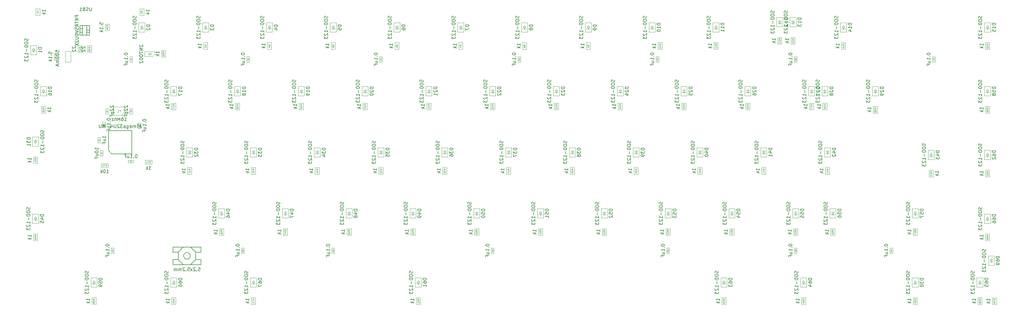
<source format=gbr>
G04 #@! TF.GenerationSoftware,KiCad,Pcbnew,(5.1.5)-3*
G04 #@! TF.CreationDate,2020-06-04T02:19:38-07:00*
G04 #@! TF.ProjectId,Voyager60,566f7961-6765-4723-9630-2e6b69636164,rev?*
G04 #@! TF.SameCoordinates,Original*
G04 #@! TF.FileFunction,Other,Fab,Bot*
%FSLAX46Y46*%
G04 Gerber Fmt 4.6, Leading zero omitted, Abs format (unit mm)*
G04 Created by KiCad (PCBNEW (5.1.5)-3) date 2020-06-04 02:19:38*
%MOMM*%
%LPD*%
G04 APERTURE LIST*
%ADD10C,0.100000*%
%ADD11C,0.150000*%
%ADD12C,0.105000*%
%ADD13C,0.075000*%
G04 APERTURE END LIST*
D10*
X52781000Y-57019000D02*
X51781000Y-58019000D01*
X49581000Y-55519000D02*
X52781000Y-55519000D01*
X49581000Y-58019000D02*
X49581000Y-55519000D01*
X52781000Y-58019000D02*
X49581000Y-58019000D01*
X52781000Y-55519000D02*
X52781000Y-58019000D01*
X311930000Y-114520000D02*
X313170000Y-114520000D01*
X311930000Y-112520000D02*
X311930000Y-114520000D01*
X313170000Y-112520000D02*
X311930000Y-112520000D01*
X313170000Y-114520000D02*
X313170000Y-112520000D01*
X47005000Y-32750000D02*
X48245000Y-32750000D01*
X47005000Y-30750000D02*
X47005000Y-32750000D01*
X48245000Y-30750000D02*
X47005000Y-30750000D01*
X48245000Y-32750000D02*
X48245000Y-30750000D01*
X31765000Y-41481250D02*
X33005000Y-41481250D01*
X31765000Y-39481250D02*
X31765000Y-41481250D01*
X33005000Y-39481250D02*
X31765000Y-39481250D01*
X33005000Y-41481250D02*
X33005000Y-39481250D01*
X90661250Y-114506250D02*
X91901250Y-114506250D01*
X90661250Y-112506250D02*
X90661250Y-114506250D01*
X91901250Y-112506250D02*
X90661250Y-112506250D01*
X91901250Y-114506250D02*
X91901250Y-112506250D01*
X60944000Y-72629000D02*
X60944000Y-71389000D01*
X58944000Y-72629000D02*
X60944000Y-72629000D01*
X58944000Y-71389000D02*
X58944000Y-72629000D01*
X60944000Y-71389000D02*
X58944000Y-71389000D01*
X47831250Y-73645000D02*
X47831250Y-72405000D01*
X45831250Y-73645000D02*
X47831250Y-73645000D01*
X45831250Y-72405000D02*
X45831250Y-73645000D01*
X47831250Y-72405000D02*
X45831250Y-72405000D01*
X63769000Y-40624000D02*
X65009000Y-40624000D01*
X63769000Y-38624000D02*
X63769000Y-40624000D01*
X65009000Y-38624000D02*
X63769000Y-38624000D01*
X65009000Y-40624000D02*
X65009000Y-38624000D01*
X41671000Y-39227000D02*
X42911000Y-39227000D01*
X41671000Y-37227000D02*
X41671000Y-39227000D01*
X42911000Y-37227000D02*
X41671000Y-37227000D01*
X42911000Y-39227000D02*
X42911000Y-37227000D01*
X38877000Y-39227000D02*
X40117000Y-39227000D01*
X38877000Y-37227000D02*
X38877000Y-39227000D01*
X40117000Y-37227000D02*
X38877000Y-37227000D01*
X40117000Y-39227000D02*
X40117000Y-37227000D01*
X309872500Y-95456250D02*
X311112500Y-95456250D01*
X309872500Y-93456250D02*
X309872500Y-95456250D01*
X311112500Y-93456250D02*
X309872500Y-93456250D01*
X311112500Y-95456250D02*
X311112500Y-93456250D01*
X307592500Y-114506250D02*
X308832500Y-114506250D01*
X307592500Y-112506250D02*
X307592500Y-114506250D01*
X308832500Y-112506250D02*
X307592500Y-112506250D01*
X308832500Y-114506250D02*
X308832500Y-112506250D01*
X254967500Y-114506250D02*
X256207500Y-114506250D01*
X254967500Y-112506250D02*
X254967500Y-114506250D01*
X256207500Y-112506250D02*
X254967500Y-112506250D01*
X256207500Y-114506250D02*
X256207500Y-112506250D01*
X231155000Y-114506250D02*
X232395000Y-114506250D01*
X231155000Y-112506250D02*
X231155000Y-114506250D01*
X232395000Y-112506250D02*
X231155000Y-112506250D01*
X232395000Y-114506250D02*
X232395000Y-112506250D01*
X309872500Y-76406250D02*
X311112500Y-76406250D01*
X309872500Y-74406250D02*
X309872500Y-76406250D01*
X311112500Y-74406250D02*
X309872500Y-74406250D01*
X311112500Y-76406250D02*
X311112500Y-74406250D01*
X139873750Y-114506250D02*
X141113750Y-114506250D01*
X139873750Y-112506250D02*
X139873750Y-114506250D01*
X141113750Y-112506250D02*
X139873750Y-112506250D01*
X141113750Y-114506250D02*
X141113750Y-112506250D01*
X66848750Y-114506250D02*
X68088750Y-114506250D01*
X66848750Y-112506250D02*
X66848750Y-114506250D01*
X68088750Y-112506250D02*
X66848750Y-112506250D01*
X68088750Y-114506250D02*
X68088750Y-112506250D01*
X43036250Y-114506250D02*
X44276250Y-114506250D01*
X43036250Y-112506250D02*
X43036250Y-114506250D01*
X44276250Y-112506250D02*
X43036250Y-112506250D01*
X44276250Y-114506250D02*
X44276250Y-112506250D01*
X309872500Y-57356250D02*
X311112500Y-57356250D01*
X309872500Y-55356250D02*
X309872500Y-57356250D01*
X311112500Y-55356250D02*
X309872500Y-55356250D01*
X311112500Y-57356250D02*
X311112500Y-55356250D01*
X288305000Y-93868750D02*
X289545000Y-93868750D01*
X288305000Y-91868750D02*
X288305000Y-93868750D01*
X289545000Y-91868750D02*
X288305000Y-91868750D01*
X289545000Y-93868750D02*
X289545000Y-91868750D01*
X263698750Y-93868750D02*
X264938750Y-93868750D01*
X263698750Y-91868750D02*
X263698750Y-93868750D01*
X264938750Y-91868750D02*
X263698750Y-91868750D01*
X264938750Y-93868750D02*
X264938750Y-91868750D01*
X252586250Y-93868750D02*
X253826250Y-93868750D01*
X252586250Y-91868750D02*
X252586250Y-93868750D01*
X253826250Y-91868750D02*
X252586250Y-91868750D01*
X253826250Y-93868750D02*
X253826250Y-91868750D01*
X233536250Y-93868750D02*
X234776250Y-93868750D01*
X233536250Y-91868750D02*
X233536250Y-93868750D01*
X234776250Y-91868750D02*
X233536250Y-91868750D01*
X234776250Y-93868750D02*
X234776250Y-91868750D01*
X214486250Y-93868750D02*
X215726250Y-93868750D01*
X214486250Y-91868750D02*
X214486250Y-93868750D01*
X215726250Y-91868750D02*
X214486250Y-91868750D01*
X215726250Y-93868750D02*
X215726250Y-91868750D01*
X195436250Y-93868750D02*
X196676250Y-93868750D01*
X195436250Y-91868750D02*
X195436250Y-93868750D01*
X196676250Y-91868750D02*
X195436250Y-91868750D01*
X196676250Y-93868750D02*
X196676250Y-91868750D01*
X176386250Y-93868750D02*
X177626250Y-93868750D01*
X176386250Y-91868750D02*
X176386250Y-93868750D01*
X177626250Y-91868750D02*
X176386250Y-91868750D01*
X177626250Y-93868750D02*
X177626250Y-91868750D01*
X157336250Y-93868750D02*
X158576250Y-93868750D01*
X157336250Y-91868750D02*
X157336250Y-93868750D01*
X158576250Y-91868750D02*
X157336250Y-91868750D01*
X158576250Y-93868750D02*
X158576250Y-91868750D01*
X138286250Y-93868750D02*
X139526250Y-93868750D01*
X138286250Y-91868750D02*
X138286250Y-93868750D01*
X139526250Y-91868750D02*
X138286250Y-91868750D01*
X139526250Y-93868750D02*
X139526250Y-91868750D01*
X119236250Y-93868750D02*
X120476250Y-93868750D01*
X119236250Y-91868750D02*
X119236250Y-93868750D01*
X120476250Y-91868750D02*
X119236250Y-91868750D01*
X120476250Y-93868750D02*
X120476250Y-91868750D01*
X100186250Y-93868750D02*
X101426250Y-93868750D01*
X100186250Y-91868750D02*
X100186250Y-93868750D01*
X101426250Y-91868750D02*
X100186250Y-91868750D01*
X101426250Y-93868750D02*
X101426250Y-91868750D01*
X81136250Y-93868750D02*
X82376250Y-93868750D01*
X81136250Y-91868750D02*
X81136250Y-93868750D01*
X82376250Y-91868750D02*
X81136250Y-91868750D01*
X82376250Y-93868750D02*
X82376250Y-91868750D01*
X25573750Y-95456250D02*
X26813750Y-95456250D01*
X25573750Y-93456250D02*
X25573750Y-95456250D01*
X26813750Y-93456250D02*
X25573750Y-93456250D01*
X26813750Y-95456250D02*
X26813750Y-93456250D01*
X294307500Y-74406250D02*
X293067500Y-74406250D01*
X294307500Y-76406250D02*
X294307500Y-74406250D01*
X293067500Y-76406250D02*
X294307500Y-76406250D01*
X293067500Y-74406250D02*
X293067500Y-76406250D01*
X262111250Y-75612500D02*
X263351250Y-75612500D01*
X262111250Y-73612500D02*
X262111250Y-75612500D01*
X263351250Y-73612500D02*
X262111250Y-73612500D01*
X263351250Y-75612500D02*
X263351250Y-73612500D01*
X243061250Y-75612500D02*
X244301250Y-75612500D01*
X243061250Y-73612500D02*
X243061250Y-75612500D01*
X244301250Y-73612500D02*
X243061250Y-73612500D01*
X244301250Y-75612500D02*
X244301250Y-73612500D01*
X224011250Y-75612500D02*
X225251250Y-75612500D01*
X224011250Y-73612500D02*
X224011250Y-75612500D01*
X225251250Y-73612500D02*
X224011250Y-73612500D01*
X225251250Y-75612500D02*
X225251250Y-73612500D01*
X204961250Y-75612500D02*
X206201250Y-75612500D01*
X204961250Y-73612500D02*
X204961250Y-75612500D01*
X206201250Y-73612500D02*
X204961250Y-73612500D01*
X206201250Y-75612500D02*
X206201250Y-73612500D01*
X185911250Y-75612500D02*
X187151250Y-75612500D01*
X185911250Y-73612500D02*
X185911250Y-75612500D01*
X187151250Y-73612500D02*
X185911250Y-73612500D01*
X187151250Y-75612500D02*
X187151250Y-73612500D01*
X166861250Y-75612500D02*
X168101250Y-75612500D01*
X166861250Y-73612500D02*
X166861250Y-75612500D01*
X168101250Y-73612500D02*
X166861250Y-73612500D01*
X168101250Y-75612500D02*
X168101250Y-73612500D01*
X149051250Y-75612500D02*
X149051250Y-73612500D01*
X149051250Y-73612500D02*
X147811250Y-73612500D01*
X147811250Y-73612500D02*
X147811250Y-75612500D01*
X147811250Y-75612500D02*
X149051250Y-75612500D01*
X128761250Y-75612500D02*
X130001250Y-75612500D01*
X128761250Y-73612500D02*
X128761250Y-75612500D01*
X130001250Y-73612500D02*
X128761250Y-73612500D01*
X130001250Y-75612500D02*
X130001250Y-73612500D01*
X109711250Y-75612500D02*
X110951250Y-75612500D01*
X109711250Y-73612500D02*
X109711250Y-75612500D01*
X110951250Y-73612500D02*
X109711250Y-73612500D01*
X110951250Y-75612500D02*
X110951250Y-73612500D01*
X90661250Y-75612500D02*
X91901250Y-75612500D01*
X90661250Y-73612500D02*
X90661250Y-75612500D01*
X91901250Y-73612500D02*
X90661250Y-73612500D01*
X91901250Y-75612500D02*
X91901250Y-73612500D01*
X71611250Y-75612500D02*
X72851250Y-75612500D01*
X71611250Y-73612500D02*
X71611250Y-75612500D01*
X72851250Y-73612500D02*
X71611250Y-73612500D01*
X72851250Y-75612500D02*
X72851250Y-73612500D01*
X25573750Y-72437500D02*
X26813750Y-72437500D01*
X25573750Y-70437500D02*
X25573750Y-72437500D01*
X26813750Y-70437500D02*
X25573750Y-70437500D01*
X26813750Y-72437500D02*
X26813750Y-70437500D01*
X288280000Y-114506250D02*
X289520000Y-114506250D01*
X288280000Y-112506250D02*
X288280000Y-114506250D01*
X289520000Y-112506250D02*
X288280000Y-112506250D01*
X289520000Y-114506250D02*
X289520000Y-112506250D01*
X276398750Y-57356250D02*
X277638750Y-57356250D01*
X276398750Y-55356250D02*
X276398750Y-57356250D01*
X277638750Y-55356250D02*
X276398750Y-55356250D01*
X277638750Y-57356250D02*
X277638750Y-55356250D01*
X261348750Y-56356250D02*
X262588750Y-56356250D01*
X261348750Y-54356250D02*
X261348750Y-56356250D01*
X262588750Y-54356250D02*
X261348750Y-54356250D01*
X262588750Y-56356250D02*
X262588750Y-54356250D01*
X257348750Y-56356250D02*
X258588750Y-56356250D01*
X257348750Y-54356250D02*
X257348750Y-56356250D01*
X258588750Y-54356250D02*
X257348750Y-54356250D01*
X258588750Y-56356250D02*
X258588750Y-54356250D01*
X238298750Y-56356250D02*
X239538750Y-56356250D01*
X238298750Y-54356250D02*
X238298750Y-56356250D01*
X239538750Y-54356250D02*
X238298750Y-54356250D01*
X239538750Y-56356250D02*
X239538750Y-54356250D01*
X219248750Y-56356250D02*
X220488750Y-56356250D01*
X219248750Y-54356250D02*
X219248750Y-56356250D01*
X220488750Y-54356250D02*
X219248750Y-54356250D01*
X220488750Y-56356250D02*
X220488750Y-54356250D01*
X200198750Y-56356250D02*
X201438750Y-56356250D01*
X200198750Y-54356250D02*
X200198750Y-56356250D01*
X201438750Y-54356250D02*
X200198750Y-54356250D01*
X201438750Y-56356250D02*
X201438750Y-54356250D01*
X181148750Y-56356250D02*
X182388750Y-56356250D01*
X181148750Y-54356250D02*
X181148750Y-56356250D01*
X182388750Y-54356250D02*
X181148750Y-54356250D01*
X182388750Y-56356250D02*
X182388750Y-54356250D01*
X162098750Y-56356250D02*
X163338750Y-56356250D01*
X162098750Y-54356250D02*
X162098750Y-56356250D01*
X163338750Y-54356250D02*
X162098750Y-54356250D01*
X163338750Y-56356250D02*
X163338750Y-54356250D01*
X143048750Y-56356250D02*
X144288750Y-56356250D01*
X143048750Y-54356250D02*
X143048750Y-56356250D01*
X144288750Y-54356250D02*
X143048750Y-54356250D01*
X144288750Y-56356250D02*
X144288750Y-54356250D01*
X123998750Y-56356250D02*
X125238750Y-56356250D01*
X123998750Y-54356250D02*
X123998750Y-56356250D01*
X125238750Y-54356250D02*
X123998750Y-54356250D01*
X125238750Y-56356250D02*
X125238750Y-54356250D01*
X104948750Y-56356250D02*
X106188750Y-56356250D01*
X104948750Y-54356250D02*
X104948750Y-56356250D01*
X106188750Y-54356250D02*
X104948750Y-54356250D01*
X106188750Y-56356250D02*
X106188750Y-54356250D01*
X85898750Y-56356250D02*
X87138750Y-56356250D01*
X85898750Y-54356250D02*
X85898750Y-56356250D01*
X87138750Y-54356250D02*
X85898750Y-54356250D01*
X87138750Y-56356250D02*
X87138750Y-54356250D01*
X66848750Y-56356250D02*
X68088750Y-56356250D01*
X66848750Y-54356250D02*
X66848750Y-56356250D01*
X68088750Y-54356250D02*
X66848750Y-54356250D01*
X68088750Y-56356250D02*
X68088750Y-54356250D01*
X29195000Y-55356250D02*
X27955000Y-55356250D01*
X29195000Y-57356250D02*
X29195000Y-55356250D01*
X27955000Y-57356250D02*
X29195000Y-57356250D01*
X27955000Y-55356250D02*
X27955000Y-57356250D01*
X309872500Y-38306250D02*
X311112500Y-38306250D01*
X309872500Y-36306250D02*
X309872500Y-38306250D01*
X311112500Y-36306250D02*
X309872500Y-36306250D01*
X311112500Y-38306250D02*
X311112500Y-36306250D01*
X266873750Y-38306250D02*
X268113750Y-38306250D01*
X266873750Y-36306250D02*
X266873750Y-38306250D01*
X268113750Y-36306250D02*
X266873750Y-36306250D01*
X268113750Y-38306250D02*
X268113750Y-36306250D01*
X251792500Y-36718750D02*
X253032500Y-36718750D01*
X251792500Y-34718750D02*
X251792500Y-36718750D01*
X253032500Y-34718750D02*
X251792500Y-34718750D01*
X253032500Y-36718750D02*
X253032500Y-34718750D01*
X247823750Y-36718750D02*
X249063750Y-36718750D01*
X247823750Y-34718750D02*
X247823750Y-36718750D01*
X249063750Y-34718750D02*
X247823750Y-34718750D01*
X249063750Y-36718750D02*
X249063750Y-34718750D01*
X228773750Y-38306250D02*
X230013750Y-38306250D01*
X228773750Y-36306250D02*
X228773750Y-38306250D01*
X230013750Y-36306250D02*
X228773750Y-36306250D01*
X230013750Y-38306250D02*
X230013750Y-36306250D01*
X212105000Y-38306250D02*
X213345000Y-38306250D01*
X212105000Y-36306250D02*
X212105000Y-38306250D01*
X213345000Y-36306250D02*
X212105000Y-36306250D01*
X213345000Y-38306250D02*
X213345000Y-36306250D01*
X190673750Y-38306250D02*
X191913750Y-38306250D01*
X190673750Y-36306250D02*
X190673750Y-38306250D01*
X191913750Y-36306250D02*
X190673750Y-36306250D01*
X191913750Y-38306250D02*
X191913750Y-36306250D01*
X171623750Y-38306250D02*
X172863750Y-38306250D01*
X171623750Y-36306250D02*
X171623750Y-38306250D01*
X172863750Y-36306250D02*
X171623750Y-36306250D01*
X172863750Y-38306250D02*
X172863750Y-36306250D01*
X152573750Y-38306250D02*
X153813750Y-38306250D01*
X152573750Y-36306250D02*
X152573750Y-38306250D01*
X153813750Y-36306250D02*
X152573750Y-36306250D01*
X153813750Y-38306250D02*
X153813750Y-36306250D01*
X133523750Y-38306250D02*
X134763750Y-38306250D01*
X133523750Y-36306250D02*
X133523750Y-38306250D01*
X134763750Y-36306250D02*
X133523750Y-36306250D01*
X134763750Y-38306250D02*
X134763750Y-36306250D01*
X114473750Y-38306250D02*
X115713750Y-38306250D01*
X114473750Y-36306250D02*
X114473750Y-38306250D01*
X115713750Y-36306250D02*
X114473750Y-36306250D01*
X115713750Y-38306250D02*
X115713750Y-36306250D01*
X95423750Y-38306250D02*
X96663750Y-38306250D01*
X95423750Y-36306250D02*
X95423750Y-38306250D01*
X96663750Y-36306250D02*
X95423750Y-36306250D01*
X96663750Y-38306250D02*
X96663750Y-36306250D01*
X76373750Y-38306250D02*
X77613750Y-38306250D01*
X76373750Y-36306250D02*
X76373750Y-38306250D01*
X77613750Y-36306250D02*
X76373750Y-36306250D01*
X77613750Y-38306250D02*
X77613750Y-36306250D01*
X58594000Y-26178000D02*
X57354000Y-26178000D01*
X58594000Y-28178000D02*
X58594000Y-26178000D01*
X57354000Y-28178000D02*
X58594000Y-28178000D01*
X57354000Y-26178000D02*
X57354000Y-28178000D01*
X27544000Y-26178000D02*
X26304000Y-26178000D01*
X27544000Y-28178000D02*
X27544000Y-26178000D01*
X26304000Y-28178000D02*
X27544000Y-28178000D01*
X26304000Y-26178000D02*
X26304000Y-28178000D01*
X311630000Y-101150000D02*
X311630000Y-100650000D01*
X311230000Y-101150000D02*
X311630000Y-101750000D01*
X312030000Y-101150000D02*
X311230000Y-101150000D01*
X311630000Y-101750000D02*
X312030000Y-101150000D01*
X311630000Y-101750000D02*
X311080000Y-101750000D01*
X311630000Y-101750000D02*
X312180000Y-101750000D01*
X311630000Y-102150000D02*
X311630000Y-101750000D01*
X310730000Y-102800000D02*
X312530000Y-102800000D01*
X310730000Y-100000000D02*
X310730000Y-102800000D01*
X312530000Y-100000000D02*
X310730000Y-100000000D01*
X312530000Y-102800000D02*
X312530000Y-100000000D01*
X91281250Y-107700000D02*
X91281250Y-107200000D01*
X90881250Y-107700000D02*
X91281250Y-108300000D01*
X91681250Y-107700000D02*
X90881250Y-107700000D01*
X91281250Y-108300000D02*
X91681250Y-107700000D01*
X91281250Y-108300000D02*
X90731250Y-108300000D01*
X91281250Y-108300000D02*
X91831250Y-108300000D01*
X91281250Y-108700000D02*
X91281250Y-108300000D01*
X90381250Y-109350000D02*
X92181250Y-109350000D01*
X90381250Y-106550000D02*
X90381250Y-109350000D01*
X92181250Y-106550000D02*
X90381250Y-106550000D01*
X92181250Y-109350000D02*
X92181250Y-106550000D01*
X310492500Y-88656250D02*
X310492500Y-88156250D01*
X310092500Y-88656250D02*
X310492500Y-89256250D01*
X310892500Y-88656250D02*
X310092500Y-88656250D01*
X310492500Y-89256250D02*
X310892500Y-88656250D01*
X310492500Y-89256250D02*
X309942500Y-89256250D01*
X310492500Y-89256250D02*
X311042500Y-89256250D01*
X310492500Y-89656250D02*
X310492500Y-89256250D01*
X309592500Y-90306250D02*
X311392500Y-90306250D01*
X309592500Y-87506250D02*
X309592500Y-90306250D01*
X311392500Y-87506250D02*
X309592500Y-87506250D01*
X311392500Y-90306250D02*
X311392500Y-87506250D01*
X308212500Y-107700000D02*
X308212500Y-107200000D01*
X307812500Y-107700000D02*
X308212500Y-108300000D01*
X308612500Y-107700000D02*
X307812500Y-107700000D01*
X308212500Y-108300000D02*
X308612500Y-107700000D01*
X308212500Y-108300000D02*
X307662500Y-108300000D01*
X308212500Y-108300000D02*
X308762500Y-108300000D01*
X308212500Y-108700000D02*
X308212500Y-108300000D01*
X307312500Y-109350000D02*
X309112500Y-109350000D01*
X307312500Y-106550000D02*
X307312500Y-109350000D01*
X309112500Y-106550000D02*
X307312500Y-106550000D01*
X309112500Y-109350000D02*
X309112500Y-106550000D01*
X255587500Y-107700000D02*
X255587500Y-107200000D01*
X255187500Y-107700000D02*
X255587500Y-108300000D01*
X255987500Y-107700000D02*
X255187500Y-107700000D01*
X255587500Y-108300000D02*
X255987500Y-107700000D01*
X255587500Y-108300000D02*
X255037500Y-108300000D01*
X255587500Y-108300000D02*
X256137500Y-108300000D01*
X255587500Y-108700000D02*
X255587500Y-108300000D01*
X254687500Y-109350000D02*
X256487500Y-109350000D01*
X254687500Y-106550000D02*
X254687500Y-109350000D01*
X256487500Y-106550000D02*
X254687500Y-106550000D01*
X256487500Y-109350000D02*
X256487500Y-106550000D01*
X231775000Y-107700000D02*
X231775000Y-107200000D01*
X231375000Y-107700000D02*
X231775000Y-108300000D01*
X232175000Y-107700000D02*
X231375000Y-107700000D01*
X231775000Y-108300000D02*
X232175000Y-107700000D01*
X231775000Y-108300000D02*
X231225000Y-108300000D01*
X231775000Y-108300000D02*
X232325000Y-108300000D01*
X231775000Y-108700000D02*
X231775000Y-108300000D01*
X230875000Y-109350000D02*
X232675000Y-109350000D01*
X230875000Y-106550000D02*
X230875000Y-109350000D01*
X232675000Y-106550000D02*
X230875000Y-106550000D01*
X232675000Y-109350000D02*
X232675000Y-106550000D01*
X310492500Y-69606250D02*
X310492500Y-69106250D01*
X310092500Y-69606250D02*
X310492500Y-70206250D01*
X310892500Y-69606250D02*
X310092500Y-69606250D01*
X310492500Y-70206250D02*
X310892500Y-69606250D01*
X310492500Y-70206250D02*
X309942500Y-70206250D01*
X310492500Y-70206250D02*
X311042500Y-70206250D01*
X310492500Y-70606250D02*
X310492500Y-70206250D01*
X309592500Y-71256250D02*
X311392500Y-71256250D01*
X309592500Y-68456250D02*
X309592500Y-71256250D01*
X311392500Y-68456250D02*
X309592500Y-68456250D01*
X311392500Y-71256250D02*
X311392500Y-68456250D01*
X140493750Y-107700000D02*
X140493750Y-107200000D01*
X140093750Y-107700000D02*
X140493750Y-108300000D01*
X140893750Y-107700000D02*
X140093750Y-107700000D01*
X140493750Y-108300000D02*
X140893750Y-107700000D01*
X140493750Y-108300000D02*
X139943750Y-108300000D01*
X140493750Y-108300000D02*
X141043750Y-108300000D01*
X140493750Y-108700000D02*
X140493750Y-108300000D01*
X139593750Y-109350000D02*
X141393750Y-109350000D01*
X139593750Y-106550000D02*
X139593750Y-109350000D01*
X141393750Y-106550000D02*
X139593750Y-106550000D01*
X141393750Y-109350000D02*
X141393750Y-106550000D01*
X67468750Y-107700000D02*
X67468750Y-107200000D01*
X67068750Y-107700000D02*
X67468750Y-108300000D01*
X67868750Y-107700000D02*
X67068750Y-107700000D01*
X67468750Y-108300000D02*
X67868750Y-107700000D01*
X67468750Y-108300000D02*
X66918750Y-108300000D01*
X67468750Y-108300000D02*
X68018750Y-108300000D01*
X67468750Y-108700000D02*
X67468750Y-108300000D01*
X66568750Y-109350000D02*
X68368750Y-109350000D01*
X66568750Y-106550000D02*
X66568750Y-109350000D01*
X68368750Y-106550000D02*
X66568750Y-106550000D01*
X68368750Y-109350000D02*
X68368750Y-106550000D01*
X43656250Y-107700000D02*
X43656250Y-107200000D01*
X43256250Y-107700000D02*
X43656250Y-108300000D01*
X44056250Y-107700000D02*
X43256250Y-107700000D01*
X43656250Y-108300000D02*
X44056250Y-107700000D01*
X43656250Y-108300000D02*
X43106250Y-108300000D01*
X43656250Y-108300000D02*
X44206250Y-108300000D01*
X43656250Y-108700000D02*
X43656250Y-108300000D01*
X42756250Y-109350000D02*
X44556250Y-109350000D01*
X42756250Y-106550000D02*
X42756250Y-109350000D01*
X44556250Y-106550000D02*
X42756250Y-106550000D01*
X44556250Y-109350000D02*
X44556250Y-106550000D01*
X310492500Y-50556250D02*
X310492500Y-50056250D01*
X310092500Y-50556250D02*
X310492500Y-51156250D01*
X310892500Y-50556250D02*
X310092500Y-50556250D01*
X310492500Y-51156250D02*
X310892500Y-50556250D01*
X310492500Y-51156250D02*
X309942500Y-51156250D01*
X310492500Y-51156250D02*
X311042500Y-51156250D01*
X310492500Y-51556250D02*
X310492500Y-51156250D01*
X309592500Y-52206250D02*
X311392500Y-52206250D01*
X309592500Y-49406250D02*
X309592500Y-52206250D01*
X311392500Y-49406250D02*
X309592500Y-49406250D01*
X311392500Y-52206250D02*
X311392500Y-49406250D01*
X288925000Y-87062500D02*
X288925000Y-86562500D01*
X288525000Y-87062500D02*
X288925000Y-87662500D01*
X289325000Y-87062500D02*
X288525000Y-87062500D01*
X288925000Y-87662500D02*
X289325000Y-87062500D01*
X288925000Y-87662500D02*
X288375000Y-87662500D01*
X288925000Y-87662500D02*
X289475000Y-87662500D01*
X288925000Y-88062500D02*
X288925000Y-87662500D01*
X288025000Y-88712500D02*
X289825000Y-88712500D01*
X288025000Y-85912500D02*
X288025000Y-88712500D01*
X289825000Y-85912500D02*
X288025000Y-85912500D01*
X289825000Y-88712500D02*
X289825000Y-85912500D01*
X264318750Y-87062500D02*
X264318750Y-86562500D01*
X263918750Y-87062500D02*
X264318750Y-87662500D01*
X264718750Y-87062500D02*
X263918750Y-87062500D01*
X264318750Y-87662500D02*
X264718750Y-87062500D01*
X264318750Y-87662500D02*
X263768750Y-87662500D01*
X264318750Y-87662500D02*
X264868750Y-87662500D01*
X264318750Y-88062500D02*
X264318750Y-87662500D01*
X263418750Y-88712500D02*
X265218750Y-88712500D01*
X263418750Y-85912500D02*
X263418750Y-88712500D01*
X265218750Y-85912500D02*
X263418750Y-85912500D01*
X265218750Y-88712500D02*
X265218750Y-85912500D01*
X253206250Y-87062500D02*
X253206250Y-86562500D01*
X252806250Y-87062500D02*
X253206250Y-87662500D01*
X253606250Y-87062500D02*
X252806250Y-87062500D01*
X253206250Y-87662500D02*
X253606250Y-87062500D01*
X253206250Y-87662500D02*
X252656250Y-87662500D01*
X253206250Y-87662500D02*
X253756250Y-87662500D01*
X253206250Y-88062500D02*
X253206250Y-87662500D01*
X252306250Y-88712500D02*
X254106250Y-88712500D01*
X252306250Y-85912500D02*
X252306250Y-88712500D01*
X254106250Y-85912500D02*
X252306250Y-85912500D01*
X254106250Y-88712500D02*
X254106250Y-85912500D01*
X234156250Y-87062500D02*
X234156250Y-86562500D01*
X233756250Y-87062500D02*
X234156250Y-87662500D01*
X234556250Y-87062500D02*
X233756250Y-87062500D01*
X234156250Y-87662500D02*
X234556250Y-87062500D01*
X234156250Y-87662500D02*
X233606250Y-87662500D01*
X234156250Y-87662500D02*
X234706250Y-87662500D01*
X234156250Y-88062500D02*
X234156250Y-87662500D01*
X233256250Y-88712500D02*
X235056250Y-88712500D01*
X233256250Y-85912500D02*
X233256250Y-88712500D01*
X235056250Y-85912500D02*
X233256250Y-85912500D01*
X235056250Y-88712500D02*
X235056250Y-85912500D01*
X215106250Y-87062500D02*
X215106250Y-86562500D01*
X214706250Y-87062500D02*
X215106250Y-87662500D01*
X215506250Y-87062500D02*
X214706250Y-87062500D01*
X215106250Y-87662500D02*
X215506250Y-87062500D01*
X215106250Y-87662500D02*
X214556250Y-87662500D01*
X215106250Y-87662500D02*
X215656250Y-87662500D01*
X215106250Y-88062500D02*
X215106250Y-87662500D01*
X214206250Y-88712500D02*
X216006250Y-88712500D01*
X214206250Y-85912500D02*
X214206250Y-88712500D01*
X216006250Y-85912500D02*
X214206250Y-85912500D01*
X216006250Y-88712500D02*
X216006250Y-85912500D01*
X196056250Y-87062500D02*
X196056250Y-86562500D01*
X195656250Y-87062500D02*
X196056250Y-87662500D01*
X196456250Y-87062500D02*
X195656250Y-87062500D01*
X196056250Y-87662500D02*
X196456250Y-87062500D01*
X196056250Y-87662500D02*
X195506250Y-87662500D01*
X196056250Y-87662500D02*
X196606250Y-87662500D01*
X196056250Y-88062500D02*
X196056250Y-87662500D01*
X195156250Y-88712500D02*
X196956250Y-88712500D01*
X195156250Y-85912500D02*
X195156250Y-88712500D01*
X196956250Y-85912500D02*
X195156250Y-85912500D01*
X196956250Y-88712500D02*
X196956250Y-85912500D01*
X177006250Y-87062500D02*
X177006250Y-86562500D01*
X176606250Y-87062500D02*
X177006250Y-87662500D01*
X177406250Y-87062500D02*
X176606250Y-87062500D01*
X177006250Y-87662500D02*
X177406250Y-87062500D01*
X177006250Y-87662500D02*
X176456250Y-87662500D01*
X177006250Y-87662500D02*
X177556250Y-87662500D01*
X177006250Y-88062500D02*
X177006250Y-87662500D01*
X176106250Y-88712500D02*
X177906250Y-88712500D01*
X176106250Y-85912500D02*
X176106250Y-88712500D01*
X177906250Y-85912500D02*
X176106250Y-85912500D01*
X177906250Y-88712500D02*
X177906250Y-85912500D01*
X157956250Y-87062500D02*
X157956250Y-86562500D01*
X157556250Y-87062500D02*
X157956250Y-87662500D01*
X158356250Y-87062500D02*
X157556250Y-87062500D01*
X157956250Y-87662500D02*
X158356250Y-87062500D01*
X157956250Y-87662500D02*
X157406250Y-87662500D01*
X157956250Y-87662500D02*
X158506250Y-87662500D01*
X157956250Y-88062500D02*
X157956250Y-87662500D01*
X157056250Y-88712500D02*
X158856250Y-88712500D01*
X157056250Y-85912500D02*
X157056250Y-88712500D01*
X158856250Y-85912500D02*
X157056250Y-85912500D01*
X158856250Y-88712500D02*
X158856250Y-85912500D01*
X138906250Y-87062500D02*
X138906250Y-86562500D01*
X138506250Y-87062500D02*
X138906250Y-87662500D01*
X139306250Y-87062500D02*
X138506250Y-87062500D01*
X138906250Y-87662500D02*
X139306250Y-87062500D01*
X138906250Y-87662500D02*
X138356250Y-87662500D01*
X138906250Y-87662500D02*
X139456250Y-87662500D01*
X138906250Y-88062500D02*
X138906250Y-87662500D01*
X138006250Y-88712500D02*
X139806250Y-88712500D01*
X138006250Y-85912500D02*
X138006250Y-88712500D01*
X139806250Y-85912500D02*
X138006250Y-85912500D01*
X139806250Y-88712500D02*
X139806250Y-85912500D01*
X119856250Y-87062500D02*
X119856250Y-86562500D01*
X119456250Y-87062500D02*
X119856250Y-87662500D01*
X120256250Y-87062500D02*
X119456250Y-87062500D01*
X119856250Y-87662500D02*
X120256250Y-87062500D01*
X119856250Y-87662500D02*
X119306250Y-87662500D01*
X119856250Y-87662500D02*
X120406250Y-87662500D01*
X119856250Y-88062500D02*
X119856250Y-87662500D01*
X118956250Y-88712500D02*
X120756250Y-88712500D01*
X118956250Y-85912500D02*
X118956250Y-88712500D01*
X120756250Y-85912500D02*
X118956250Y-85912500D01*
X120756250Y-88712500D02*
X120756250Y-85912500D01*
X100806250Y-87062500D02*
X100806250Y-86562500D01*
X100406250Y-87062500D02*
X100806250Y-87662500D01*
X101206250Y-87062500D02*
X100406250Y-87062500D01*
X100806250Y-87662500D02*
X101206250Y-87062500D01*
X100806250Y-87662500D02*
X100256250Y-87662500D01*
X100806250Y-87662500D02*
X101356250Y-87662500D01*
X100806250Y-88062500D02*
X100806250Y-87662500D01*
X99906250Y-88712500D02*
X101706250Y-88712500D01*
X99906250Y-85912500D02*
X99906250Y-88712500D01*
X101706250Y-85912500D02*
X99906250Y-85912500D01*
X101706250Y-88712500D02*
X101706250Y-85912500D01*
X81756250Y-87062500D02*
X81756250Y-86562500D01*
X81356250Y-87062500D02*
X81756250Y-87662500D01*
X82156250Y-87062500D02*
X81356250Y-87062500D01*
X81756250Y-87662500D02*
X82156250Y-87062500D01*
X81756250Y-87662500D02*
X81206250Y-87662500D01*
X81756250Y-87662500D02*
X82306250Y-87662500D01*
X81756250Y-88062500D02*
X81756250Y-87662500D01*
X80856250Y-88712500D02*
X82656250Y-88712500D01*
X80856250Y-85912500D02*
X80856250Y-88712500D01*
X82656250Y-85912500D02*
X80856250Y-85912500D01*
X82656250Y-88712500D02*
X82656250Y-85912500D01*
X26193750Y-88650000D02*
X26193750Y-88150000D01*
X25793750Y-88650000D02*
X26193750Y-89250000D01*
X26593750Y-88650000D02*
X25793750Y-88650000D01*
X26193750Y-89250000D02*
X26593750Y-88650000D01*
X26193750Y-89250000D02*
X25643750Y-89250000D01*
X26193750Y-89250000D02*
X26743750Y-89250000D01*
X26193750Y-89650000D02*
X26193750Y-89250000D01*
X25293750Y-90300000D02*
X27093750Y-90300000D01*
X25293750Y-87500000D02*
X25293750Y-90300000D01*
X27093750Y-87500000D02*
X25293750Y-87500000D01*
X27093750Y-90300000D02*
X27093750Y-87500000D01*
X293687500Y-69600000D02*
X293687500Y-69100000D01*
X293287500Y-69600000D02*
X293687500Y-70200000D01*
X294087500Y-69600000D02*
X293287500Y-69600000D01*
X293687500Y-70200000D02*
X294087500Y-69600000D01*
X293687500Y-70200000D02*
X293137500Y-70200000D01*
X293687500Y-70200000D02*
X294237500Y-70200000D01*
X293687500Y-70600000D02*
X293687500Y-70200000D01*
X292787500Y-71250000D02*
X294587500Y-71250000D01*
X292787500Y-68450000D02*
X292787500Y-71250000D01*
X294587500Y-68450000D02*
X292787500Y-68450000D01*
X294587500Y-71250000D02*
X294587500Y-68450000D01*
X262731250Y-68806250D02*
X262731250Y-68306250D01*
X262331250Y-68806250D02*
X262731250Y-69406250D01*
X263131250Y-68806250D02*
X262331250Y-68806250D01*
X262731250Y-69406250D02*
X263131250Y-68806250D01*
X262731250Y-69406250D02*
X262181250Y-69406250D01*
X262731250Y-69406250D02*
X263281250Y-69406250D01*
X262731250Y-69806250D02*
X262731250Y-69406250D01*
X261831250Y-70456250D02*
X263631250Y-70456250D01*
X261831250Y-67656250D02*
X261831250Y-70456250D01*
X263631250Y-67656250D02*
X261831250Y-67656250D01*
X263631250Y-70456250D02*
X263631250Y-67656250D01*
X243681250Y-68806250D02*
X243681250Y-68306250D01*
X243281250Y-68806250D02*
X243681250Y-69406250D01*
X244081250Y-68806250D02*
X243281250Y-68806250D01*
X243681250Y-69406250D02*
X244081250Y-68806250D01*
X243681250Y-69406250D02*
X243131250Y-69406250D01*
X243681250Y-69406250D02*
X244231250Y-69406250D01*
X243681250Y-69806250D02*
X243681250Y-69406250D01*
X242781250Y-70456250D02*
X244581250Y-70456250D01*
X242781250Y-67656250D02*
X242781250Y-70456250D01*
X244581250Y-67656250D02*
X242781250Y-67656250D01*
X244581250Y-70456250D02*
X244581250Y-67656250D01*
X224631250Y-68806250D02*
X224631250Y-68306250D01*
X224231250Y-68806250D02*
X224631250Y-69406250D01*
X225031250Y-68806250D02*
X224231250Y-68806250D01*
X224631250Y-69406250D02*
X225031250Y-68806250D01*
X224631250Y-69406250D02*
X224081250Y-69406250D01*
X224631250Y-69406250D02*
X225181250Y-69406250D01*
X224631250Y-69806250D02*
X224631250Y-69406250D01*
X223731250Y-70456250D02*
X225531250Y-70456250D01*
X223731250Y-67656250D02*
X223731250Y-70456250D01*
X225531250Y-67656250D02*
X223731250Y-67656250D01*
X225531250Y-70456250D02*
X225531250Y-67656250D01*
X205581250Y-68806250D02*
X205581250Y-68306250D01*
X205181250Y-68806250D02*
X205581250Y-69406250D01*
X205981250Y-68806250D02*
X205181250Y-68806250D01*
X205581250Y-69406250D02*
X205981250Y-68806250D01*
X205581250Y-69406250D02*
X205031250Y-69406250D01*
X205581250Y-69406250D02*
X206131250Y-69406250D01*
X205581250Y-69806250D02*
X205581250Y-69406250D01*
X204681250Y-70456250D02*
X206481250Y-70456250D01*
X204681250Y-67656250D02*
X204681250Y-70456250D01*
X206481250Y-67656250D02*
X204681250Y-67656250D01*
X206481250Y-70456250D02*
X206481250Y-67656250D01*
X186531250Y-68806250D02*
X186531250Y-68306250D01*
X186131250Y-68806250D02*
X186531250Y-69406250D01*
X186931250Y-68806250D02*
X186131250Y-68806250D01*
X186531250Y-69406250D02*
X186931250Y-68806250D01*
X186531250Y-69406250D02*
X185981250Y-69406250D01*
X186531250Y-69406250D02*
X187081250Y-69406250D01*
X186531250Y-69806250D02*
X186531250Y-69406250D01*
X185631250Y-70456250D02*
X187431250Y-70456250D01*
X185631250Y-67656250D02*
X185631250Y-70456250D01*
X187431250Y-67656250D02*
X185631250Y-67656250D01*
X187431250Y-70456250D02*
X187431250Y-67656250D01*
X167481250Y-68806250D02*
X167481250Y-68306250D01*
X167081250Y-68806250D02*
X167481250Y-69406250D01*
X167881250Y-68806250D02*
X167081250Y-68806250D01*
X167481250Y-69406250D02*
X167881250Y-68806250D01*
X167481250Y-69406250D02*
X166931250Y-69406250D01*
X167481250Y-69406250D02*
X168031250Y-69406250D01*
X167481250Y-69806250D02*
X167481250Y-69406250D01*
X166581250Y-70456250D02*
X168381250Y-70456250D01*
X166581250Y-67656250D02*
X166581250Y-70456250D01*
X168381250Y-67656250D02*
X166581250Y-67656250D01*
X168381250Y-70456250D02*
X168381250Y-67656250D01*
X149331250Y-70456250D02*
X149331250Y-67656250D01*
X149331250Y-67656250D02*
X147531250Y-67656250D01*
X147531250Y-67656250D02*
X147531250Y-70456250D01*
X147531250Y-70456250D02*
X149331250Y-70456250D01*
X148431250Y-69806250D02*
X148431250Y-69406250D01*
X148431250Y-69406250D02*
X148981250Y-69406250D01*
X148431250Y-69406250D02*
X147881250Y-69406250D01*
X148431250Y-69406250D02*
X148831250Y-68806250D01*
X148831250Y-68806250D02*
X148031250Y-68806250D01*
X148031250Y-68806250D02*
X148431250Y-69406250D01*
X148431250Y-68806250D02*
X148431250Y-68306250D01*
X129381250Y-68806250D02*
X129381250Y-68306250D01*
X128981250Y-68806250D02*
X129381250Y-69406250D01*
X129781250Y-68806250D02*
X128981250Y-68806250D01*
X129381250Y-69406250D02*
X129781250Y-68806250D01*
X129381250Y-69406250D02*
X128831250Y-69406250D01*
X129381250Y-69406250D02*
X129931250Y-69406250D01*
X129381250Y-69806250D02*
X129381250Y-69406250D01*
X128481250Y-70456250D02*
X130281250Y-70456250D01*
X128481250Y-67656250D02*
X128481250Y-70456250D01*
X130281250Y-67656250D02*
X128481250Y-67656250D01*
X130281250Y-70456250D02*
X130281250Y-67656250D01*
X110331250Y-68806250D02*
X110331250Y-68306250D01*
X109931250Y-68806250D02*
X110331250Y-69406250D01*
X110731250Y-68806250D02*
X109931250Y-68806250D01*
X110331250Y-69406250D02*
X110731250Y-68806250D01*
X110331250Y-69406250D02*
X109781250Y-69406250D01*
X110331250Y-69406250D02*
X110881250Y-69406250D01*
X110331250Y-69806250D02*
X110331250Y-69406250D01*
X109431250Y-70456250D02*
X111231250Y-70456250D01*
X109431250Y-67656250D02*
X109431250Y-70456250D01*
X111231250Y-67656250D02*
X109431250Y-67656250D01*
X111231250Y-70456250D02*
X111231250Y-67656250D01*
X91281250Y-68806250D02*
X91281250Y-68306250D01*
X90881250Y-68806250D02*
X91281250Y-69406250D01*
X91681250Y-68806250D02*
X90881250Y-68806250D01*
X91281250Y-69406250D02*
X91681250Y-68806250D01*
X91281250Y-69406250D02*
X90731250Y-69406250D01*
X91281250Y-69406250D02*
X91831250Y-69406250D01*
X91281250Y-69806250D02*
X91281250Y-69406250D01*
X90381250Y-70456250D02*
X92181250Y-70456250D01*
X90381250Y-67656250D02*
X90381250Y-70456250D01*
X92181250Y-67656250D02*
X90381250Y-67656250D01*
X92181250Y-70456250D02*
X92181250Y-67656250D01*
X72231250Y-68806250D02*
X72231250Y-68306250D01*
X71831250Y-68806250D02*
X72231250Y-69406250D01*
X72631250Y-68806250D02*
X71831250Y-68806250D01*
X72231250Y-69406250D02*
X72631250Y-68806250D01*
X72231250Y-69406250D02*
X71681250Y-69406250D01*
X72231250Y-69406250D02*
X72781250Y-69406250D01*
X72231250Y-69806250D02*
X72231250Y-69406250D01*
X71331250Y-70456250D02*
X73131250Y-70456250D01*
X71331250Y-67656250D02*
X71331250Y-70456250D01*
X73131250Y-67656250D02*
X71331250Y-67656250D01*
X73131250Y-70456250D02*
X73131250Y-67656250D01*
X26193750Y-66131250D02*
X26193750Y-66631250D01*
X26593750Y-66131250D02*
X26193750Y-65531250D01*
X25793750Y-66131250D02*
X26593750Y-66131250D01*
X26193750Y-65531250D02*
X25793750Y-66131250D01*
X26193750Y-65531250D02*
X26743750Y-65531250D01*
X26193750Y-65531250D02*
X25643750Y-65531250D01*
X26193750Y-65131250D02*
X26193750Y-65531250D01*
X27093750Y-64481250D02*
X25293750Y-64481250D01*
X27093750Y-67281250D02*
X27093750Y-64481250D01*
X25293750Y-67281250D02*
X27093750Y-67281250D01*
X25293750Y-64481250D02*
X25293750Y-67281250D01*
X288900000Y-107700000D02*
X288900000Y-107200000D01*
X288500000Y-107700000D02*
X288900000Y-108300000D01*
X289300000Y-107700000D02*
X288500000Y-107700000D01*
X288900000Y-108300000D02*
X289300000Y-107700000D01*
X288900000Y-108300000D02*
X288350000Y-108300000D01*
X288900000Y-108300000D02*
X289450000Y-108300000D01*
X288900000Y-108700000D02*
X288900000Y-108300000D01*
X288000000Y-109350000D02*
X289800000Y-109350000D01*
X288000000Y-106550000D02*
X288000000Y-109350000D01*
X289800000Y-106550000D02*
X288000000Y-106550000D01*
X289800000Y-109350000D02*
X289800000Y-106550000D01*
X277018750Y-50550000D02*
X277018750Y-50050000D01*
X276618750Y-50550000D02*
X277018750Y-51150000D01*
X277418750Y-50550000D02*
X276618750Y-50550000D01*
X277018750Y-51150000D02*
X277418750Y-50550000D01*
X277018750Y-51150000D02*
X276468750Y-51150000D01*
X277018750Y-51150000D02*
X277568750Y-51150000D01*
X277018750Y-51550000D02*
X277018750Y-51150000D01*
X276118750Y-52200000D02*
X277918750Y-52200000D01*
X276118750Y-49400000D02*
X276118750Y-52200000D01*
X277918750Y-49400000D02*
X276118750Y-49400000D01*
X277918750Y-52200000D02*
X277918750Y-49400000D01*
X261937500Y-50550000D02*
X261937500Y-50050000D01*
X261537500Y-50550000D02*
X261937500Y-51150000D01*
X262337500Y-50550000D02*
X261537500Y-50550000D01*
X261937500Y-51150000D02*
X262337500Y-50550000D01*
X261937500Y-51150000D02*
X261387500Y-51150000D01*
X261937500Y-51150000D02*
X262487500Y-51150000D01*
X261937500Y-51550000D02*
X261937500Y-51150000D01*
X261037500Y-52200000D02*
X262837500Y-52200000D01*
X261037500Y-49400000D02*
X261037500Y-52200000D01*
X262837500Y-49400000D02*
X261037500Y-49400000D01*
X262837500Y-52200000D02*
X262837500Y-49400000D01*
X257968750Y-50550000D02*
X257968750Y-50050000D01*
X257568750Y-50550000D02*
X257968750Y-51150000D01*
X258368750Y-50550000D02*
X257568750Y-50550000D01*
X257968750Y-51150000D02*
X258368750Y-50550000D01*
X257968750Y-51150000D02*
X257418750Y-51150000D01*
X257968750Y-51150000D02*
X258518750Y-51150000D01*
X257968750Y-51550000D02*
X257968750Y-51150000D01*
X257068750Y-52200000D02*
X258868750Y-52200000D01*
X257068750Y-49400000D02*
X257068750Y-52200000D01*
X258868750Y-49400000D02*
X257068750Y-49400000D01*
X258868750Y-52200000D02*
X258868750Y-49400000D01*
X238918750Y-50550000D02*
X238918750Y-50050000D01*
X238518750Y-50550000D02*
X238918750Y-51150000D01*
X239318750Y-50550000D02*
X238518750Y-50550000D01*
X238918750Y-51150000D02*
X239318750Y-50550000D01*
X238918750Y-51150000D02*
X238368750Y-51150000D01*
X238918750Y-51150000D02*
X239468750Y-51150000D01*
X238918750Y-51550000D02*
X238918750Y-51150000D01*
X238018750Y-52200000D02*
X239818750Y-52200000D01*
X238018750Y-49400000D02*
X238018750Y-52200000D01*
X239818750Y-49400000D02*
X238018750Y-49400000D01*
X239818750Y-52200000D02*
X239818750Y-49400000D01*
X219868750Y-50550000D02*
X219868750Y-50050000D01*
X219468750Y-50550000D02*
X219868750Y-51150000D01*
X220268750Y-50550000D02*
X219468750Y-50550000D01*
X219868750Y-51150000D02*
X220268750Y-50550000D01*
X219868750Y-51150000D02*
X219318750Y-51150000D01*
X219868750Y-51150000D02*
X220418750Y-51150000D01*
X219868750Y-51550000D02*
X219868750Y-51150000D01*
X218968750Y-52200000D02*
X220768750Y-52200000D01*
X218968750Y-49400000D02*
X218968750Y-52200000D01*
X220768750Y-49400000D02*
X218968750Y-49400000D01*
X220768750Y-52200000D02*
X220768750Y-49400000D01*
X200818750Y-50550000D02*
X200818750Y-50050000D01*
X200418750Y-50550000D02*
X200818750Y-51150000D01*
X201218750Y-50550000D02*
X200418750Y-50550000D01*
X200818750Y-51150000D02*
X201218750Y-50550000D01*
X200818750Y-51150000D02*
X200268750Y-51150000D01*
X200818750Y-51150000D02*
X201368750Y-51150000D01*
X200818750Y-51550000D02*
X200818750Y-51150000D01*
X199918750Y-52200000D02*
X201718750Y-52200000D01*
X199918750Y-49400000D02*
X199918750Y-52200000D01*
X201718750Y-49400000D02*
X199918750Y-49400000D01*
X201718750Y-52200000D02*
X201718750Y-49400000D01*
X181768750Y-50550000D02*
X181768750Y-50050000D01*
X181368750Y-50550000D02*
X181768750Y-51150000D01*
X182168750Y-50550000D02*
X181368750Y-50550000D01*
X181768750Y-51150000D02*
X182168750Y-50550000D01*
X181768750Y-51150000D02*
X181218750Y-51150000D01*
X181768750Y-51150000D02*
X182318750Y-51150000D01*
X181768750Y-51550000D02*
X181768750Y-51150000D01*
X180868750Y-52200000D02*
X182668750Y-52200000D01*
X180868750Y-49400000D02*
X180868750Y-52200000D01*
X182668750Y-49400000D02*
X180868750Y-49400000D01*
X182668750Y-52200000D02*
X182668750Y-49400000D01*
X162718750Y-50550000D02*
X162718750Y-50050000D01*
X162318750Y-50550000D02*
X162718750Y-51150000D01*
X163118750Y-50550000D02*
X162318750Y-50550000D01*
X162718750Y-51150000D02*
X163118750Y-50550000D01*
X162718750Y-51150000D02*
X162168750Y-51150000D01*
X162718750Y-51150000D02*
X163268750Y-51150000D01*
X162718750Y-51550000D02*
X162718750Y-51150000D01*
X161818750Y-52200000D02*
X163618750Y-52200000D01*
X161818750Y-49400000D02*
X161818750Y-52200000D01*
X163618750Y-49400000D02*
X161818750Y-49400000D01*
X163618750Y-52200000D02*
X163618750Y-49400000D01*
X143668750Y-50550000D02*
X143668750Y-50050000D01*
X143268750Y-50550000D02*
X143668750Y-51150000D01*
X144068750Y-50550000D02*
X143268750Y-50550000D01*
X143668750Y-51150000D02*
X144068750Y-50550000D01*
X143668750Y-51150000D02*
X143118750Y-51150000D01*
X143668750Y-51150000D02*
X144218750Y-51150000D01*
X143668750Y-51550000D02*
X143668750Y-51150000D01*
X142768750Y-52200000D02*
X144568750Y-52200000D01*
X142768750Y-49400000D02*
X142768750Y-52200000D01*
X144568750Y-49400000D02*
X142768750Y-49400000D01*
X144568750Y-52200000D02*
X144568750Y-49400000D01*
X124618750Y-50550000D02*
X124618750Y-50050000D01*
X124218750Y-50550000D02*
X124618750Y-51150000D01*
X125018750Y-50550000D02*
X124218750Y-50550000D01*
X124618750Y-51150000D02*
X125018750Y-50550000D01*
X124618750Y-51150000D02*
X124068750Y-51150000D01*
X124618750Y-51150000D02*
X125168750Y-51150000D01*
X124618750Y-51550000D02*
X124618750Y-51150000D01*
X123718750Y-52200000D02*
X125518750Y-52200000D01*
X123718750Y-49400000D02*
X123718750Y-52200000D01*
X125518750Y-49400000D02*
X123718750Y-49400000D01*
X125518750Y-52200000D02*
X125518750Y-49400000D01*
X105568750Y-50550000D02*
X105568750Y-50050000D01*
X105168750Y-50550000D02*
X105568750Y-51150000D01*
X105968750Y-50550000D02*
X105168750Y-50550000D01*
X105568750Y-51150000D02*
X105968750Y-50550000D01*
X105568750Y-51150000D02*
X105018750Y-51150000D01*
X105568750Y-51150000D02*
X106118750Y-51150000D01*
X105568750Y-51550000D02*
X105568750Y-51150000D01*
X104668750Y-52200000D02*
X106468750Y-52200000D01*
X104668750Y-49400000D02*
X104668750Y-52200000D01*
X106468750Y-49400000D02*
X104668750Y-49400000D01*
X106468750Y-52200000D02*
X106468750Y-49400000D01*
X86518750Y-50550000D02*
X86518750Y-50050000D01*
X86118750Y-50550000D02*
X86518750Y-51150000D01*
X86918750Y-50550000D02*
X86118750Y-50550000D01*
X86518750Y-51150000D02*
X86918750Y-50550000D01*
X86518750Y-51150000D02*
X85968750Y-51150000D01*
X86518750Y-51150000D02*
X87068750Y-51150000D01*
X86518750Y-51550000D02*
X86518750Y-51150000D01*
X85618750Y-52200000D02*
X87418750Y-52200000D01*
X85618750Y-49400000D02*
X85618750Y-52200000D01*
X87418750Y-49400000D02*
X85618750Y-49400000D01*
X87418750Y-52200000D02*
X87418750Y-49400000D01*
X67468750Y-50550000D02*
X67468750Y-50050000D01*
X67068750Y-50550000D02*
X67468750Y-51150000D01*
X67868750Y-50550000D02*
X67068750Y-50550000D01*
X67468750Y-51150000D02*
X67868750Y-50550000D01*
X67468750Y-51150000D02*
X66918750Y-51150000D01*
X67468750Y-51150000D02*
X68018750Y-51150000D01*
X67468750Y-51550000D02*
X67468750Y-51150000D01*
X66568750Y-52200000D02*
X68368750Y-52200000D01*
X66568750Y-49400000D02*
X66568750Y-52200000D01*
X68368750Y-49400000D02*
X66568750Y-49400000D01*
X68368750Y-52200000D02*
X68368750Y-49400000D01*
X28575000Y-50550000D02*
X28575000Y-50050000D01*
X28175000Y-50550000D02*
X28575000Y-51150000D01*
X28975000Y-50550000D02*
X28175000Y-50550000D01*
X28575000Y-51150000D02*
X28975000Y-50550000D01*
X28575000Y-51150000D02*
X28025000Y-51150000D01*
X28575000Y-51150000D02*
X29125000Y-51150000D01*
X28575000Y-51550000D02*
X28575000Y-51150000D01*
X27675000Y-52200000D02*
X29475000Y-52200000D01*
X27675000Y-49400000D02*
X27675000Y-52200000D01*
X29475000Y-49400000D02*
X27675000Y-49400000D01*
X29475000Y-52200000D02*
X29475000Y-49400000D01*
X310492500Y-31506250D02*
X310492500Y-31006250D01*
X310092500Y-31506250D02*
X310492500Y-32106250D01*
X310892500Y-31506250D02*
X310092500Y-31506250D01*
X310492500Y-32106250D02*
X310892500Y-31506250D01*
X310492500Y-32106250D02*
X309942500Y-32106250D01*
X310492500Y-32106250D02*
X311042500Y-32106250D01*
X310492500Y-32506250D02*
X310492500Y-32106250D01*
X309592500Y-33156250D02*
X311392500Y-33156250D01*
X309592500Y-30356250D02*
X309592500Y-33156250D01*
X311392500Y-30356250D02*
X309592500Y-30356250D01*
X311392500Y-33156250D02*
X311392500Y-30356250D01*
X267493750Y-31500000D02*
X267493750Y-31000000D01*
X267093750Y-31500000D02*
X267493750Y-32100000D01*
X267893750Y-31500000D02*
X267093750Y-31500000D01*
X267493750Y-32100000D02*
X267893750Y-31500000D01*
X267493750Y-32100000D02*
X266943750Y-32100000D01*
X267493750Y-32100000D02*
X268043750Y-32100000D01*
X267493750Y-32500000D02*
X267493750Y-32100000D01*
X266593750Y-33150000D02*
X268393750Y-33150000D01*
X266593750Y-30350000D02*
X266593750Y-33150000D01*
X268393750Y-30350000D02*
X266593750Y-30350000D01*
X268393750Y-33150000D02*
X268393750Y-30350000D01*
X252412500Y-29912500D02*
X252412500Y-29412500D01*
X252012500Y-29912500D02*
X252412500Y-30512500D01*
X252812500Y-29912500D02*
X252012500Y-29912500D01*
X252412500Y-30512500D02*
X252812500Y-29912500D01*
X252412500Y-30512500D02*
X251862500Y-30512500D01*
X252412500Y-30512500D02*
X252962500Y-30512500D01*
X252412500Y-30912500D02*
X252412500Y-30512500D01*
X251512500Y-31562500D02*
X253312500Y-31562500D01*
X251512500Y-28762500D02*
X251512500Y-31562500D01*
X253312500Y-28762500D02*
X251512500Y-28762500D01*
X253312500Y-31562500D02*
X253312500Y-28762500D01*
X248443750Y-29912500D02*
X248443750Y-29412500D01*
X248043750Y-29912500D02*
X248443750Y-30512500D01*
X248843750Y-29912500D02*
X248043750Y-29912500D01*
X248443750Y-30512500D02*
X248843750Y-29912500D01*
X248443750Y-30512500D02*
X247893750Y-30512500D01*
X248443750Y-30512500D02*
X248993750Y-30512500D01*
X248443750Y-30912500D02*
X248443750Y-30512500D01*
X247543750Y-31562500D02*
X249343750Y-31562500D01*
X247543750Y-28762500D02*
X247543750Y-31562500D01*
X249343750Y-28762500D02*
X247543750Y-28762500D01*
X249343750Y-31562500D02*
X249343750Y-28762500D01*
X229393750Y-31500000D02*
X229393750Y-31000000D01*
X228993750Y-31500000D02*
X229393750Y-32100000D01*
X229793750Y-31500000D02*
X228993750Y-31500000D01*
X229393750Y-32100000D02*
X229793750Y-31500000D01*
X229393750Y-32100000D02*
X228843750Y-32100000D01*
X229393750Y-32100000D02*
X229943750Y-32100000D01*
X229393750Y-32500000D02*
X229393750Y-32100000D01*
X228493750Y-33150000D02*
X230293750Y-33150000D01*
X228493750Y-30350000D02*
X228493750Y-33150000D01*
X230293750Y-30350000D02*
X228493750Y-30350000D01*
X230293750Y-33150000D02*
X230293750Y-30350000D01*
X210343750Y-31500000D02*
X210343750Y-31000000D01*
X209943750Y-31500000D02*
X210343750Y-32100000D01*
X210743750Y-31500000D02*
X209943750Y-31500000D01*
X210343750Y-32100000D02*
X210743750Y-31500000D01*
X210343750Y-32100000D02*
X209793750Y-32100000D01*
X210343750Y-32100000D02*
X210893750Y-32100000D01*
X210343750Y-32500000D02*
X210343750Y-32100000D01*
X209443750Y-33150000D02*
X211243750Y-33150000D01*
X209443750Y-30350000D02*
X209443750Y-33150000D01*
X211243750Y-30350000D02*
X209443750Y-30350000D01*
X211243750Y-33150000D02*
X211243750Y-30350000D01*
X191293750Y-31500000D02*
X191293750Y-31000000D01*
X190893750Y-31500000D02*
X191293750Y-32100000D01*
X191693750Y-31500000D02*
X190893750Y-31500000D01*
X191293750Y-32100000D02*
X191693750Y-31500000D01*
X191293750Y-32100000D02*
X190743750Y-32100000D01*
X191293750Y-32100000D02*
X191843750Y-32100000D01*
X191293750Y-32500000D02*
X191293750Y-32100000D01*
X190393750Y-33150000D02*
X192193750Y-33150000D01*
X190393750Y-30350000D02*
X190393750Y-33150000D01*
X192193750Y-30350000D02*
X190393750Y-30350000D01*
X192193750Y-33150000D02*
X192193750Y-30350000D01*
X172243750Y-31500000D02*
X172243750Y-31000000D01*
X171843750Y-31500000D02*
X172243750Y-32100000D01*
X172643750Y-31500000D02*
X171843750Y-31500000D01*
X172243750Y-32100000D02*
X172643750Y-31500000D01*
X172243750Y-32100000D02*
X171693750Y-32100000D01*
X172243750Y-32100000D02*
X172793750Y-32100000D01*
X172243750Y-32500000D02*
X172243750Y-32100000D01*
X171343750Y-33150000D02*
X173143750Y-33150000D01*
X171343750Y-30350000D02*
X171343750Y-33150000D01*
X173143750Y-30350000D02*
X171343750Y-30350000D01*
X173143750Y-33150000D02*
X173143750Y-30350000D01*
X153193750Y-31500000D02*
X153193750Y-31000000D01*
X152793750Y-31500000D02*
X153193750Y-32100000D01*
X153593750Y-31500000D02*
X152793750Y-31500000D01*
X153193750Y-32100000D02*
X153593750Y-31500000D01*
X153193750Y-32100000D02*
X152643750Y-32100000D01*
X153193750Y-32100000D02*
X153743750Y-32100000D01*
X153193750Y-32500000D02*
X153193750Y-32100000D01*
X152293750Y-33150000D02*
X154093750Y-33150000D01*
X152293750Y-30350000D02*
X152293750Y-33150000D01*
X154093750Y-30350000D02*
X152293750Y-30350000D01*
X154093750Y-33150000D02*
X154093750Y-30350000D01*
X134143750Y-31500000D02*
X134143750Y-31000000D01*
X133743750Y-31500000D02*
X134143750Y-32100000D01*
X134543750Y-31500000D02*
X133743750Y-31500000D01*
X134143750Y-32100000D02*
X134543750Y-31500000D01*
X134143750Y-32100000D02*
X133593750Y-32100000D01*
X134143750Y-32100000D02*
X134693750Y-32100000D01*
X134143750Y-32500000D02*
X134143750Y-32100000D01*
X133243750Y-33150000D02*
X135043750Y-33150000D01*
X133243750Y-30350000D02*
X133243750Y-33150000D01*
X135043750Y-30350000D02*
X133243750Y-30350000D01*
X135043750Y-33150000D02*
X135043750Y-30350000D01*
X115093750Y-31500000D02*
X115093750Y-31000000D01*
X114693750Y-31500000D02*
X115093750Y-32100000D01*
X115493750Y-31500000D02*
X114693750Y-31500000D01*
X115093750Y-32100000D02*
X115493750Y-31500000D01*
X115093750Y-32100000D02*
X114543750Y-32100000D01*
X115093750Y-32100000D02*
X115643750Y-32100000D01*
X115093750Y-32500000D02*
X115093750Y-32100000D01*
X114193750Y-33150000D02*
X115993750Y-33150000D01*
X114193750Y-30350000D02*
X114193750Y-33150000D01*
X115993750Y-30350000D02*
X114193750Y-30350000D01*
X115993750Y-33150000D02*
X115993750Y-30350000D01*
X96043750Y-31500000D02*
X96043750Y-31000000D01*
X95643750Y-31500000D02*
X96043750Y-32100000D01*
X96443750Y-31500000D02*
X95643750Y-31500000D01*
X96043750Y-32100000D02*
X96443750Y-31500000D01*
X96043750Y-32100000D02*
X95493750Y-32100000D01*
X96043750Y-32100000D02*
X96593750Y-32100000D01*
X96043750Y-32500000D02*
X96043750Y-32100000D01*
X95143750Y-33150000D02*
X96943750Y-33150000D01*
X95143750Y-30350000D02*
X95143750Y-33150000D01*
X96943750Y-30350000D02*
X95143750Y-30350000D01*
X96943750Y-33150000D02*
X96943750Y-30350000D01*
X76993750Y-31500000D02*
X76993750Y-31000000D01*
X76593750Y-31500000D02*
X76993750Y-32100000D01*
X77393750Y-31500000D02*
X76593750Y-31500000D01*
X76993750Y-32100000D02*
X77393750Y-31500000D01*
X76993750Y-32100000D02*
X76443750Y-32100000D01*
X76993750Y-32100000D02*
X77543750Y-32100000D01*
X76993750Y-32500000D02*
X76993750Y-32100000D01*
X76093750Y-33150000D02*
X77893750Y-33150000D01*
X76093750Y-30350000D02*
X76093750Y-33150000D01*
X77893750Y-30350000D02*
X76093750Y-30350000D01*
X77893750Y-33150000D02*
X77893750Y-30350000D01*
X57943750Y-31500000D02*
X57943750Y-31000000D01*
X57543750Y-31500000D02*
X57943750Y-32100000D01*
X58343750Y-31500000D02*
X57543750Y-31500000D01*
X57943750Y-32100000D02*
X58343750Y-31500000D01*
X57943750Y-32100000D02*
X57393750Y-32100000D01*
X57943750Y-32100000D02*
X58493750Y-32100000D01*
X57943750Y-32500000D02*
X57943750Y-32100000D01*
X57043750Y-33150000D02*
X58843750Y-33150000D01*
X57043750Y-30350000D02*
X57043750Y-33150000D01*
X58843750Y-30350000D02*
X57043750Y-30350000D01*
X58843750Y-33150000D02*
X58843750Y-30350000D01*
X25610000Y-38230000D02*
X25610000Y-37730000D01*
X25210000Y-38230000D02*
X25610000Y-38830000D01*
X26010000Y-38230000D02*
X25210000Y-38230000D01*
X25610000Y-38830000D02*
X26010000Y-38230000D01*
X25610000Y-38830000D02*
X25060000Y-38830000D01*
X25610000Y-38830000D02*
X26160000Y-38830000D01*
X25610000Y-39230000D02*
X25610000Y-38830000D01*
X24710000Y-39880000D02*
X26510000Y-39880000D01*
X24710000Y-37080000D02*
X24710000Y-39880000D01*
X26510000Y-37080000D02*
X24710000Y-37080000D01*
X26510000Y-39880000D02*
X26510000Y-37080000D01*
X49612500Y-99225000D02*
X49612500Y-97625000D01*
X49612500Y-97625000D02*
X48812500Y-97625000D01*
X48812500Y-97625000D02*
X48812500Y-99225000D01*
X48812500Y-99225000D02*
X49612500Y-99225000D01*
X88506250Y-99225000D02*
X88506250Y-97625000D01*
X88506250Y-97625000D02*
X87706250Y-97625000D01*
X87706250Y-97625000D02*
X87706250Y-99225000D01*
X87706250Y-99225000D02*
X88506250Y-99225000D01*
X115493750Y-99225000D02*
X115493750Y-97625000D01*
X115493750Y-97625000D02*
X114693750Y-97625000D01*
X114693750Y-97625000D02*
X114693750Y-99225000D01*
X114693750Y-99225000D02*
X115493750Y-99225000D01*
X163118750Y-99225000D02*
X163118750Y-97625000D01*
X163118750Y-97625000D02*
X162318750Y-97625000D01*
X162318750Y-97625000D02*
X162318750Y-99225000D01*
X162318750Y-99225000D02*
X163118750Y-99225000D01*
X215506250Y-99225000D02*
X215506250Y-97625000D01*
X215506250Y-97625000D02*
X214706250Y-97625000D01*
X214706250Y-97625000D02*
X214706250Y-99225000D01*
X214706250Y-99225000D02*
X215506250Y-99225000D01*
X253606250Y-99225000D02*
X253606250Y-97625000D01*
X253606250Y-97625000D02*
X252806250Y-97625000D01*
X252806250Y-97625000D02*
X252806250Y-99225000D01*
X252806250Y-99225000D02*
X253606250Y-99225000D01*
X282181250Y-99225000D02*
X282181250Y-97625000D01*
X282181250Y-97625000D02*
X281381250Y-97625000D01*
X281381250Y-97625000D02*
X281381250Y-99225000D01*
X281381250Y-99225000D02*
X282181250Y-99225000D01*
X294881250Y-42075000D02*
X294881250Y-40475000D01*
X294881250Y-40475000D02*
X294081250Y-40475000D01*
X294081250Y-40475000D02*
X294081250Y-42075000D01*
X294081250Y-42075000D02*
X294881250Y-42075000D01*
X253606250Y-42075000D02*
X253606250Y-40475000D01*
X253606250Y-40475000D02*
X252806250Y-40475000D01*
X252806250Y-40475000D02*
X252806250Y-42075000D01*
X252806250Y-42075000D02*
X253606250Y-42075000D01*
X212331250Y-42075000D02*
X212331250Y-40475000D01*
X212331250Y-40475000D02*
X211531250Y-40475000D01*
X211531250Y-40475000D02*
X211531250Y-42075000D01*
X211531250Y-42075000D02*
X212331250Y-42075000D01*
X171056250Y-42075000D02*
X171056250Y-40475000D01*
X171056250Y-40475000D02*
X170256250Y-40475000D01*
X170256250Y-40475000D02*
X170256250Y-42075000D01*
X170256250Y-42075000D02*
X171056250Y-42075000D01*
X129781250Y-42075000D02*
X129781250Y-40475000D01*
X129781250Y-40475000D02*
X128981250Y-40475000D01*
X128981250Y-40475000D02*
X128981250Y-42075000D01*
X128981250Y-42075000D02*
X129781250Y-42075000D01*
X90093750Y-42075000D02*
X90093750Y-40475000D01*
X90093750Y-40475000D02*
X89293750Y-40475000D01*
X89293750Y-40475000D02*
X89293750Y-42075000D01*
X89293750Y-42075000D02*
X90093750Y-42075000D01*
X47098000Y-55969000D02*
X47098000Y-57569000D01*
X47098000Y-57569000D02*
X47898000Y-57569000D01*
X47898000Y-57569000D02*
X47898000Y-55969000D01*
X47898000Y-55969000D02*
X47098000Y-55969000D01*
X55137000Y-57569000D02*
X55137000Y-55969000D01*
X55137000Y-55969000D02*
X54337000Y-55969000D01*
X54337000Y-55969000D02*
X54337000Y-57569000D01*
X54337000Y-57569000D02*
X55137000Y-57569000D01*
X44812000Y-64605000D02*
X44812000Y-66205000D01*
X44812000Y-66205000D02*
X45612000Y-66205000D01*
X45612000Y-66205000D02*
X45612000Y-64605000D01*
X45612000Y-64605000D02*
X44812000Y-64605000D01*
X53873500Y-72186750D02*
X55473500Y-72186750D01*
X55473500Y-72186750D02*
X55473500Y-71386750D01*
X55473500Y-71386750D02*
X53873500Y-71386750D01*
X53873500Y-71386750D02*
X53873500Y-72186750D01*
X46209000Y-60033000D02*
X46209000Y-61633000D01*
X46209000Y-61633000D02*
X47009000Y-61633000D01*
X47009000Y-61633000D02*
X47009000Y-60033000D01*
X47009000Y-60033000D02*
X46209000Y-60033000D01*
X56877000Y-60287000D02*
X56877000Y-61887000D01*
X56877000Y-61887000D02*
X57677000Y-61887000D01*
X57677000Y-61887000D02*
X57677000Y-60287000D01*
X57677000Y-60287000D02*
X56877000Y-60287000D01*
X46374000Y-70142000D02*
X46374000Y-68542000D01*
X46374000Y-68542000D02*
X45574000Y-68542000D01*
X45574000Y-68542000D02*
X45574000Y-70142000D01*
X45574000Y-70142000D02*
X46374000Y-70142000D01*
X55168750Y-42075000D02*
X55168750Y-40475000D01*
X55168750Y-40475000D02*
X54368750Y-40475000D01*
X54368750Y-40475000D02*
X54368750Y-42075000D01*
X54368750Y-42075000D02*
X55168750Y-42075000D01*
X36741000Y-42081250D02*
X36741000Y-38881250D01*
X36741000Y-38881250D02*
X35141000Y-38881250D01*
X35141000Y-38881250D02*
X35141000Y-42081250D01*
X35141000Y-42081250D02*
X36741000Y-42081250D01*
X58805000Y-40387500D02*
X58805000Y-38987500D01*
X61845000Y-38987500D02*
X58805000Y-38987500D01*
X61275000Y-40387500D02*
X61845000Y-39837500D01*
X61845000Y-39837500D02*
X61845000Y-38987500D01*
X61275000Y-40387500D02*
X58825000Y-40387500D01*
D11*
X39444000Y-33189000D02*
X40244000Y-33189000D01*
X40244000Y-32089000D02*
X39444000Y-32089000D01*
X42344000Y-33189000D02*
X41544000Y-33189000D01*
X41544000Y-32539000D02*
X42344000Y-32539000D01*
X41544000Y-34089000D02*
X41544000Y-31189000D01*
X40244000Y-31189000D02*
X40244000Y-34089000D01*
X42344000Y-31189000D02*
X39444000Y-31189000D01*
X42344000Y-34089000D02*
X42344000Y-31189000D01*
X39444000Y-34089000D02*
X42344000Y-34089000D01*
X39444000Y-31189000D02*
X39444000Y-34089000D01*
X48004809Y-68564153D02*
X49004809Y-69564153D01*
X48004809Y-62564153D02*
X48004809Y-68564153D01*
X55004809Y-62564153D02*
X48004809Y-62564153D01*
X55004809Y-69564153D02*
X55004809Y-62564153D01*
X49004809Y-69564153D02*
X55004809Y-69564153D01*
X67237500Y-102612500D02*
X75637500Y-102612500D01*
X75637500Y-102612500D02*
X75637500Y-101212500D01*
X75637500Y-101112500D02*
X74037500Y-101112500D01*
X74037500Y-101112500D02*
X74037500Y-98912500D01*
X74037500Y-98912500D02*
X75637500Y-98912500D01*
X75637500Y-98912500D02*
X75637500Y-97412500D01*
X75637500Y-97412500D02*
X67237500Y-97412500D01*
X67237500Y-97412500D02*
X67237500Y-98912500D01*
X67237500Y-98912500D02*
X68837500Y-98912500D01*
X68837500Y-98912500D02*
X68837500Y-101112500D01*
X68837500Y-101112500D02*
X67237500Y-101112500D01*
X67237500Y-101112500D02*
X67237500Y-102612500D01*
X72437500Y-100012500D02*
G75*
G03X72437500Y-100012500I-1000000J0D01*
G01*
X68837500Y-101112500D02*
X70337500Y-102612500D01*
X74037500Y-101112500D02*
X72537500Y-102612500D01*
X74037500Y-98912500D02*
X72537500Y-97412500D01*
X68837500Y-98912500D02*
X70337500Y-97412500D01*
X52800047Y-59671380D02*
X53371476Y-59671380D01*
X53085761Y-59671380D02*
X53085761Y-58671380D01*
X53181000Y-58814238D01*
X53276238Y-58909476D01*
X53371476Y-58957095D01*
X51942904Y-58671380D02*
X52133380Y-58671380D01*
X52228619Y-58719000D01*
X52276238Y-58766619D01*
X52371476Y-58909476D01*
X52419095Y-59099952D01*
X52419095Y-59480904D01*
X52371476Y-59576142D01*
X52323857Y-59623761D01*
X52228619Y-59671380D01*
X52038142Y-59671380D01*
X51942904Y-59623761D01*
X51895285Y-59576142D01*
X51847666Y-59480904D01*
X51847666Y-59242809D01*
X51895285Y-59147571D01*
X51942904Y-59099952D01*
X52038142Y-59052333D01*
X52228619Y-59052333D01*
X52323857Y-59099952D01*
X52371476Y-59147571D01*
X52419095Y-59242809D01*
X51419095Y-59671380D02*
X51419095Y-58671380D01*
X51085761Y-59385666D01*
X50752428Y-58671380D01*
X50752428Y-59671380D01*
X50276238Y-59671380D02*
X50276238Y-58671380D01*
X49847666Y-59671380D02*
X49847666Y-59147571D01*
X49895285Y-59052333D01*
X49990523Y-59004714D01*
X50133380Y-59004714D01*
X50228619Y-59052333D01*
X50276238Y-59099952D01*
X49466714Y-59004714D02*
X48942904Y-59004714D01*
X49466714Y-59671380D01*
X48942904Y-59671380D01*
D12*
X51514333Y-56752333D02*
X51514333Y-57085666D01*
X51747666Y-56385666D02*
X51514333Y-56752333D01*
X51281000Y-56385666D01*
X50681000Y-57085666D02*
X51081000Y-57085666D01*
X50881000Y-57085666D02*
X50881000Y-56385666D01*
X50947666Y-56485666D01*
X51014333Y-56552333D01*
X51081000Y-56585666D01*
D11*
X311252380Y-113400952D02*
X311252380Y-112829523D01*
X311252380Y-113115238D02*
X310252380Y-113115238D01*
X310395238Y-113020000D01*
X310490476Y-112924761D01*
X310538095Y-112829523D01*
X311252380Y-113829523D02*
X310252380Y-113829523D01*
X310871428Y-113924761D02*
X311252380Y-114210476D01*
X310585714Y-114210476D02*
X310966666Y-113829523D01*
D13*
X312776190Y-113198571D02*
X312538095Y-113031904D01*
X312776190Y-112912857D02*
X312276190Y-112912857D01*
X312276190Y-113103333D01*
X312300000Y-113150952D01*
X312323809Y-113174761D01*
X312371428Y-113198571D01*
X312442857Y-113198571D01*
X312490476Y-113174761D01*
X312514285Y-113150952D01*
X312538095Y-113103333D01*
X312538095Y-112912857D01*
X312276190Y-113365238D02*
X312276190Y-113698571D01*
X312776190Y-113484285D01*
X312276190Y-114103333D02*
X312276190Y-114008095D01*
X312300000Y-113960476D01*
X312323809Y-113936666D01*
X312395238Y-113889047D01*
X312490476Y-113865238D01*
X312680952Y-113865238D01*
X312728571Y-113889047D01*
X312752380Y-113912857D01*
X312776190Y-113960476D01*
X312776190Y-114055714D01*
X312752380Y-114103333D01*
X312728571Y-114127142D01*
X312680952Y-114150952D01*
X312561904Y-114150952D01*
X312514285Y-114127142D01*
X312490476Y-114103333D01*
X312466666Y-114055714D01*
X312466666Y-113960476D01*
X312490476Y-113912857D01*
X312514285Y-113889047D01*
X312561904Y-113865238D01*
D11*
X45327380Y-30869047D02*
X45327380Y-30392857D01*
X45803571Y-30345238D01*
X45755952Y-30392857D01*
X45708333Y-30488095D01*
X45708333Y-30726190D01*
X45755952Y-30821428D01*
X45803571Y-30869047D01*
X45898809Y-30916666D01*
X46136904Y-30916666D01*
X46232142Y-30869047D01*
X46279761Y-30821428D01*
X46327380Y-30726190D01*
X46327380Y-30488095D01*
X46279761Y-30392857D01*
X46232142Y-30345238D01*
X46232142Y-31345238D02*
X46279761Y-31392857D01*
X46327380Y-31345238D01*
X46279761Y-31297619D01*
X46232142Y-31345238D01*
X46327380Y-31345238D01*
X46327380Y-32345238D02*
X46327380Y-31773809D01*
X46327380Y-32059523D02*
X45327380Y-32059523D01*
X45470238Y-31964285D01*
X45565476Y-31869047D01*
X45613095Y-31773809D01*
X46327380Y-32773809D02*
X45327380Y-32773809D01*
X45946428Y-32869047D02*
X46327380Y-33154761D01*
X45660714Y-33154761D02*
X46041666Y-32773809D01*
D13*
X47851190Y-31428571D02*
X47613095Y-31261904D01*
X47851190Y-31142857D02*
X47351190Y-31142857D01*
X47351190Y-31333333D01*
X47375000Y-31380952D01*
X47398809Y-31404761D01*
X47446428Y-31428571D01*
X47517857Y-31428571D01*
X47565476Y-31404761D01*
X47589285Y-31380952D01*
X47613095Y-31333333D01*
X47613095Y-31142857D01*
X47351190Y-31595238D02*
X47351190Y-31928571D01*
X47851190Y-31714285D01*
X47517857Y-32333333D02*
X47851190Y-32333333D01*
X47327380Y-32214285D02*
X47684523Y-32095238D01*
X47684523Y-32404761D01*
D11*
X30087380Y-39600297D02*
X30087380Y-39124107D01*
X30563571Y-39076488D01*
X30515952Y-39124107D01*
X30468333Y-39219345D01*
X30468333Y-39457440D01*
X30515952Y-39552678D01*
X30563571Y-39600297D01*
X30658809Y-39647916D01*
X30896904Y-39647916D01*
X30992142Y-39600297D01*
X31039761Y-39552678D01*
X31087380Y-39457440D01*
X31087380Y-39219345D01*
X31039761Y-39124107D01*
X30992142Y-39076488D01*
X30992142Y-40076488D02*
X31039761Y-40124107D01*
X31087380Y-40076488D01*
X31039761Y-40028869D01*
X30992142Y-40076488D01*
X31087380Y-40076488D01*
X31087380Y-41076488D02*
X31087380Y-40505059D01*
X31087380Y-40790773D02*
X30087380Y-40790773D01*
X30230238Y-40695535D01*
X30325476Y-40600297D01*
X30373095Y-40505059D01*
X31087380Y-41505059D02*
X30087380Y-41505059D01*
X30706428Y-41600297D02*
X31087380Y-41886011D01*
X30420714Y-41886011D02*
X30801666Y-41505059D01*
D13*
X32611190Y-40159821D02*
X32373095Y-39993154D01*
X32611190Y-39874107D02*
X32111190Y-39874107D01*
X32111190Y-40064583D01*
X32135000Y-40112202D01*
X32158809Y-40136011D01*
X32206428Y-40159821D01*
X32277857Y-40159821D01*
X32325476Y-40136011D01*
X32349285Y-40112202D01*
X32373095Y-40064583D01*
X32373095Y-39874107D01*
X32111190Y-40326488D02*
X32111190Y-40659821D01*
X32611190Y-40445535D01*
X32111190Y-40802678D02*
X32111190Y-41112202D01*
X32301666Y-40945535D01*
X32301666Y-41016964D01*
X32325476Y-41064583D01*
X32349285Y-41088392D01*
X32396904Y-41112202D01*
X32515952Y-41112202D01*
X32563571Y-41088392D01*
X32587380Y-41064583D01*
X32611190Y-41016964D01*
X32611190Y-40874107D01*
X32587380Y-40826488D01*
X32563571Y-40802678D01*
D11*
X89983630Y-113387202D02*
X89983630Y-112815773D01*
X89983630Y-113101488D02*
X88983630Y-113101488D01*
X89126488Y-113006250D01*
X89221726Y-112911011D01*
X89269345Y-112815773D01*
X89983630Y-113815773D02*
X88983630Y-113815773D01*
X89602678Y-113911011D02*
X89983630Y-114196726D01*
X89316964Y-114196726D02*
X89697916Y-113815773D01*
D13*
X91507440Y-113184821D02*
X91269345Y-113018154D01*
X91507440Y-112899107D02*
X91007440Y-112899107D01*
X91007440Y-113089583D01*
X91031250Y-113137202D01*
X91055059Y-113161011D01*
X91102678Y-113184821D01*
X91174107Y-113184821D01*
X91221726Y-113161011D01*
X91245535Y-113137202D01*
X91269345Y-113089583D01*
X91269345Y-112899107D01*
X91007440Y-113351488D02*
X91007440Y-113684821D01*
X91507440Y-113470535D01*
X91055059Y-113851488D02*
X91031250Y-113875297D01*
X91007440Y-113922916D01*
X91007440Y-114041964D01*
X91031250Y-114089583D01*
X91055059Y-114113392D01*
X91102678Y-114137202D01*
X91150297Y-114137202D01*
X91221726Y-114113392D01*
X91507440Y-113827678D01*
X91507440Y-114137202D01*
D11*
X60063047Y-74211380D02*
X60634476Y-74211380D01*
X60348761Y-74211380D02*
X60348761Y-73211380D01*
X60444000Y-73354238D01*
X60539238Y-73449476D01*
X60634476Y-73497095D01*
X59634476Y-74211380D02*
X59634476Y-73211380D01*
X59539238Y-73830428D02*
X59253523Y-74211380D01*
X59253523Y-73544714D02*
X59634476Y-73925666D01*
D13*
X60265428Y-72235190D02*
X60432095Y-71997095D01*
X60551142Y-72235190D02*
X60551142Y-71735190D01*
X60360666Y-71735190D01*
X60313047Y-71759000D01*
X60289238Y-71782809D01*
X60265428Y-71830428D01*
X60265428Y-71901857D01*
X60289238Y-71949476D01*
X60313047Y-71973285D01*
X60360666Y-71997095D01*
X60551142Y-71997095D01*
X60098761Y-71735190D02*
X59765428Y-71735190D01*
X59979714Y-72235190D01*
X59313047Y-72235190D02*
X59598761Y-72235190D01*
X59455904Y-72235190D02*
X59455904Y-71735190D01*
X59503523Y-71806619D01*
X59551142Y-71854238D01*
X59598761Y-71878047D01*
D11*
X47426488Y-75227380D02*
X47997916Y-75227380D01*
X47712202Y-75227380D02*
X47712202Y-74227380D01*
X47807440Y-74370238D01*
X47902678Y-74465476D01*
X47997916Y-74513095D01*
X46807440Y-74227380D02*
X46712202Y-74227380D01*
X46616964Y-74275000D01*
X46569345Y-74322619D01*
X46521726Y-74417857D01*
X46474107Y-74608333D01*
X46474107Y-74846428D01*
X46521726Y-75036904D01*
X46569345Y-75132142D01*
X46616964Y-75179761D01*
X46712202Y-75227380D01*
X46807440Y-75227380D01*
X46902678Y-75179761D01*
X46950297Y-75132142D01*
X46997916Y-75036904D01*
X47045535Y-74846428D01*
X47045535Y-74608333D01*
X46997916Y-74417857D01*
X46950297Y-74322619D01*
X46902678Y-74275000D01*
X46807440Y-74227380D01*
X46045535Y-75227380D02*
X46045535Y-74227380D01*
X45950297Y-74846428D02*
X45664583Y-75227380D01*
X45664583Y-74560714D02*
X46045535Y-74941666D01*
D13*
X47152678Y-73251190D02*
X47319345Y-73013095D01*
X47438392Y-73251190D02*
X47438392Y-72751190D01*
X47247916Y-72751190D01*
X47200297Y-72775000D01*
X47176488Y-72798809D01*
X47152678Y-72846428D01*
X47152678Y-72917857D01*
X47176488Y-72965476D01*
X47200297Y-72989285D01*
X47247916Y-73013095D01*
X47438392Y-73013095D01*
X46986011Y-72751190D02*
X46652678Y-72751190D01*
X46866964Y-73251190D01*
X46366964Y-72751190D02*
X46319345Y-72751190D01*
X46271726Y-72775000D01*
X46247916Y-72798809D01*
X46224107Y-72846428D01*
X46200297Y-72941666D01*
X46200297Y-73060714D01*
X46224107Y-73155952D01*
X46247916Y-73203571D01*
X46271726Y-73227380D01*
X46319345Y-73251190D01*
X46366964Y-73251190D01*
X46414583Y-73227380D01*
X46438392Y-73203571D01*
X46462202Y-73155952D01*
X46486011Y-73060714D01*
X46486011Y-72941666D01*
X46462202Y-72846428D01*
X46438392Y-72798809D01*
X46414583Y-72775000D01*
X46366964Y-72751190D01*
D11*
X63091380Y-39504952D02*
X63091380Y-38933523D01*
X63091380Y-39219238D02*
X62091380Y-39219238D01*
X62234238Y-39124000D01*
X62329476Y-39028761D01*
X62377095Y-38933523D01*
X63091380Y-39933523D02*
X62091380Y-39933523D01*
X62710428Y-40028761D02*
X63091380Y-40314476D01*
X62424714Y-40314476D02*
X62805666Y-39933523D01*
D13*
X64615190Y-39302571D02*
X64377095Y-39135904D01*
X64615190Y-39016857D02*
X64115190Y-39016857D01*
X64115190Y-39207333D01*
X64139000Y-39254952D01*
X64162809Y-39278761D01*
X64210428Y-39302571D01*
X64281857Y-39302571D01*
X64329476Y-39278761D01*
X64353285Y-39254952D01*
X64377095Y-39207333D01*
X64377095Y-39016857D01*
X64115190Y-39731142D02*
X64115190Y-39635904D01*
X64139000Y-39588285D01*
X64162809Y-39564476D01*
X64234238Y-39516857D01*
X64329476Y-39493047D01*
X64519952Y-39493047D01*
X64567571Y-39516857D01*
X64591380Y-39540666D01*
X64615190Y-39588285D01*
X64615190Y-39683523D01*
X64591380Y-39731142D01*
X64567571Y-39754952D01*
X64519952Y-39778761D01*
X64400904Y-39778761D01*
X64353285Y-39754952D01*
X64329476Y-39731142D01*
X64305666Y-39683523D01*
X64305666Y-39588285D01*
X64329476Y-39540666D01*
X64353285Y-39516857D01*
X64400904Y-39493047D01*
X64615190Y-40016857D02*
X64615190Y-40112095D01*
X64591380Y-40159714D01*
X64567571Y-40183523D01*
X64496142Y-40231142D01*
X64400904Y-40254952D01*
X64210428Y-40254952D01*
X64162809Y-40231142D01*
X64139000Y-40207333D01*
X64115190Y-40159714D01*
X64115190Y-40064476D01*
X64139000Y-40016857D01*
X64162809Y-39993047D01*
X64210428Y-39969238D01*
X64329476Y-39969238D01*
X64377095Y-39993047D01*
X64400904Y-40016857D01*
X64424714Y-40064476D01*
X64424714Y-40159714D01*
X64400904Y-40207333D01*
X64377095Y-40231142D01*
X64329476Y-40254952D01*
D11*
X40088619Y-37465095D02*
X40041000Y-37512714D01*
X39993380Y-37607952D01*
X39993380Y-37846047D01*
X40041000Y-37941285D01*
X40088619Y-37988904D01*
X40183857Y-38036523D01*
X40279095Y-38036523D01*
X40421952Y-37988904D01*
X40993380Y-37417476D01*
X40993380Y-38036523D01*
X40088619Y-38417476D02*
X40041000Y-38465095D01*
X39993380Y-38560333D01*
X39993380Y-38798428D01*
X40041000Y-38893666D01*
X40088619Y-38941285D01*
X40183857Y-38988904D01*
X40279095Y-38988904D01*
X40421952Y-38941285D01*
X40993380Y-38369857D01*
X40993380Y-38988904D01*
D13*
X42517190Y-37905571D02*
X42279095Y-37738904D01*
X42517190Y-37619857D02*
X42017190Y-37619857D01*
X42017190Y-37810333D01*
X42041000Y-37857952D01*
X42064809Y-37881761D01*
X42112428Y-37905571D01*
X42183857Y-37905571D01*
X42231476Y-37881761D01*
X42255285Y-37857952D01*
X42279095Y-37810333D01*
X42279095Y-37619857D01*
X42017190Y-38334142D02*
X42017190Y-38238904D01*
X42041000Y-38191285D01*
X42064809Y-38167476D01*
X42136238Y-38119857D01*
X42231476Y-38096047D01*
X42421952Y-38096047D01*
X42469571Y-38119857D01*
X42493380Y-38143666D01*
X42517190Y-38191285D01*
X42517190Y-38286523D01*
X42493380Y-38334142D01*
X42469571Y-38357952D01*
X42421952Y-38381761D01*
X42302904Y-38381761D01*
X42255285Y-38357952D01*
X42231476Y-38334142D01*
X42207666Y-38286523D01*
X42207666Y-38191285D01*
X42231476Y-38143666D01*
X42255285Y-38119857D01*
X42302904Y-38096047D01*
X42231476Y-38667476D02*
X42207666Y-38619857D01*
X42183857Y-38596047D01*
X42136238Y-38572238D01*
X42112428Y-38572238D01*
X42064809Y-38596047D01*
X42041000Y-38619857D01*
X42017190Y-38667476D01*
X42017190Y-38762714D01*
X42041000Y-38810333D01*
X42064809Y-38834142D01*
X42112428Y-38857952D01*
X42136238Y-38857952D01*
X42183857Y-38834142D01*
X42207666Y-38810333D01*
X42231476Y-38762714D01*
X42231476Y-38667476D01*
X42255285Y-38619857D01*
X42279095Y-38596047D01*
X42326714Y-38572238D01*
X42421952Y-38572238D01*
X42469571Y-38596047D01*
X42493380Y-38619857D01*
X42517190Y-38667476D01*
X42517190Y-38762714D01*
X42493380Y-38810333D01*
X42469571Y-38834142D01*
X42421952Y-38857952D01*
X42326714Y-38857952D01*
X42279095Y-38834142D01*
X42255285Y-38810333D01*
X42231476Y-38762714D01*
D11*
X37294619Y-37465095D02*
X37247000Y-37512714D01*
X37199380Y-37607952D01*
X37199380Y-37846047D01*
X37247000Y-37941285D01*
X37294619Y-37988904D01*
X37389857Y-38036523D01*
X37485095Y-38036523D01*
X37627952Y-37988904D01*
X38199380Y-37417476D01*
X38199380Y-38036523D01*
X37294619Y-38417476D02*
X37247000Y-38465095D01*
X37199380Y-38560333D01*
X37199380Y-38798428D01*
X37247000Y-38893666D01*
X37294619Y-38941285D01*
X37389857Y-38988904D01*
X37485095Y-38988904D01*
X37627952Y-38941285D01*
X38199380Y-38369857D01*
X38199380Y-38988904D01*
D13*
X39723190Y-37905571D02*
X39485095Y-37738904D01*
X39723190Y-37619857D02*
X39223190Y-37619857D01*
X39223190Y-37810333D01*
X39247000Y-37857952D01*
X39270809Y-37881761D01*
X39318428Y-37905571D01*
X39389857Y-37905571D01*
X39437476Y-37881761D01*
X39461285Y-37857952D01*
X39485095Y-37810333D01*
X39485095Y-37619857D01*
X39223190Y-38334142D02*
X39223190Y-38238904D01*
X39247000Y-38191285D01*
X39270809Y-38167476D01*
X39342238Y-38119857D01*
X39437476Y-38096047D01*
X39627952Y-38096047D01*
X39675571Y-38119857D01*
X39699380Y-38143666D01*
X39723190Y-38191285D01*
X39723190Y-38286523D01*
X39699380Y-38334142D01*
X39675571Y-38357952D01*
X39627952Y-38381761D01*
X39508904Y-38381761D01*
X39461285Y-38357952D01*
X39437476Y-38334142D01*
X39413666Y-38286523D01*
X39413666Y-38191285D01*
X39437476Y-38143666D01*
X39461285Y-38119857D01*
X39508904Y-38096047D01*
X39223190Y-38548428D02*
X39223190Y-38881761D01*
X39723190Y-38667476D01*
D11*
X309194880Y-94337202D02*
X309194880Y-93765773D01*
X309194880Y-94051488D02*
X308194880Y-94051488D01*
X308337738Y-93956250D01*
X308432976Y-93861011D01*
X308480595Y-93765773D01*
X309194880Y-94765773D02*
X308194880Y-94765773D01*
X308813928Y-94861011D02*
X309194880Y-95146726D01*
X308528214Y-95146726D02*
X308909166Y-94765773D01*
D13*
X310718690Y-94134821D02*
X310480595Y-93968154D01*
X310718690Y-93849107D02*
X310218690Y-93849107D01*
X310218690Y-94039583D01*
X310242500Y-94087202D01*
X310266309Y-94111011D01*
X310313928Y-94134821D01*
X310385357Y-94134821D01*
X310432976Y-94111011D01*
X310456785Y-94087202D01*
X310480595Y-94039583D01*
X310480595Y-93849107D01*
X310218690Y-94563392D02*
X310218690Y-94468154D01*
X310242500Y-94420535D01*
X310266309Y-94396726D01*
X310337738Y-94349107D01*
X310432976Y-94325297D01*
X310623452Y-94325297D01*
X310671071Y-94349107D01*
X310694880Y-94372916D01*
X310718690Y-94420535D01*
X310718690Y-94515773D01*
X310694880Y-94563392D01*
X310671071Y-94587202D01*
X310623452Y-94611011D01*
X310504404Y-94611011D01*
X310456785Y-94587202D01*
X310432976Y-94563392D01*
X310409166Y-94515773D01*
X310409166Y-94420535D01*
X310432976Y-94372916D01*
X310456785Y-94349107D01*
X310504404Y-94325297D01*
X310218690Y-95039583D02*
X310218690Y-94944345D01*
X310242500Y-94896726D01*
X310266309Y-94872916D01*
X310337738Y-94825297D01*
X310432976Y-94801488D01*
X310623452Y-94801488D01*
X310671071Y-94825297D01*
X310694880Y-94849107D01*
X310718690Y-94896726D01*
X310718690Y-94991964D01*
X310694880Y-95039583D01*
X310671071Y-95063392D01*
X310623452Y-95087202D01*
X310504404Y-95087202D01*
X310456785Y-95063392D01*
X310432976Y-95039583D01*
X310409166Y-94991964D01*
X310409166Y-94896726D01*
X310432976Y-94849107D01*
X310456785Y-94825297D01*
X310504404Y-94801488D01*
D11*
X306914880Y-113387202D02*
X306914880Y-112815773D01*
X306914880Y-113101488D02*
X305914880Y-113101488D01*
X306057738Y-113006250D01*
X306152976Y-112911011D01*
X306200595Y-112815773D01*
X306914880Y-113815773D02*
X305914880Y-113815773D01*
X306533928Y-113911011D02*
X306914880Y-114196726D01*
X306248214Y-114196726D02*
X306629166Y-113815773D01*
D13*
X308438690Y-113184821D02*
X308200595Y-113018154D01*
X308438690Y-112899107D02*
X307938690Y-112899107D01*
X307938690Y-113089583D01*
X307962500Y-113137202D01*
X307986309Y-113161011D01*
X308033928Y-113184821D01*
X308105357Y-113184821D01*
X308152976Y-113161011D01*
X308176785Y-113137202D01*
X308200595Y-113089583D01*
X308200595Y-112899107D01*
X307938690Y-113613392D02*
X307938690Y-113518154D01*
X307962500Y-113470535D01*
X307986309Y-113446726D01*
X308057738Y-113399107D01*
X308152976Y-113375297D01*
X308343452Y-113375297D01*
X308391071Y-113399107D01*
X308414880Y-113422916D01*
X308438690Y-113470535D01*
X308438690Y-113565773D01*
X308414880Y-113613392D01*
X308391071Y-113637202D01*
X308343452Y-113661011D01*
X308224404Y-113661011D01*
X308176785Y-113637202D01*
X308152976Y-113613392D01*
X308129166Y-113565773D01*
X308129166Y-113470535D01*
X308152976Y-113422916D01*
X308176785Y-113399107D01*
X308224404Y-113375297D01*
X307938690Y-114113392D02*
X307938690Y-113875297D01*
X308176785Y-113851488D01*
X308152976Y-113875297D01*
X308129166Y-113922916D01*
X308129166Y-114041964D01*
X308152976Y-114089583D01*
X308176785Y-114113392D01*
X308224404Y-114137202D01*
X308343452Y-114137202D01*
X308391071Y-114113392D01*
X308414880Y-114089583D01*
X308438690Y-114041964D01*
X308438690Y-113922916D01*
X308414880Y-113875297D01*
X308391071Y-113851488D01*
D11*
X254289880Y-113387202D02*
X254289880Y-112815773D01*
X254289880Y-113101488D02*
X253289880Y-113101488D01*
X253432738Y-113006250D01*
X253527976Y-112911011D01*
X253575595Y-112815773D01*
X254289880Y-113815773D02*
X253289880Y-113815773D01*
X253908928Y-113911011D02*
X254289880Y-114196726D01*
X253623214Y-114196726D02*
X254004166Y-113815773D01*
D13*
X255813690Y-113184821D02*
X255575595Y-113018154D01*
X255813690Y-112899107D02*
X255313690Y-112899107D01*
X255313690Y-113089583D01*
X255337500Y-113137202D01*
X255361309Y-113161011D01*
X255408928Y-113184821D01*
X255480357Y-113184821D01*
X255527976Y-113161011D01*
X255551785Y-113137202D01*
X255575595Y-113089583D01*
X255575595Y-112899107D01*
X255313690Y-113613392D02*
X255313690Y-113518154D01*
X255337500Y-113470535D01*
X255361309Y-113446726D01*
X255432738Y-113399107D01*
X255527976Y-113375297D01*
X255718452Y-113375297D01*
X255766071Y-113399107D01*
X255789880Y-113422916D01*
X255813690Y-113470535D01*
X255813690Y-113565773D01*
X255789880Y-113613392D01*
X255766071Y-113637202D01*
X255718452Y-113661011D01*
X255599404Y-113661011D01*
X255551785Y-113637202D01*
X255527976Y-113613392D01*
X255504166Y-113565773D01*
X255504166Y-113470535D01*
X255527976Y-113422916D01*
X255551785Y-113399107D01*
X255599404Y-113375297D01*
X255480357Y-114089583D02*
X255813690Y-114089583D01*
X255289880Y-113970535D02*
X255647023Y-113851488D01*
X255647023Y-114161011D01*
D11*
X230477380Y-113387202D02*
X230477380Y-112815773D01*
X230477380Y-113101488D02*
X229477380Y-113101488D01*
X229620238Y-113006250D01*
X229715476Y-112911011D01*
X229763095Y-112815773D01*
X230477380Y-113815773D02*
X229477380Y-113815773D01*
X230096428Y-113911011D02*
X230477380Y-114196726D01*
X229810714Y-114196726D02*
X230191666Y-113815773D01*
D13*
X232001190Y-113184821D02*
X231763095Y-113018154D01*
X232001190Y-112899107D02*
X231501190Y-112899107D01*
X231501190Y-113089583D01*
X231525000Y-113137202D01*
X231548809Y-113161011D01*
X231596428Y-113184821D01*
X231667857Y-113184821D01*
X231715476Y-113161011D01*
X231739285Y-113137202D01*
X231763095Y-113089583D01*
X231763095Y-112899107D01*
X231501190Y-113613392D02*
X231501190Y-113518154D01*
X231525000Y-113470535D01*
X231548809Y-113446726D01*
X231620238Y-113399107D01*
X231715476Y-113375297D01*
X231905952Y-113375297D01*
X231953571Y-113399107D01*
X231977380Y-113422916D01*
X232001190Y-113470535D01*
X232001190Y-113565773D01*
X231977380Y-113613392D01*
X231953571Y-113637202D01*
X231905952Y-113661011D01*
X231786904Y-113661011D01*
X231739285Y-113637202D01*
X231715476Y-113613392D01*
X231691666Y-113565773D01*
X231691666Y-113470535D01*
X231715476Y-113422916D01*
X231739285Y-113399107D01*
X231786904Y-113375297D01*
X231501190Y-113827678D02*
X231501190Y-114137202D01*
X231691666Y-113970535D01*
X231691666Y-114041964D01*
X231715476Y-114089583D01*
X231739285Y-114113392D01*
X231786904Y-114137202D01*
X231905952Y-114137202D01*
X231953571Y-114113392D01*
X231977380Y-114089583D01*
X232001190Y-114041964D01*
X232001190Y-113899107D01*
X231977380Y-113851488D01*
X231953571Y-113827678D01*
D11*
X309194880Y-75287202D02*
X309194880Y-74715773D01*
X309194880Y-75001488D02*
X308194880Y-75001488D01*
X308337738Y-74906250D01*
X308432976Y-74811011D01*
X308480595Y-74715773D01*
X309194880Y-75715773D02*
X308194880Y-75715773D01*
X308813928Y-75811011D02*
X309194880Y-76096726D01*
X308528214Y-76096726D02*
X308909166Y-75715773D01*
D13*
X310718690Y-75084821D02*
X310480595Y-74918154D01*
X310718690Y-74799107D02*
X310218690Y-74799107D01*
X310218690Y-74989583D01*
X310242500Y-75037202D01*
X310266309Y-75061011D01*
X310313928Y-75084821D01*
X310385357Y-75084821D01*
X310432976Y-75061011D01*
X310456785Y-75037202D01*
X310480595Y-74989583D01*
X310480595Y-74799107D01*
X310218690Y-75513392D02*
X310218690Y-75418154D01*
X310242500Y-75370535D01*
X310266309Y-75346726D01*
X310337738Y-75299107D01*
X310432976Y-75275297D01*
X310623452Y-75275297D01*
X310671071Y-75299107D01*
X310694880Y-75322916D01*
X310718690Y-75370535D01*
X310718690Y-75465773D01*
X310694880Y-75513392D01*
X310671071Y-75537202D01*
X310623452Y-75561011D01*
X310504404Y-75561011D01*
X310456785Y-75537202D01*
X310432976Y-75513392D01*
X310409166Y-75465773D01*
X310409166Y-75370535D01*
X310432976Y-75322916D01*
X310456785Y-75299107D01*
X310504404Y-75275297D01*
X310266309Y-75751488D02*
X310242500Y-75775297D01*
X310218690Y-75822916D01*
X310218690Y-75941964D01*
X310242500Y-75989583D01*
X310266309Y-76013392D01*
X310313928Y-76037202D01*
X310361547Y-76037202D01*
X310432976Y-76013392D01*
X310718690Y-75727678D01*
X310718690Y-76037202D01*
D11*
X139196130Y-113387202D02*
X139196130Y-112815773D01*
X139196130Y-113101488D02*
X138196130Y-113101488D01*
X138338988Y-113006250D01*
X138434226Y-112911011D01*
X138481845Y-112815773D01*
X139196130Y-113815773D02*
X138196130Y-113815773D01*
X138815178Y-113911011D02*
X139196130Y-114196726D01*
X138529464Y-114196726D02*
X138910416Y-113815773D01*
D13*
X140719940Y-113184821D02*
X140481845Y-113018154D01*
X140719940Y-112899107D02*
X140219940Y-112899107D01*
X140219940Y-113089583D01*
X140243750Y-113137202D01*
X140267559Y-113161011D01*
X140315178Y-113184821D01*
X140386607Y-113184821D01*
X140434226Y-113161011D01*
X140458035Y-113137202D01*
X140481845Y-113089583D01*
X140481845Y-112899107D01*
X140219940Y-113613392D02*
X140219940Y-113518154D01*
X140243750Y-113470535D01*
X140267559Y-113446726D01*
X140338988Y-113399107D01*
X140434226Y-113375297D01*
X140624702Y-113375297D01*
X140672321Y-113399107D01*
X140696130Y-113422916D01*
X140719940Y-113470535D01*
X140719940Y-113565773D01*
X140696130Y-113613392D01*
X140672321Y-113637202D01*
X140624702Y-113661011D01*
X140505654Y-113661011D01*
X140458035Y-113637202D01*
X140434226Y-113613392D01*
X140410416Y-113565773D01*
X140410416Y-113470535D01*
X140434226Y-113422916D01*
X140458035Y-113399107D01*
X140505654Y-113375297D01*
X140719940Y-114137202D02*
X140719940Y-113851488D01*
X140719940Y-113994345D02*
X140219940Y-113994345D01*
X140291369Y-113946726D01*
X140338988Y-113899107D01*
X140362797Y-113851488D01*
D11*
X66171130Y-113387202D02*
X66171130Y-112815773D01*
X66171130Y-113101488D02*
X65171130Y-113101488D01*
X65313988Y-113006250D01*
X65409226Y-112911011D01*
X65456845Y-112815773D01*
X66171130Y-113815773D02*
X65171130Y-113815773D01*
X65790178Y-113911011D02*
X66171130Y-114196726D01*
X65504464Y-114196726D02*
X65885416Y-113815773D01*
D13*
X67694940Y-113184821D02*
X67456845Y-113018154D01*
X67694940Y-112899107D02*
X67194940Y-112899107D01*
X67194940Y-113089583D01*
X67218750Y-113137202D01*
X67242559Y-113161011D01*
X67290178Y-113184821D01*
X67361607Y-113184821D01*
X67409226Y-113161011D01*
X67433035Y-113137202D01*
X67456845Y-113089583D01*
X67456845Y-112899107D01*
X67194940Y-113613392D02*
X67194940Y-113518154D01*
X67218750Y-113470535D01*
X67242559Y-113446726D01*
X67313988Y-113399107D01*
X67409226Y-113375297D01*
X67599702Y-113375297D01*
X67647321Y-113399107D01*
X67671130Y-113422916D01*
X67694940Y-113470535D01*
X67694940Y-113565773D01*
X67671130Y-113613392D01*
X67647321Y-113637202D01*
X67599702Y-113661011D01*
X67480654Y-113661011D01*
X67433035Y-113637202D01*
X67409226Y-113613392D01*
X67385416Y-113565773D01*
X67385416Y-113470535D01*
X67409226Y-113422916D01*
X67433035Y-113399107D01*
X67480654Y-113375297D01*
X67194940Y-113970535D02*
X67194940Y-114018154D01*
X67218750Y-114065773D01*
X67242559Y-114089583D01*
X67290178Y-114113392D01*
X67385416Y-114137202D01*
X67504464Y-114137202D01*
X67599702Y-114113392D01*
X67647321Y-114089583D01*
X67671130Y-114065773D01*
X67694940Y-114018154D01*
X67694940Y-113970535D01*
X67671130Y-113922916D01*
X67647321Y-113899107D01*
X67599702Y-113875297D01*
X67504464Y-113851488D01*
X67385416Y-113851488D01*
X67290178Y-113875297D01*
X67242559Y-113899107D01*
X67218750Y-113922916D01*
X67194940Y-113970535D01*
D11*
X42358630Y-113387202D02*
X42358630Y-112815773D01*
X42358630Y-113101488D02*
X41358630Y-113101488D01*
X41501488Y-113006250D01*
X41596726Y-112911011D01*
X41644345Y-112815773D01*
X42358630Y-113815773D02*
X41358630Y-113815773D01*
X41977678Y-113911011D02*
X42358630Y-114196726D01*
X41691964Y-114196726D02*
X42072916Y-113815773D01*
D13*
X43882440Y-113184821D02*
X43644345Y-113018154D01*
X43882440Y-112899107D02*
X43382440Y-112899107D01*
X43382440Y-113089583D01*
X43406250Y-113137202D01*
X43430059Y-113161011D01*
X43477678Y-113184821D01*
X43549107Y-113184821D01*
X43596726Y-113161011D01*
X43620535Y-113137202D01*
X43644345Y-113089583D01*
X43644345Y-112899107D01*
X43382440Y-113637202D02*
X43382440Y-113399107D01*
X43620535Y-113375297D01*
X43596726Y-113399107D01*
X43572916Y-113446726D01*
X43572916Y-113565773D01*
X43596726Y-113613392D01*
X43620535Y-113637202D01*
X43668154Y-113661011D01*
X43787202Y-113661011D01*
X43834821Y-113637202D01*
X43858630Y-113613392D01*
X43882440Y-113565773D01*
X43882440Y-113446726D01*
X43858630Y-113399107D01*
X43834821Y-113375297D01*
X43882440Y-113899107D02*
X43882440Y-113994345D01*
X43858630Y-114041964D01*
X43834821Y-114065773D01*
X43763392Y-114113392D01*
X43668154Y-114137202D01*
X43477678Y-114137202D01*
X43430059Y-114113392D01*
X43406250Y-114089583D01*
X43382440Y-114041964D01*
X43382440Y-113946726D01*
X43406250Y-113899107D01*
X43430059Y-113875297D01*
X43477678Y-113851488D01*
X43596726Y-113851488D01*
X43644345Y-113875297D01*
X43668154Y-113899107D01*
X43691964Y-113946726D01*
X43691964Y-114041964D01*
X43668154Y-114089583D01*
X43644345Y-114113392D01*
X43596726Y-114137202D01*
D11*
X309194880Y-56237202D02*
X309194880Y-55665773D01*
X309194880Y-55951488D02*
X308194880Y-55951488D01*
X308337738Y-55856250D01*
X308432976Y-55761011D01*
X308480595Y-55665773D01*
X309194880Y-56665773D02*
X308194880Y-56665773D01*
X308813928Y-56761011D02*
X309194880Y-57046726D01*
X308528214Y-57046726D02*
X308909166Y-56665773D01*
D13*
X310718690Y-56034821D02*
X310480595Y-55868154D01*
X310718690Y-55749107D02*
X310218690Y-55749107D01*
X310218690Y-55939583D01*
X310242500Y-55987202D01*
X310266309Y-56011011D01*
X310313928Y-56034821D01*
X310385357Y-56034821D01*
X310432976Y-56011011D01*
X310456785Y-55987202D01*
X310480595Y-55939583D01*
X310480595Y-55749107D01*
X310218690Y-56487202D02*
X310218690Y-56249107D01*
X310456785Y-56225297D01*
X310432976Y-56249107D01*
X310409166Y-56296726D01*
X310409166Y-56415773D01*
X310432976Y-56463392D01*
X310456785Y-56487202D01*
X310504404Y-56511011D01*
X310623452Y-56511011D01*
X310671071Y-56487202D01*
X310694880Y-56463392D01*
X310718690Y-56415773D01*
X310718690Y-56296726D01*
X310694880Y-56249107D01*
X310671071Y-56225297D01*
X310432976Y-56796726D02*
X310409166Y-56749107D01*
X310385357Y-56725297D01*
X310337738Y-56701488D01*
X310313928Y-56701488D01*
X310266309Y-56725297D01*
X310242500Y-56749107D01*
X310218690Y-56796726D01*
X310218690Y-56891964D01*
X310242500Y-56939583D01*
X310266309Y-56963392D01*
X310313928Y-56987202D01*
X310337738Y-56987202D01*
X310385357Y-56963392D01*
X310409166Y-56939583D01*
X310432976Y-56891964D01*
X310432976Y-56796726D01*
X310456785Y-56749107D01*
X310480595Y-56725297D01*
X310528214Y-56701488D01*
X310623452Y-56701488D01*
X310671071Y-56725297D01*
X310694880Y-56749107D01*
X310718690Y-56796726D01*
X310718690Y-56891964D01*
X310694880Y-56939583D01*
X310671071Y-56963392D01*
X310623452Y-56987202D01*
X310528214Y-56987202D01*
X310480595Y-56963392D01*
X310456785Y-56939583D01*
X310432976Y-56891964D01*
D11*
X287627380Y-92749702D02*
X287627380Y-92178273D01*
X287627380Y-92463988D02*
X286627380Y-92463988D01*
X286770238Y-92368750D01*
X286865476Y-92273511D01*
X286913095Y-92178273D01*
X287627380Y-93178273D02*
X286627380Y-93178273D01*
X287246428Y-93273511D02*
X287627380Y-93559226D01*
X286960714Y-93559226D02*
X287341666Y-93178273D01*
D13*
X289151190Y-92547321D02*
X288913095Y-92380654D01*
X289151190Y-92261607D02*
X288651190Y-92261607D01*
X288651190Y-92452083D01*
X288675000Y-92499702D01*
X288698809Y-92523511D01*
X288746428Y-92547321D01*
X288817857Y-92547321D01*
X288865476Y-92523511D01*
X288889285Y-92499702D01*
X288913095Y-92452083D01*
X288913095Y-92261607D01*
X288651190Y-92999702D02*
X288651190Y-92761607D01*
X288889285Y-92737797D01*
X288865476Y-92761607D01*
X288841666Y-92809226D01*
X288841666Y-92928273D01*
X288865476Y-92975892D01*
X288889285Y-92999702D01*
X288936904Y-93023511D01*
X289055952Y-93023511D01*
X289103571Y-92999702D01*
X289127380Y-92975892D01*
X289151190Y-92928273D01*
X289151190Y-92809226D01*
X289127380Y-92761607D01*
X289103571Y-92737797D01*
X288651190Y-93190178D02*
X288651190Y-93523511D01*
X289151190Y-93309226D01*
D11*
X263021130Y-92749702D02*
X263021130Y-92178273D01*
X263021130Y-92463988D02*
X262021130Y-92463988D01*
X262163988Y-92368750D01*
X262259226Y-92273511D01*
X262306845Y-92178273D01*
X263021130Y-93178273D02*
X262021130Y-93178273D01*
X262640178Y-93273511D02*
X263021130Y-93559226D01*
X262354464Y-93559226D02*
X262735416Y-93178273D01*
D13*
X264544940Y-92547321D02*
X264306845Y-92380654D01*
X264544940Y-92261607D02*
X264044940Y-92261607D01*
X264044940Y-92452083D01*
X264068750Y-92499702D01*
X264092559Y-92523511D01*
X264140178Y-92547321D01*
X264211607Y-92547321D01*
X264259226Y-92523511D01*
X264283035Y-92499702D01*
X264306845Y-92452083D01*
X264306845Y-92261607D01*
X264044940Y-92999702D02*
X264044940Y-92761607D01*
X264283035Y-92737797D01*
X264259226Y-92761607D01*
X264235416Y-92809226D01*
X264235416Y-92928273D01*
X264259226Y-92975892D01*
X264283035Y-92999702D01*
X264330654Y-93023511D01*
X264449702Y-93023511D01*
X264497321Y-92999702D01*
X264521130Y-92975892D01*
X264544940Y-92928273D01*
X264544940Y-92809226D01*
X264521130Y-92761607D01*
X264497321Y-92737797D01*
X264044940Y-93452083D02*
X264044940Y-93356845D01*
X264068750Y-93309226D01*
X264092559Y-93285416D01*
X264163988Y-93237797D01*
X264259226Y-93213988D01*
X264449702Y-93213988D01*
X264497321Y-93237797D01*
X264521130Y-93261607D01*
X264544940Y-93309226D01*
X264544940Y-93404464D01*
X264521130Y-93452083D01*
X264497321Y-93475892D01*
X264449702Y-93499702D01*
X264330654Y-93499702D01*
X264283035Y-93475892D01*
X264259226Y-93452083D01*
X264235416Y-93404464D01*
X264235416Y-93309226D01*
X264259226Y-93261607D01*
X264283035Y-93237797D01*
X264330654Y-93213988D01*
D11*
X251908630Y-92749702D02*
X251908630Y-92178273D01*
X251908630Y-92463988D02*
X250908630Y-92463988D01*
X251051488Y-92368750D01*
X251146726Y-92273511D01*
X251194345Y-92178273D01*
X251908630Y-93178273D02*
X250908630Y-93178273D01*
X251527678Y-93273511D02*
X251908630Y-93559226D01*
X251241964Y-93559226D02*
X251622916Y-93178273D01*
D13*
X253432440Y-92547321D02*
X253194345Y-92380654D01*
X253432440Y-92261607D02*
X252932440Y-92261607D01*
X252932440Y-92452083D01*
X252956250Y-92499702D01*
X252980059Y-92523511D01*
X253027678Y-92547321D01*
X253099107Y-92547321D01*
X253146726Y-92523511D01*
X253170535Y-92499702D01*
X253194345Y-92452083D01*
X253194345Y-92261607D01*
X252932440Y-92999702D02*
X252932440Y-92761607D01*
X253170535Y-92737797D01*
X253146726Y-92761607D01*
X253122916Y-92809226D01*
X253122916Y-92928273D01*
X253146726Y-92975892D01*
X253170535Y-92999702D01*
X253218154Y-93023511D01*
X253337202Y-93023511D01*
X253384821Y-92999702D01*
X253408630Y-92975892D01*
X253432440Y-92928273D01*
X253432440Y-92809226D01*
X253408630Y-92761607D01*
X253384821Y-92737797D01*
X252932440Y-93475892D02*
X252932440Y-93237797D01*
X253170535Y-93213988D01*
X253146726Y-93237797D01*
X253122916Y-93285416D01*
X253122916Y-93404464D01*
X253146726Y-93452083D01*
X253170535Y-93475892D01*
X253218154Y-93499702D01*
X253337202Y-93499702D01*
X253384821Y-93475892D01*
X253408630Y-93452083D01*
X253432440Y-93404464D01*
X253432440Y-93285416D01*
X253408630Y-93237797D01*
X253384821Y-93213988D01*
D11*
X232858630Y-92749702D02*
X232858630Y-92178273D01*
X232858630Y-92463988D02*
X231858630Y-92463988D01*
X232001488Y-92368750D01*
X232096726Y-92273511D01*
X232144345Y-92178273D01*
X232858630Y-93178273D02*
X231858630Y-93178273D01*
X232477678Y-93273511D02*
X232858630Y-93559226D01*
X232191964Y-93559226D02*
X232572916Y-93178273D01*
D13*
X234382440Y-92547321D02*
X234144345Y-92380654D01*
X234382440Y-92261607D02*
X233882440Y-92261607D01*
X233882440Y-92452083D01*
X233906250Y-92499702D01*
X233930059Y-92523511D01*
X233977678Y-92547321D01*
X234049107Y-92547321D01*
X234096726Y-92523511D01*
X234120535Y-92499702D01*
X234144345Y-92452083D01*
X234144345Y-92261607D01*
X233882440Y-92999702D02*
X233882440Y-92761607D01*
X234120535Y-92737797D01*
X234096726Y-92761607D01*
X234072916Y-92809226D01*
X234072916Y-92928273D01*
X234096726Y-92975892D01*
X234120535Y-92999702D01*
X234168154Y-93023511D01*
X234287202Y-93023511D01*
X234334821Y-92999702D01*
X234358630Y-92975892D01*
X234382440Y-92928273D01*
X234382440Y-92809226D01*
X234358630Y-92761607D01*
X234334821Y-92737797D01*
X234049107Y-93452083D02*
X234382440Y-93452083D01*
X233858630Y-93333035D02*
X234215773Y-93213988D01*
X234215773Y-93523511D01*
D11*
X213808630Y-92749702D02*
X213808630Y-92178273D01*
X213808630Y-92463988D02*
X212808630Y-92463988D01*
X212951488Y-92368750D01*
X213046726Y-92273511D01*
X213094345Y-92178273D01*
X213808630Y-93178273D02*
X212808630Y-93178273D01*
X213427678Y-93273511D02*
X213808630Y-93559226D01*
X213141964Y-93559226D02*
X213522916Y-93178273D01*
D13*
X215332440Y-92547321D02*
X215094345Y-92380654D01*
X215332440Y-92261607D02*
X214832440Y-92261607D01*
X214832440Y-92452083D01*
X214856250Y-92499702D01*
X214880059Y-92523511D01*
X214927678Y-92547321D01*
X214999107Y-92547321D01*
X215046726Y-92523511D01*
X215070535Y-92499702D01*
X215094345Y-92452083D01*
X215094345Y-92261607D01*
X214832440Y-92999702D02*
X214832440Y-92761607D01*
X215070535Y-92737797D01*
X215046726Y-92761607D01*
X215022916Y-92809226D01*
X215022916Y-92928273D01*
X215046726Y-92975892D01*
X215070535Y-92999702D01*
X215118154Y-93023511D01*
X215237202Y-93023511D01*
X215284821Y-92999702D01*
X215308630Y-92975892D01*
X215332440Y-92928273D01*
X215332440Y-92809226D01*
X215308630Y-92761607D01*
X215284821Y-92737797D01*
X214832440Y-93190178D02*
X214832440Y-93499702D01*
X215022916Y-93333035D01*
X215022916Y-93404464D01*
X215046726Y-93452083D01*
X215070535Y-93475892D01*
X215118154Y-93499702D01*
X215237202Y-93499702D01*
X215284821Y-93475892D01*
X215308630Y-93452083D01*
X215332440Y-93404464D01*
X215332440Y-93261607D01*
X215308630Y-93213988D01*
X215284821Y-93190178D01*
D11*
X194758630Y-92749702D02*
X194758630Y-92178273D01*
X194758630Y-92463988D02*
X193758630Y-92463988D01*
X193901488Y-92368750D01*
X193996726Y-92273511D01*
X194044345Y-92178273D01*
X194758630Y-93178273D02*
X193758630Y-93178273D01*
X194377678Y-93273511D02*
X194758630Y-93559226D01*
X194091964Y-93559226D02*
X194472916Y-93178273D01*
D13*
X196282440Y-92547321D02*
X196044345Y-92380654D01*
X196282440Y-92261607D02*
X195782440Y-92261607D01*
X195782440Y-92452083D01*
X195806250Y-92499702D01*
X195830059Y-92523511D01*
X195877678Y-92547321D01*
X195949107Y-92547321D01*
X195996726Y-92523511D01*
X196020535Y-92499702D01*
X196044345Y-92452083D01*
X196044345Y-92261607D01*
X195782440Y-92999702D02*
X195782440Y-92761607D01*
X196020535Y-92737797D01*
X195996726Y-92761607D01*
X195972916Y-92809226D01*
X195972916Y-92928273D01*
X195996726Y-92975892D01*
X196020535Y-92999702D01*
X196068154Y-93023511D01*
X196187202Y-93023511D01*
X196234821Y-92999702D01*
X196258630Y-92975892D01*
X196282440Y-92928273D01*
X196282440Y-92809226D01*
X196258630Y-92761607D01*
X196234821Y-92737797D01*
X195830059Y-93213988D02*
X195806250Y-93237797D01*
X195782440Y-93285416D01*
X195782440Y-93404464D01*
X195806250Y-93452083D01*
X195830059Y-93475892D01*
X195877678Y-93499702D01*
X195925297Y-93499702D01*
X195996726Y-93475892D01*
X196282440Y-93190178D01*
X196282440Y-93499702D01*
D11*
X175708630Y-92749702D02*
X175708630Y-92178273D01*
X175708630Y-92463988D02*
X174708630Y-92463988D01*
X174851488Y-92368750D01*
X174946726Y-92273511D01*
X174994345Y-92178273D01*
X175708630Y-93178273D02*
X174708630Y-93178273D01*
X175327678Y-93273511D02*
X175708630Y-93559226D01*
X175041964Y-93559226D02*
X175422916Y-93178273D01*
D13*
X177232440Y-92547321D02*
X176994345Y-92380654D01*
X177232440Y-92261607D02*
X176732440Y-92261607D01*
X176732440Y-92452083D01*
X176756250Y-92499702D01*
X176780059Y-92523511D01*
X176827678Y-92547321D01*
X176899107Y-92547321D01*
X176946726Y-92523511D01*
X176970535Y-92499702D01*
X176994345Y-92452083D01*
X176994345Y-92261607D01*
X176732440Y-92999702D02*
X176732440Y-92761607D01*
X176970535Y-92737797D01*
X176946726Y-92761607D01*
X176922916Y-92809226D01*
X176922916Y-92928273D01*
X176946726Y-92975892D01*
X176970535Y-92999702D01*
X177018154Y-93023511D01*
X177137202Y-93023511D01*
X177184821Y-92999702D01*
X177208630Y-92975892D01*
X177232440Y-92928273D01*
X177232440Y-92809226D01*
X177208630Y-92761607D01*
X177184821Y-92737797D01*
X177232440Y-93499702D02*
X177232440Y-93213988D01*
X177232440Y-93356845D02*
X176732440Y-93356845D01*
X176803869Y-93309226D01*
X176851488Y-93261607D01*
X176875297Y-93213988D01*
D11*
X156658630Y-92749702D02*
X156658630Y-92178273D01*
X156658630Y-92463988D02*
X155658630Y-92463988D01*
X155801488Y-92368750D01*
X155896726Y-92273511D01*
X155944345Y-92178273D01*
X156658630Y-93178273D02*
X155658630Y-93178273D01*
X156277678Y-93273511D02*
X156658630Y-93559226D01*
X155991964Y-93559226D02*
X156372916Y-93178273D01*
D13*
X158182440Y-92547321D02*
X157944345Y-92380654D01*
X158182440Y-92261607D02*
X157682440Y-92261607D01*
X157682440Y-92452083D01*
X157706250Y-92499702D01*
X157730059Y-92523511D01*
X157777678Y-92547321D01*
X157849107Y-92547321D01*
X157896726Y-92523511D01*
X157920535Y-92499702D01*
X157944345Y-92452083D01*
X157944345Y-92261607D01*
X157682440Y-92999702D02*
X157682440Y-92761607D01*
X157920535Y-92737797D01*
X157896726Y-92761607D01*
X157872916Y-92809226D01*
X157872916Y-92928273D01*
X157896726Y-92975892D01*
X157920535Y-92999702D01*
X157968154Y-93023511D01*
X158087202Y-93023511D01*
X158134821Y-92999702D01*
X158158630Y-92975892D01*
X158182440Y-92928273D01*
X158182440Y-92809226D01*
X158158630Y-92761607D01*
X158134821Y-92737797D01*
X157682440Y-93333035D02*
X157682440Y-93380654D01*
X157706250Y-93428273D01*
X157730059Y-93452083D01*
X157777678Y-93475892D01*
X157872916Y-93499702D01*
X157991964Y-93499702D01*
X158087202Y-93475892D01*
X158134821Y-93452083D01*
X158158630Y-93428273D01*
X158182440Y-93380654D01*
X158182440Y-93333035D01*
X158158630Y-93285416D01*
X158134821Y-93261607D01*
X158087202Y-93237797D01*
X157991964Y-93213988D01*
X157872916Y-93213988D01*
X157777678Y-93237797D01*
X157730059Y-93261607D01*
X157706250Y-93285416D01*
X157682440Y-93333035D01*
D11*
X137608630Y-92749702D02*
X137608630Y-92178273D01*
X137608630Y-92463988D02*
X136608630Y-92463988D01*
X136751488Y-92368750D01*
X136846726Y-92273511D01*
X136894345Y-92178273D01*
X137608630Y-93178273D02*
X136608630Y-93178273D01*
X137227678Y-93273511D02*
X137608630Y-93559226D01*
X136941964Y-93559226D02*
X137322916Y-93178273D01*
D13*
X139132440Y-92547321D02*
X138894345Y-92380654D01*
X139132440Y-92261607D02*
X138632440Y-92261607D01*
X138632440Y-92452083D01*
X138656250Y-92499702D01*
X138680059Y-92523511D01*
X138727678Y-92547321D01*
X138799107Y-92547321D01*
X138846726Y-92523511D01*
X138870535Y-92499702D01*
X138894345Y-92452083D01*
X138894345Y-92261607D01*
X138799107Y-92975892D02*
X139132440Y-92975892D01*
X138608630Y-92856845D02*
X138965773Y-92737797D01*
X138965773Y-93047321D01*
X139132440Y-93261607D02*
X139132440Y-93356845D01*
X139108630Y-93404464D01*
X139084821Y-93428273D01*
X139013392Y-93475892D01*
X138918154Y-93499702D01*
X138727678Y-93499702D01*
X138680059Y-93475892D01*
X138656250Y-93452083D01*
X138632440Y-93404464D01*
X138632440Y-93309226D01*
X138656250Y-93261607D01*
X138680059Y-93237797D01*
X138727678Y-93213988D01*
X138846726Y-93213988D01*
X138894345Y-93237797D01*
X138918154Y-93261607D01*
X138941964Y-93309226D01*
X138941964Y-93404464D01*
X138918154Y-93452083D01*
X138894345Y-93475892D01*
X138846726Y-93499702D01*
D11*
X118558630Y-92749702D02*
X118558630Y-92178273D01*
X118558630Y-92463988D02*
X117558630Y-92463988D01*
X117701488Y-92368750D01*
X117796726Y-92273511D01*
X117844345Y-92178273D01*
X118558630Y-93178273D02*
X117558630Y-93178273D01*
X118177678Y-93273511D02*
X118558630Y-93559226D01*
X117891964Y-93559226D02*
X118272916Y-93178273D01*
D13*
X120082440Y-92547321D02*
X119844345Y-92380654D01*
X120082440Y-92261607D02*
X119582440Y-92261607D01*
X119582440Y-92452083D01*
X119606250Y-92499702D01*
X119630059Y-92523511D01*
X119677678Y-92547321D01*
X119749107Y-92547321D01*
X119796726Y-92523511D01*
X119820535Y-92499702D01*
X119844345Y-92452083D01*
X119844345Y-92261607D01*
X119749107Y-92975892D02*
X120082440Y-92975892D01*
X119558630Y-92856845D02*
X119915773Y-92737797D01*
X119915773Y-93047321D01*
X119796726Y-93309226D02*
X119772916Y-93261607D01*
X119749107Y-93237797D01*
X119701488Y-93213988D01*
X119677678Y-93213988D01*
X119630059Y-93237797D01*
X119606250Y-93261607D01*
X119582440Y-93309226D01*
X119582440Y-93404464D01*
X119606250Y-93452083D01*
X119630059Y-93475892D01*
X119677678Y-93499702D01*
X119701488Y-93499702D01*
X119749107Y-93475892D01*
X119772916Y-93452083D01*
X119796726Y-93404464D01*
X119796726Y-93309226D01*
X119820535Y-93261607D01*
X119844345Y-93237797D01*
X119891964Y-93213988D01*
X119987202Y-93213988D01*
X120034821Y-93237797D01*
X120058630Y-93261607D01*
X120082440Y-93309226D01*
X120082440Y-93404464D01*
X120058630Y-93452083D01*
X120034821Y-93475892D01*
X119987202Y-93499702D01*
X119891964Y-93499702D01*
X119844345Y-93475892D01*
X119820535Y-93452083D01*
X119796726Y-93404464D01*
D11*
X99508630Y-92749702D02*
X99508630Y-92178273D01*
X99508630Y-92463988D02*
X98508630Y-92463988D01*
X98651488Y-92368750D01*
X98746726Y-92273511D01*
X98794345Y-92178273D01*
X99508630Y-93178273D02*
X98508630Y-93178273D01*
X99127678Y-93273511D02*
X99508630Y-93559226D01*
X98841964Y-93559226D02*
X99222916Y-93178273D01*
D13*
X101032440Y-92547321D02*
X100794345Y-92380654D01*
X101032440Y-92261607D02*
X100532440Y-92261607D01*
X100532440Y-92452083D01*
X100556250Y-92499702D01*
X100580059Y-92523511D01*
X100627678Y-92547321D01*
X100699107Y-92547321D01*
X100746726Y-92523511D01*
X100770535Y-92499702D01*
X100794345Y-92452083D01*
X100794345Y-92261607D01*
X100699107Y-92975892D02*
X101032440Y-92975892D01*
X100508630Y-92856845D02*
X100865773Y-92737797D01*
X100865773Y-93047321D01*
X100532440Y-93190178D02*
X100532440Y-93523511D01*
X101032440Y-93309226D01*
D11*
X80458630Y-92749702D02*
X80458630Y-92178273D01*
X80458630Y-92463988D02*
X79458630Y-92463988D01*
X79601488Y-92368750D01*
X79696726Y-92273511D01*
X79744345Y-92178273D01*
X80458630Y-93178273D02*
X79458630Y-93178273D01*
X80077678Y-93273511D02*
X80458630Y-93559226D01*
X79791964Y-93559226D02*
X80172916Y-93178273D01*
D13*
X81982440Y-92547321D02*
X81744345Y-92380654D01*
X81982440Y-92261607D02*
X81482440Y-92261607D01*
X81482440Y-92452083D01*
X81506250Y-92499702D01*
X81530059Y-92523511D01*
X81577678Y-92547321D01*
X81649107Y-92547321D01*
X81696726Y-92523511D01*
X81720535Y-92499702D01*
X81744345Y-92452083D01*
X81744345Y-92261607D01*
X81649107Y-92975892D02*
X81982440Y-92975892D01*
X81458630Y-92856845D02*
X81815773Y-92737797D01*
X81815773Y-93047321D01*
X81482440Y-93452083D02*
X81482440Y-93356845D01*
X81506250Y-93309226D01*
X81530059Y-93285416D01*
X81601488Y-93237797D01*
X81696726Y-93213988D01*
X81887202Y-93213988D01*
X81934821Y-93237797D01*
X81958630Y-93261607D01*
X81982440Y-93309226D01*
X81982440Y-93404464D01*
X81958630Y-93452083D01*
X81934821Y-93475892D01*
X81887202Y-93499702D01*
X81768154Y-93499702D01*
X81720535Y-93475892D01*
X81696726Y-93452083D01*
X81672916Y-93404464D01*
X81672916Y-93309226D01*
X81696726Y-93261607D01*
X81720535Y-93237797D01*
X81768154Y-93213988D01*
D11*
X24896130Y-94337202D02*
X24896130Y-93765773D01*
X24896130Y-94051488D02*
X23896130Y-94051488D01*
X24038988Y-93956250D01*
X24134226Y-93861011D01*
X24181845Y-93765773D01*
X24896130Y-94765773D02*
X23896130Y-94765773D01*
X24515178Y-94861011D02*
X24896130Y-95146726D01*
X24229464Y-95146726D02*
X24610416Y-94765773D01*
D13*
X26419940Y-94134821D02*
X26181845Y-93968154D01*
X26419940Y-93849107D02*
X25919940Y-93849107D01*
X25919940Y-94039583D01*
X25943750Y-94087202D01*
X25967559Y-94111011D01*
X26015178Y-94134821D01*
X26086607Y-94134821D01*
X26134226Y-94111011D01*
X26158035Y-94087202D01*
X26181845Y-94039583D01*
X26181845Y-93849107D01*
X26086607Y-94563392D02*
X26419940Y-94563392D01*
X25896130Y-94444345D02*
X26253273Y-94325297D01*
X26253273Y-94634821D01*
X25919940Y-95063392D02*
X25919940Y-94825297D01*
X26158035Y-94801488D01*
X26134226Y-94825297D01*
X26110416Y-94872916D01*
X26110416Y-94991964D01*
X26134226Y-95039583D01*
X26158035Y-95063392D01*
X26205654Y-95087202D01*
X26324702Y-95087202D01*
X26372321Y-95063392D01*
X26396130Y-95039583D01*
X26419940Y-94991964D01*
X26419940Y-94872916D01*
X26396130Y-94825297D01*
X26372321Y-94801488D01*
D11*
X295889880Y-75287202D02*
X295889880Y-74715773D01*
X295889880Y-75001488D02*
X294889880Y-75001488D01*
X295032738Y-74906250D01*
X295127976Y-74811011D01*
X295175595Y-74715773D01*
X295889880Y-75715773D02*
X294889880Y-75715773D01*
X295508928Y-75811011D02*
X295889880Y-76096726D01*
X295223214Y-76096726D02*
X295604166Y-75715773D01*
D13*
X293913690Y-75084821D02*
X293675595Y-74918154D01*
X293913690Y-74799107D02*
X293413690Y-74799107D01*
X293413690Y-74989583D01*
X293437500Y-75037202D01*
X293461309Y-75061011D01*
X293508928Y-75084821D01*
X293580357Y-75084821D01*
X293627976Y-75061011D01*
X293651785Y-75037202D01*
X293675595Y-74989583D01*
X293675595Y-74799107D01*
X293580357Y-75513392D02*
X293913690Y-75513392D01*
X293389880Y-75394345D02*
X293747023Y-75275297D01*
X293747023Y-75584821D01*
X293413690Y-75727678D02*
X293413690Y-76037202D01*
X293604166Y-75870535D01*
X293604166Y-75941964D01*
X293627976Y-75989583D01*
X293651785Y-76013392D01*
X293699404Y-76037202D01*
X293818452Y-76037202D01*
X293866071Y-76013392D01*
X293889880Y-75989583D01*
X293913690Y-75941964D01*
X293913690Y-75799107D01*
X293889880Y-75751488D01*
X293866071Y-75727678D01*
D11*
X261433630Y-74493452D02*
X261433630Y-73922023D01*
X261433630Y-74207738D02*
X260433630Y-74207738D01*
X260576488Y-74112500D01*
X260671726Y-74017261D01*
X260719345Y-73922023D01*
X261433630Y-74922023D02*
X260433630Y-74922023D01*
X261052678Y-75017261D02*
X261433630Y-75302976D01*
X260766964Y-75302976D02*
X261147916Y-74922023D01*
D13*
X262957440Y-74291071D02*
X262719345Y-74124404D01*
X262957440Y-74005357D02*
X262457440Y-74005357D01*
X262457440Y-74195833D01*
X262481250Y-74243452D01*
X262505059Y-74267261D01*
X262552678Y-74291071D01*
X262624107Y-74291071D01*
X262671726Y-74267261D01*
X262695535Y-74243452D01*
X262719345Y-74195833D01*
X262719345Y-74005357D01*
X262624107Y-74719642D02*
X262957440Y-74719642D01*
X262433630Y-74600595D02*
X262790773Y-74481547D01*
X262790773Y-74791071D01*
X262505059Y-74957738D02*
X262481250Y-74981547D01*
X262457440Y-75029166D01*
X262457440Y-75148214D01*
X262481250Y-75195833D01*
X262505059Y-75219642D01*
X262552678Y-75243452D01*
X262600297Y-75243452D01*
X262671726Y-75219642D01*
X262957440Y-74933928D01*
X262957440Y-75243452D01*
D11*
X242383630Y-74493452D02*
X242383630Y-73922023D01*
X242383630Y-74207738D02*
X241383630Y-74207738D01*
X241526488Y-74112500D01*
X241621726Y-74017261D01*
X241669345Y-73922023D01*
X242383630Y-74922023D02*
X241383630Y-74922023D01*
X242002678Y-75017261D02*
X242383630Y-75302976D01*
X241716964Y-75302976D02*
X242097916Y-74922023D01*
D13*
X243907440Y-74291071D02*
X243669345Y-74124404D01*
X243907440Y-74005357D02*
X243407440Y-74005357D01*
X243407440Y-74195833D01*
X243431250Y-74243452D01*
X243455059Y-74267261D01*
X243502678Y-74291071D01*
X243574107Y-74291071D01*
X243621726Y-74267261D01*
X243645535Y-74243452D01*
X243669345Y-74195833D01*
X243669345Y-74005357D01*
X243574107Y-74719642D02*
X243907440Y-74719642D01*
X243383630Y-74600595D02*
X243740773Y-74481547D01*
X243740773Y-74791071D01*
X243907440Y-75243452D02*
X243907440Y-74957738D01*
X243907440Y-75100595D02*
X243407440Y-75100595D01*
X243478869Y-75052976D01*
X243526488Y-75005357D01*
X243550297Y-74957738D01*
D11*
X223333630Y-74493452D02*
X223333630Y-73922023D01*
X223333630Y-74207738D02*
X222333630Y-74207738D01*
X222476488Y-74112500D01*
X222571726Y-74017261D01*
X222619345Y-73922023D01*
X223333630Y-74922023D02*
X222333630Y-74922023D01*
X222952678Y-75017261D02*
X223333630Y-75302976D01*
X222666964Y-75302976D02*
X223047916Y-74922023D01*
D13*
X224857440Y-74291071D02*
X224619345Y-74124404D01*
X224857440Y-74005357D02*
X224357440Y-74005357D01*
X224357440Y-74195833D01*
X224381250Y-74243452D01*
X224405059Y-74267261D01*
X224452678Y-74291071D01*
X224524107Y-74291071D01*
X224571726Y-74267261D01*
X224595535Y-74243452D01*
X224619345Y-74195833D01*
X224619345Y-74005357D01*
X224524107Y-74719642D02*
X224857440Y-74719642D01*
X224333630Y-74600595D02*
X224690773Y-74481547D01*
X224690773Y-74791071D01*
X224357440Y-75076785D02*
X224357440Y-75124404D01*
X224381250Y-75172023D01*
X224405059Y-75195833D01*
X224452678Y-75219642D01*
X224547916Y-75243452D01*
X224666964Y-75243452D01*
X224762202Y-75219642D01*
X224809821Y-75195833D01*
X224833630Y-75172023D01*
X224857440Y-75124404D01*
X224857440Y-75076785D01*
X224833630Y-75029166D01*
X224809821Y-75005357D01*
X224762202Y-74981547D01*
X224666964Y-74957738D01*
X224547916Y-74957738D01*
X224452678Y-74981547D01*
X224405059Y-75005357D01*
X224381250Y-75029166D01*
X224357440Y-75076785D01*
D11*
X204283630Y-74493452D02*
X204283630Y-73922023D01*
X204283630Y-74207738D02*
X203283630Y-74207738D01*
X203426488Y-74112500D01*
X203521726Y-74017261D01*
X203569345Y-73922023D01*
X204283630Y-74922023D02*
X203283630Y-74922023D01*
X203902678Y-75017261D02*
X204283630Y-75302976D01*
X203616964Y-75302976D02*
X203997916Y-74922023D01*
D13*
X205807440Y-74291071D02*
X205569345Y-74124404D01*
X205807440Y-74005357D02*
X205307440Y-74005357D01*
X205307440Y-74195833D01*
X205331250Y-74243452D01*
X205355059Y-74267261D01*
X205402678Y-74291071D01*
X205474107Y-74291071D01*
X205521726Y-74267261D01*
X205545535Y-74243452D01*
X205569345Y-74195833D01*
X205569345Y-74005357D01*
X205307440Y-74457738D02*
X205307440Y-74767261D01*
X205497916Y-74600595D01*
X205497916Y-74672023D01*
X205521726Y-74719642D01*
X205545535Y-74743452D01*
X205593154Y-74767261D01*
X205712202Y-74767261D01*
X205759821Y-74743452D01*
X205783630Y-74719642D01*
X205807440Y-74672023D01*
X205807440Y-74529166D01*
X205783630Y-74481547D01*
X205759821Y-74457738D01*
X205807440Y-75005357D02*
X205807440Y-75100595D01*
X205783630Y-75148214D01*
X205759821Y-75172023D01*
X205688392Y-75219642D01*
X205593154Y-75243452D01*
X205402678Y-75243452D01*
X205355059Y-75219642D01*
X205331250Y-75195833D01*
X205307440Y-75148214D01*
X205307440Y-75052976D01*
X205331250Y-75005357D01*
X205355059Y-74981547D01*
X205402678Y-74957738D01*
X205521726Y-74957738D01*
X205569345Y-74981547D01*
X205593154Y-75005357D01*
X205616964Y-75052976D01*
X205616964Y-75148214D01*
X205593154Y-75195833D01*
X205569345Y-75219642D01*
X205521726Y-75243452D01*
D11*
X185233630Y-74493452D02*
X185233630Y-73922023D01*
X185233630Y-74207738D02*
X184233630Y-74207738D01*
X184376488Y-74112500D01*
X184471726Y-74017261D01*
X184519345Y-73922023D01*
X185233630Y-74922023D02*
X184233630Y-74922023D01*
X184852678Y-75017261D02*
X185233630Y-75302976D01*
X184566964Y-75302976D02*
X184947916Y-74922023D01*
D13*
X186757440Y-74291071D02*
X186519345Y-74124404D01*
X186757440Y-74005357D02*
X186257440Y-74005357D01*
X186257440Y-74195833D01*
X186281250Y-74243452D01*
X186305059Y-74267261D01*
X186352678Y-74291071D01*
X186424107Y-74291071D01*
X186471726Y-74267261D01*
X186495535Y-74243452D01*
X186519345Y-74195833D01*
X186519345Y-74005357D01*
X186257440Y-74457738D02*
X186257440Y-74767261D01*
X186447916Y-74600595D01*
X186447916Y-74672023D01*
X186471726Y-74719642D01*
X186495535Y-74743452D01*
X186543154Y-74767261D01*
X186662202Y-74767261D01*
X186709821Y-74743452D01*
X186733630Y-74719642D01*
X186757440Y-74672023D01*
X186757440Y-74529166D01*
X186733630Y-74481547D01*
X186709821Y-74457738D01*
X186471726Y-75052976D02*
X186447916Y-75005357D01*
X186424107Y-74981547D01*
X186376488Y-74957738D01*
X186352678Y-74957738D01*
X186305059Y-74981547D01*
X186281250Y-75005357D01*
X186257440Y-75052976D01*
X186257440Y-75148214D01*
X186281250Y-75195833D01*
X186305059Y-75219642D01*
X186352678Y-75243452D01*
X186376488Y-75243452D01*
X186424107Y-75219642D01*
X186447916Y-75195833D01*
X186471726Y-75148214D01*
X186471726Y-75052976D01*
X186495535Y-75005357D01*
X186519345Y-74981547D01*
X186566964Y-74957738D01*
X186662202Y-74957738D01*
X186709821Y-74981547D01*
X186733630Y-75005357D01*
X186757440Y-75052976D01*
X186757440Y-75148214D01*
X186733630Y-75195833D01*
X186709821Y-75219642D01*
X186662202Y-75243452D01*
X186566964Y-75243452D01*
X186519345Y-75219642D01*
X186495535Y-75195833D01*
X186471726Y-75148214D01*
D11*
X166183630Y-74493452D02*
X166183630Y-73922023D01*
X166183630Y-74207738D02*
X165183630Y-74207738D01*
X165326488Y-74112500D01*
X165421726Y-74017261D01*
X165469345Y-73922023D01*
X166183630Y-74922023D02*
X165183630Y-74922023D01*
X165802678Y-75017261D02*
X166183630Y-75302976D01*
X165516964Y-75302976D02*
X165897916Y-74922023D01*
D13*
X167707440Y-74291071D02*
X167469345Y-74124404D01*
X167707440Y-74005357D02*
X167207440Y-74005357D01*
X167207440Y-74195833D01*
X167231250Y-74243452D01*
X167255059Y-74267261D01*
X167302678Y-74291071D01*
X167374107Y-74291071D01*
X167421726Y-74267261D01*
X167445535Y-74243452D01*
X167469345Y-74195833D01*
X167469345Y-74005357D01*
X167207440Y-74457738D02*
X167207440Y-74767261D01*
X167397916Y-74600595D01*
X167397916Y-74672023D01*
X167421726Y-74719642D01*
X167445535Y-74743452D01*
X167493154Y-74767261D01*
X167612202Y-74767261D01*
X167659821Y-74743452D01*
X167683630Y-74719642D01*
X167707440Y-74672023D01*
X167707440Y-74529166D01*
X167683630Y-74481547D01*
X167659821Y-74457738D01*
X167207440Y-74933928D02*
X167207440Y-75267261D01*
X167707440Y-75052976D01*
D11*
X147133630Y-74493452D02*
X147133630Y-73922023D01*
X147133630Y-74207738D02*
X146133630Y-74207738D01*
X146276488Y-74112500D01*
X146371726Y-74017261D01*
X146419345Y-73922023D01*
X147133630Y-74922023D02*
X146133630Y-74922023D01*
X146752678Y-75017261D02*
X147133630Y-75302976D01*
X146466964Y-75302976D02*
X146847916Y-74922023D01*
D13*
X148657440Y-74291071D02*
X148419345Y-74124404D01*
X148657440Y-74005357D02*
X148157440Y-74005357D01*
X148157440Y-74195833D01*
X148181250Y-74243452D01*
X148205059Y-74267261D01*
X148252678Y-74291071D01*
X148324107Y-74291071D01*
X148371726Y-74267261D01*
X148395535Y-74243452D01*
X148419345Y-74195833D01*
X148419345Y-74005357D01*
X148157440Y-74457738D02*
X148157440Y-74767261D01*
X148347916Y-74600595D01*
X148347916Y-74672023D01*
X148371726Y-74719642D01*
X148395535Y-74743452D01*
X148443154Y-74767261D01*
X148562202Y-74767261D01*
X148609821Y-74743452D01*
X148633630Y-74719642D01*
X148657440Y-74672023D01*
X148657440Y-74529166D01*
X148633630Y-74481547D01*
X148609821Y-74457738D01*
X148157440Y-75195833D02*
X148157440Y-75100595D01*
X148181250Y-75052976D01*
X148205059Y-75029166D01*
X148276488Y-74981547D01*
X148371726Y-74957738D01*
X148562202Y-74957738D01*
X148609821Y-74981547D01*
X148633630Y-75005357D01*
X148657440Y-75052976D01*
X148657440Y-75148214D01*
X148633630Y-75195833D01*
X148609821Y-75219642D01*
X148562202Y-75243452D01*
X148443154Y-75243452D01*
X148395535Y-75219642D01*
X148371726Y-75195833D01*
X148347916Y-75148214D01*
X148347916Y-75052976D01*
X148371726Y-75005357D01*
X148395535Y-74981547D01*
X148443154Y-74957738D01*
D11*
X128083630Y-74493452D02*
X128083630Y-73922023D01*
X128083630Y-74207738D02*
X127083630Y-74207738D01*
X127226488Y-74112500D01*
X127321726Y-74017261D01*
X127369345Y-73922023D01*
X128083630Y-74922023D02*
X127083630Y-74922023D01*
X127702678Y-75017261D02*
X128083630Y-75302976D01*
X127416964Y-75302976D02*
X127797916Y-74922023D01*
D13*
X129607440Y-74291071D02*
X129369345Y-74124404D01*
X129607440Y-74005357D02*
X129107440Y-74005357D01*
X129107440Y-74195833D01*
X129131250Y-74243452D01*
X129155059Y-74267261D01*
X129202678Y-74291071D01*
X129274107Y-74291071D01*
X129321726Y-74267261D01*
X129345535Y-74243452D01*
X129369345Y-74195833D01*
X129369345Y-74005357D01*
X129107440Y-74457738D02*
X129107440Y-74767261D01*
X129297916Y-74600595D01*
X129297916Y-74672023D01*
X129321726Y-74719642D01*
X129345535Y-74743452D01*
X129393154Y-74767261D01*
X129512202Y-74767261D01*
X129559821Y-74743452D01*
X129583630Y-74719642D01*
X129607440Y-74672023D01*
X129607440Y-74529166D01*
X129583630Y-74481547D01*
X129559821Y-74457738D01*
X129107440Y-75219642D02*
X129107440Y-74981547D01*
X129345535Y-74957738D01*
X129321726Y-74981547D01*
X129297916Y-75029166D01*
X129297916Y-75148214D01*
X129321726Y-75195833D01*
X129345535Y-75219642D01*
X129393154Y-75243452D01*
X129512202Y-75243452D01*
X129559821Y-75219642D01*
X129583630Y-75195833D01*
X129607440Y-75148214D01*
X129607440Y-75029166D01*
X129583630Y-74981547D01*
X129559821Y-74957738D01*
D11*
X109033630Y-74493452D02*
X109033630Y-73922023D01*
X109033630Y-74207738D02*
X108033630Y-74207738D01*
X108176488Y-74112500D01*
X108271726Y-74017261D01*
X108319345Y-73922023D01*
X109033630Y-74922023D02*
X108033630Y-74922023D01*
X108652678Y-75017261D02*
X109033630Y-75302976D01*
X108366964Y-75302976D02*
X108747916Y-74922023D01*
D13*
X110557440Y-74291071D02*
X110319345Y-74124404D01*
X110557440Y-74005357D02*
X110057440Y-74005357D01*
X110057440Y-74195833D01*
X110081250Y-74243452D01*
X110105059Y-74267261D01*
X110152678Y-74291071D01*
X110224107Y-74291071D01*
X110271726Y-74267261D01*
X110295535Y-74243452D01*
X110319345Y-74195833D01*
X110319345Y-74005357D01*
X110057440Y-74457738D02*
X110057440Y-74767261D01*
X110247916Y-74600595D01*
X110247916Y-74672023D01*
X110271726Y-74719642D01*
X110295535Y-74743452D01*
X110343154Y-74767261D01*
X110462202Y-74767261D01*
X110509821Y-74743452D01*
X110533630Y-74719642D01*
X110557440Y-74672023D01*
X110557440Y-74529166D01*
X110533630Y-74481547D01*
X110509821Y-74457738D01*
X110224107Y-75195833D02*
X110557440Y-75195833D01*
X110033630Y-75076785D02*
X110390773Y-74957738D01*
X110390773Y-75267261D01*
D11*
X89983630Y-74493452D02*
X89983630Y-73922023D01*
X89983630Y-74207738D02*
X88983630Y-74207738D01*
X89126488Y-74112500D01*
X89221726Y-74017261D01*
X89269345Y-73922023D01*
X89983630Y-74922023D02*
X88983630Y-74922023D01*
X89602678Y-75017261D02*
X89983630Y-75302976D01*
X89316964Y-75302976D02*
X89697916Y-74922023D01*
D13*
X91507440Y-74291071D02*
X91269345Y-74124404D01*
X91507440Y-74005357D02*
X91007440Y-74005357D01*
X91007440Y-74195833D01*
X91031250Y-74243452D01*
X91055059Y-74267261D01*
X91102678Y-74291071D01*
X91174107Y-74291071D01*
X91221726Y-74267261D01*
X91245535Y-74243452D01*
X91269345Y-74195833D01*
X91269345Y-74005357D01*
X91007440Y-74457738D02*
X91007440Y-74767261D01*
X91197916Y-74600595D01*
X91197916Y-74672023D01*
X91221726Y-74719642D01*
X91245535Y-74743452D01*
X91293154Y-74767261D01*
X91412202Y-74767261D01*
X91459821Y-74743452D01*
X91483630Y-74719642D01*
X91507440Y-74672023D01*
X91507440Y-74529166D01*
X91483630Y-74481547D01*
X91459821Y-74457738D01*
X91007440Y-74933928D02*
X91007440Y-75243452D01*
X91197916Y-75076785D01*
X91197916Y-75148214D01*
X91221726Y-75195833D01*
X91245535Y-75219642D01*
X91293154Y-75243452D01*
X91412202Y-75243452D01*
X91459821Y-75219642D01*
X91483630Y-75195833D01*
X91507440Y-75148214D01*
X91507440Y-75005357D01*
X91483630Y-74957738D01*
X91459821Y-74933928D01*
D11*
X70933630Y-74493452D02*
X70933630Y-73922023D01*
X70933630Y-74207738D02*
X69933630Y-74207738D01*
X70076488Y-74112500D01*
X70171726Y-74017261D01*
X70219345Y-73922023D01*
X70933630Y-74922023D02*
X69933630Y-74922023D01*
X70552678Y-75017261D02*
X70933630Y-75302976D01*
X70266964Y-75302976D02*
X70647916Y-74922023D01*
D13*
X72457440Y-74291071D02*
X72219345Y-74124404D01*
X72457440Y-74005357D02*
X71957440Y-74005357D01*
X71957440Y-74195833D01*
X71981250Y-74243452D01*
X72005059Y-74267261D01*
X72052678Y-74291071D01*
X72124107Y-74291071D01*
X72171726Y-74267261D01*
X72195535Y-74243452D01*
X72219345Y-74195833D01*
X72219345Y-74005357D01*
X71957440Y-74457738D02*
X71957440Y-74767261D01*
X72147916Y-74600595D01*
X72147916Y-74672023D01*
X72171726Y-74719642D01*
X72195535Y-74743452D01*
X72243154Y-74767261D01*
X72362202Y-74767261D01*
X72409821Y-74743452D01*
X72433630Y-74719642D01*
X72457440Y-74672023D01*
X72457440Y-74529166D01*
X72433630Y-74481547D01*
X72409821Y-74457738D01*
X72005059Y-74957738D02*
X71981250Y-74981547D01*
X71957440Y-75029166D01*
X71957440Y-75148214D01*
X71981250Y-75195833D01*
X72005059Y-75219642D01*
X72052678Y-75243452D01*
X72100297Y-75243452D01*
X72171726Y-75219642D01*
X72457440Y-74933928D01*
X72457440Y-75243452D01*
D11*
X24896130Y-71318452D02*
X24896130Y-70747023D01*
X24896130Y-71032738D02*
X23896130Y-71032738D01*
X24038988Y-70937500D01*
X24134226Y-70842261D01*
X24181845Y-70747023D01*
X24896130Y-71747023D02*
X23896130Y-71747023D01*
X24515178Y-71842261D02*
X24896130Y-72127976D01*
X24229464Y-72127976D02*
X24610416Y-71747023D01*
D13*
X26419940Y-71116071D02*
X26181845Y-70949404D01*
X26419940Y-70830357D02*
X25919940Y-70830357D01*
X25919940Y-71020833D01*
X25943750Y-71068452D01*
X25967559Y-71092261D01*
X26015178Y-71116071D01*
X26086607Y-71116071D01*
X26134226Y-71092261D01*
X26158035Y-71068452D01*
X26181845Y-71020833D01*
X26181845Y-70830357D01*
X25919940Y-71282738D02*
X25919940Y-71592261D01*
X26110416Y-71425595D01*
X26110416Y-71497023D01*
X26134226Y-71544642D01*
X26158035Y-71568452D01*
X26205654Y-71592261D01*
X26324702Y-71592261D01*
X26372321Y-71568452D01*
X26396130Y-71544642D01*
X26419940Y-71497023D01*
X26419940Y-71354166D01*
X26396130Y-71306547D01*
X26372321Y-71282738D01*
X26419940Y-72068452D02*
X26419940Y-71782738D01*
X26419940Y-71925595D02*
X25919940Y-71925595D01*
X25991369Y-71877976D01*
X26038988Y-71830357D01*
X26062797Y-71782738D01*
D11*
X287602380Y-113387202D02*
X287602380Y-112815773D01*
X287602380Y-113101488D02*
X286602380Y-113101488D01*
X286745238Y-113006250D01*
X286840476Y-112911011D01*
X286888095Y-112815773D01*
X287602380Y-113815773D02*
X286602380Y-113815773D01*
X287221428Y-113911011D02*
X287602380Y-114196726D01*
X286935714Y-114196726D02*
X287316666Y-113815773D01*
D13*
X289126190Y-113184821D02*
X288888095Y-113018154D01*
X289126190Y-112899107D02*
X288626190Y-112899107D01*
X288626190Y-113089583D01*
X288650000Y-113137202D01*
X288673809Y-113161011D01*
X288721428Y-113184821D01*
X288792857Y-113184821D01*
X288840476Y-113161011D01*
X288864285Y-113137202D01*
X288888095Y-113089583D01*
X288888095Y-112899107D01*
X288626190Y-113351488D02*
X288626190Y-113661011D01*
X288816666Y-113494345D01*
X288816666Y-113565773D01*
X288840476Y-113613392D01*
X288864285Y-113637202D01*
X288911904Y-113661011D01*
X289030952Y-113661011D01*
X289078571Y-113637202D01*
X289102380Y-113613392D01*
X289126190Y-113565773D01*
X289126190Y-113422916D01*
X289102380Y-113375297D01*
X289078571Y-113351488D01*
X288626190Y-113970535D02*
X288626190Y-114018154D01*
X288650000Y-114065773D01*
X288673809Y-114089583D01*
X288721428Y-114113392D01*
X288816666Y-114137202D01*
X288935714Y-114137202D01*
X289030952Y-114113392D01*
X289078571Y-114089583D01*
X289102380Y-114065773D01*
X289126190Y-114018154D01*
X289126190Y-113970535D01*
X289102380Y-113922916D01*
X289078571Y-113899107D01*
X289030952Y-113875297D01*
X288935714Y-113851488D01*
X288816666Y-113851488D01*
X288721428Y-113875297D01*
X288673809Y-113899107D01*
X288650000Y-113922916D01*
X288626190Y-113970535D01*
D11*
X275721130Y-56237202D02*
X275721130Y-55665773D01*
X275721130Y-55951488D02*
X274721130Y-55951488D01*
X274863988Y-55856250D01*
X274959226Y-55761011D01*
X275006845Y-55665773D01*
X275721130Y-56665773D02*
X274721130Y-56665773D01*
X275340178Y-56761011D02*
X275721130Y-57046726D01*
X275054464Y-57046726D02*
X275435416Y-56665773D01*
D13*
X277244940Y-56034821D02*
X277006845Y-55868154D01*
X277244940Y-55749107D02*
X276744940Y-55749107D01*
X276744940Y-55939583D01*
X276768750Y-55987202D01*
X276792559Y-56011011D01*
X276840178Y-56034821D01*
X276911607Y-56034821D01*
X276959226Y-56011011D01*
X276983035Y-55987202D01*
X277006845Y-55939583D01*
X277006845Y-55749107D01*
X276792559Y-56225297D02*
X276768750Y-56249107D01*
X276744940Y-56296726D01*
X276744940Y-56415773D01*
X276768750Y-56463392D01*
X276792559Y-56487202D01*
X276840178Y-56511011D01*
X276887797Y-56511011D01*
X276959226Y-56487202D01*
X277244940Y-56201488D01*
X277244940Y-56511011D01*
X277244940Y-56749107D02*
X277244940Y-56844345D01*
X277221130Y-56891964D01*
X277197321Y-56915773D01*
X277125892Y-56963392D01*
X277030654Y-56987202D01*
X276840178Y-56987202D01*
X276792559Y-56963392D01*
X276768750Y-56939583D01*
X276744940Y-56891964D01*
X276744940Y-56796726D01*
X276768750Y-56749107D01*
X276792559Y-56725297D01*
X276840178Y-56701488D01*
X276959226Y-56701488D01*
X277006845Y-56725297D01*
X277030654Y-56749107D01*
X277054464Y-56796726D01*
X277054464Y-56891964D01*
X277030654Y-56939583D01*
X277006845Y-56963392D01*
X276959226Y-56987202D01*
D11*
X260671130Y-55237202D02*
X260671130Y-54665773D01*
X260671130Y-54951488D02*
X259671130Y-54951488D01*
X259813988Y-54856250D01*
X259909226Y-54761011D01*
X259956845Y-54665773D01*
X260671130Y-55665773D02*
X259671130Y-55665773D01*
X260290178Y-55761011D02*
X260671130Y-56046726D01*
X260004464Y-56046726D02*
X260385416Y-55665773D01*
D13*
X262194940Y-55034821D02*
X261956845Y-54868154D01*
X262194940Y-54749107D02*
X261694940Y-54749107D01*
X261694940Y-54939583D01*
X261718750Y-54987202D01*
X261742559Y-55011011D01*
X261790178Y-55034821D01*
X261861607Y-55034821D01*
X261909226Y-55011011D01*
X261933035Y-54987202D01*
X261956845Y-54939583D01*
X261956845Y-54749107D01*
X261742559Y-55225297D02*
X261718750Y-55249107D01*
X261694940Y-55296726D01*
X261694940Y-55415773D01*
X261718750Y-55463392D01*
X261742559Y-55487202D01*
X261790178Y-55511011D01*
X261837797Y-55511011D01*
X261909226Y-55487202D01*
X262194940Y-55201488D01*
X262194940Y-55511011D01*
X261909226Y-55796726D02*
X261885416Y-55749107D01*
X261861607Y-55725297D01*
X261813988Y-55701488D01*
X261790178Y-55701488D01*
X261742559Y-55725297D01*
X261718750Y-55749107D01*
X261694940Y-55796726D01*
X261694940Y-55891964D01*
X261718750Y-55939583D01*
X261742559Y-55963392D01*
X261790178Y-55987202D01*
X261813988Y-55987202D01*
X261861607Y-55963392D01*
X261885416Y-55939583D01*
X261909226Y-55891964D01*
X261909226Y-55796726D01*
X261933035Y-55749107D01*
X261956845Y-55725297D01*
X262004464Y-55701488D01*
X262099702Y-55701488D01*
X262147321Y-55725297D01*
X262171130Y-55749107D01*
X262194940Y-55796726D01*
X262194940Y-55891964D01*
X262171130Y-55939583D01*
X262147321Y-55963392D01*
X262099702Y-55987202D01*
X262004464Y-55987202D01*
X261956845Y-55963392D01*
X261933035Y-55939583D01*
X261909226Y-55891964D01*
D11*
X256671130Y-55237202D02*
X256671130Y-54665773D01*
X256671130Y-54951488D02*
X255671130Y-54951488D01*
X255813988Y-54856250D01*
X255909226Y-54761011D01*
X255956845Y-54665773D01*
X256671130Y-55665773D02*
X255671130Y-55665773D01*
X256290178Y-55761011D02*
X256671130Y-56046726D01*
X256004464Y-56046726D02*
X256385416Y-55665773D01*
D13*
X258194940Y-55034821D02*
X257956845Y-54868154D01*
X258194940Y-54749107D02*
X257694940Y-54749107D01*
X257694940Y-54939583D01*
X257718750Y-54987202D01*
X257742559Y-55011011D01*
X257790178Y-55034821D01*
X257861607Y-55034821D01*
X257909226Y-55011011D01*
X257933035Y-54987202D01*
X257956845Y-54939583D01*
X257956845Y-54749107D01*
X257742559Y-55225297D02*
X257718750Y-55249107D01*
X257694940Y-55296726D01*
X257694940Y-55415773D01*
X257718750Y-55463392D01*
X257742559Y-55487202D01*
X257790178Y-55511011D01*
X257837797Y-55511011D01*
X257909226Y-55487202D01*
X258194940Y-55201488D01*
X258194940Y-55511011D01*
X257694940Y-55677678D02*
X257694940Y-56011011D01*
X258194940Y-55796726D01*
D11*
X237621130Y-55237202D02*
X237621130Y-54665773D01*
X237621130Y-54951488D02*
X236621130Y-54951488D01*
X236763988Y-54856250D01*
X236859226Y-54761011D01*
X236906845Y-54665773D01*
X237621130Y-55665773D02*
X236621130Y-55665773D01*
X237240178Y-55761011D02*
X237621130Y-56046726D01*
X236954464Y-56046726D02*
X237335416Y-55665773D01*
D13*
X239144940Y-55034821D02*
X238906845Y-54868154D01*
X239144940Y-54749107D02*
X238644940Y-54749107D01*
X238644940Y-54939583D01*
X238668750Y-54987202D01*
X238692559Y-55011011D01*
X238740178Y-55034821D01*
X238811607Y-55034821D01*
X238859226Y-55011011D01*
X238883035Y-54987202D01*
X238906845Y-54939583D01*
X238906845Y-54749107D01*
X238692559Y-55225297D02*
X238668750Y-55249107D01*
X238644940Y-55296726D01*
X238644940Y-55415773D01*
X238668750Y-55463392D01*
X238692559Y-55487202D01*
X238740178Y-55511011D01*
X238787797Y-55511011D01*
X238859226Y-55487202D01*
X239144940Y-55201488D01*
X239144940Y-55511011D01*
X238644940Y-55939583D02*
X238644940Y-55844345D01*
X238668750Y-55796726D01*
X238692559Y-55772916D01*
X238763988Y-55725297D01*
X238859226Y-55701488D01*
X239049702Y-55701488D01*
X239097321Y-55725297D01*
X239121130Y-55749107D01*
X239144940Y-55796726D01*
X239144940Y-55891964D01*
X239121130Y-55939583D01*
X239097321Y-55963392D01*
X239049702Y-55987202D01*
X238930654Y-55987202D01*
X238883035Y-55963392D01*
X238859226Y-55939583D01*
X238835416Y-55891964D01*
X238835416Y-55796726D01*
X238859226Y-55749107D01*
X238883035Y-55725297D01*
X238930654Y-55701488D01*
D11*
X218571130Y-55237202D02*
X218571130Y-54665773D01*
X218571130Y-54951488D02*
X217571130Y-54951488D01*
X217713988Y-54856250D01*
X217809226Y-54761011D01*
X217856845Y-54665773D01*
X218571130Y-55665773D02*
X217571130Y-55665773D01*
X218190178Y-55761011D02*
X218571130Y-56046726D01*
X217904464Y-56046726D02*
X218285416Y-55665773D01*
D13*
X220094940Y-55034821D02*
X219856845Y-54868154D01*
X220094940Y-54749107D02*
X219594940Y-54749107D01*
X219594940Y-54939583D01*
X219618750Y-54987202D01*
X219642559Y-55011011D01*
X219690178Y-55034821D01*
X219761607Y-55034821D01*
X219809226Y-55011011D01*
X219833035Y-54987202D01*
X219856845Y-54939583D01*
X219856845Y-54749107D01*
X219642559Y-55225297D02*
X219618750Y-55249107D01*
X219594940Y-55296726D01*
X219594940Y-55415773D01*
X219618750Y-55463392D01*
X219642559Y-55487202D01*
X219690178Y-55511011D01*
X219737797Y-55511011D01*
X219809226Y-55487202D01*
X220094940Y-55201488D01*
X220094940Y-55511011D01*
X219594940Y-55963392D02*
X219594940Y-55725297D01*
X219833035Y-55701488D01*
X219809226Y-55725297D01*
X219785416Y-55772916D01*
X219785416Y-55891964D01*
X219809226Y-55939583D01*
X219833035Y-55963392D01*
X219880654Y-55987202D01*
X219999702Y-55987202D01*
X220047321Y-55963392D01*
X220071130Y-55939583D01*
X220094940Y-55891964D01*
X220094940Y-55772916D01*
X220071130Y-55725297D01*
X220047321Y-55701488D01*
D11*
X199521130Y-55237202D02*
X199521130Y-54665773D01*
X199521130Y-54951488D02*
X198521130Y-54951488D01*
X198663988Y-54856250D01*
X198759226Y-54761011D01*
X198806845Y-54665773D01*
X199521130Y-55665773D02*
X198521130Y-55665773D01*
X199140178Y-55761011D02*
X199521130Y-56046726D01*
X198854464Y-56046726D02*
X199235416Y-55665773D01*
D13*
X201044940Y-55034821D02*
X200806845Y-54868154D01*
X201044940Y-54749107D02*
X200544940Y-54749107D01*
X200544940Y-54939583D01*
X200568750Y-54987202D01*
X200592559Y-55011011D01*
X200640178Y-55034821D01*
X200711607Y-55034821D01*
X200759226Y-55011011D01*
X200783035Y-54987202D01*
X200806845Y-54939583D01*
X200806845Y-54749107D01*
X200592559Y-55225297D02*
X200568750Y-55249107D01*
X200544940Y-55296726D01*
X200544940Y-55415773D01*
X200568750Y-55463392D01*
X200592559Y-55487202D01*
X200640178Y-55511011D01*
X200687797Y-55511011D01*
X200759226Y-55487202D01*
X201044940Y-55201488D01*
X201044940Y-55511011D01*
X200711607Y-55939583D02*
X201044940Y-55939583D01*
X200521130Y-55820535D02*
X200878273Y-55701488D01*
X200878273Y-56011011D01*
D11*
X180471130Y-55237202D02*
X180471130Y-54665773D01*
X180471130Y-54951488D02*
X179471130Y-54951488D01*
X179613988Y-54856250D01*
X179709226Y-54761011D01*
X179756845Y-54665773D01*
X180471130Y-55665773D02*
X179471130Y-55665773D01*
X180090178Y-55761011D02*
X180471130Y-56046726D01*
X179804464Y-56046726D02*
X180185416Y-55665773D01*
D13*
X181994940Y-55034821D02*
X181756845Y-54868154D01*
X181994940Y-54749107D02*
X181494940Y-54749107D01*
X181494940Y-54939583D01*
X181518750Y-54987202D01*
X181542559Y-55011011D01*
X181590178Y-55034821D01*
X181661607Y-55034821D01*
X181709226Y-55011011D01*
X181733035Y-54987202D01*
X181756845Y-54939583D01*
X181756845Y-54749107D01*
X181542559Y-55225297D02*
X181518750Y-55249107D01*
X181494940Y-55296726D01*
X181494940Y-55415773D01*
X181518750Y-55463392D01*
X181542559Y-55487202D01*
X181590178Y-55511011D01*
X181637797Y-55511011D01*
X181709226Y-55487202D01*
X181994940Y-55201488D01*
X181994940Y-55511011D01*
X181494940Y-55677678D02*
X181494940Y-55987202D01*
X181685416Y-55820535D01*
X181685416Y-55891964D01*
X181709226Y-55939583D01*
X181733035Y-55963392D01*
X181780654Y-55987202D01*
X181899702Y-55987202D01*
X181947321Y-55963392D01*
X181971130Y-55939583D01*
X181994940Y-55891964D01*
X181994940Y-55749107D01*
X181971130Y-55701488D01*
X181947321Y-55677678D01*
D11*
X161421130Y-55237202D02*
X161421130Y-54665773D01*
X161421130Y-54951488D02*
X160421130Y-54951488D01*
X160563988Y-54856250D01*
X160659226Y-54761011D01*
X160706845Y-54665773D01*
X161421130Y-55665773D02*
X160421130Y-55665773D01*
X161040178Y-55761011D02*
X161421130Y-56046726D01*
X160754464Y-56046726D02*
X161135416Y-55665773D01*
D13*
X162944940Y-55034821D02*
X162706845Y-54868154D01*
X162944940Y-54749107D02*
X162444940Y-54749107D01*
X162444940Y-54939583D01*
X162468750Y-54987202D01*
X162492559Y-55011011D01*
X162540178Y-55034821D01*
X162611607Y-55034821D01*
X162659226Y-55011011D01*
X162683035Y-54987202D01*
X162706845Y-54939583D01*
X162706845Y-54749107D01*
X162492559Y-55225297D02*
X162468750Y-55249107D01*
X162444940Y-55296726D01*
X162444940Y-55415773D01*
X162468750Y-55463392D01*
X162492559Y-55487202D01*
X162540178Y-55511011D01*
X162587797Y-55511011D01*
X162659226Y-55487202D01*
X162944940Y-55201488D01*
X162944940Y-55511011D01*
X162492559Y-55701488D02*
X162468750Y-55725297D01*
X162444940Y-55772916D01*
X162444940Y-55891964D01*
X162468750Y-55939583D01*
X162492559Y-55963392D01*
X162540178Y-55987202D01*
X162587797Y-55987202D01*
X162659226Y-55963392D01*
X162944940Y-55677678D01*
X162944940Y-55987202D01*
D11*
X142371130Y-55237202D02*
X142371130Y-54665773D01*
X142371130Y-54951488D02*
X141371130Y-54951488D01*
X141513988Y-54856250D01*
X141609226Y-54761011D01*
X141656845Y-54665773D01*
X142371130Y-55665773D02*
X141371130Y-55665773D01*
X141990178Y-55761011D02*
X142371130Y-56046726D01*
X141704464Y-56046726D02*
X142085416Y-55665773D01*
D13*
X143894940Y-55034821D02*
X143656845Y-54868154D01*
X143894940Y-54749107D02*
X143394940Y-54749107D01*
X143394940Y-54939583D01*
X143418750Y-54987202D01*
X143442559Y-55011011D01*
X143490178Y-55034821D01*
X143561607Y-55034821D01*
X143609226Y-55011011D01*
X143633035Y-54987202D01*
X143656845Y-54939583D01*
X143656845Y-54749107D01*
X143442559Y-55225297D02*
X143418750Y-55249107D01*
X143394940Y-55296726D01*
X143394940Y-55415773D01*
X143418750Y-55463392D01*
X143442559Y-55487202D01*
X143490178Y-55511011D01*
X143537797Y-55511011D01*
X143609226Y-55487202D01*
X143894940Y-55201488D01*
X143894940Y-55511011D01*
X143894940Y-55987202D02*
X143894940Y-55701488D01*
X143894940Y-55844345D02*
X143394940Y-55844345D01*
X143466369Y-55796726D01*
X143513988Y-55749107D01*
X143537797Y-55701488D01*
D11*
X123321130Y-55237202D02*
X123321130Y-54665773D01*
X123321130Y-54951488D02*
X122321130Y-54951488D01*
X122463988Y-54856250D01*
X122559226Y-54761011D01*
X122606845Y-54665773D01*
X123321130Y-55665773D02*
X122321130Y-55665773D01*
X122940178Y-55761011D02*
X123321130Y-56046726D01*
X122654464Y-56046726D02*
X123035416Y-55665773D01*
D13*
X124844940Y-55034821D02*
X124606845Y-54868154D01*
X124844940Y-54749107D02*
X124344940Y-54749107D01*
X124344940Y-54939583D01*
X124368750Y-54987202D01*
X124392559Y-55011011D01*
X124440178Y-55034821D01*
X124511607Y-55034821D01*
X124559226Y-55011011D01*
X124583035Y-54987202D01*
X124606845Y-54939583D01*
X124606845Y-54749107D01*
X124392559Y-55225297D02*
X124368750Y-55249107D01*
X124344940Y-55296726D01*
X124344940Y-55415773D01*
X124368750Y-55463392D01*
X124392559Y-55487202D01*
X124440178Y-55511011D01*
X124487797Y-55511011D01*
X124559226Y-55487202D01*
X124844940Y-55201488D01*
X124844940Y-55511011D01*
X124344940Y-55820535D02*
X124344940Y-55868154D01*
X124368750Y-55915773D01*
X124392559Y-55939583D01*
X124440178Y-55963392D01*
X124535416Y-55987202D01*
X124654464Y-55987202D01*
X124749702Y-55963392D01*
X124797321Y-55939583D01*
X124821130Y-55915773D01*
X124844940Y-55868154D01*
X124844940Y-55820535D01*
X124821130Y-55772916D01*
X124797321Y-55749107D01*
X124749702Y-55725297D01*
X124654464Y-55701488D01*
X124535416Y-55701488D01*
X124440178Y-55725297D01*
X124392559Y-55749107D01*
X124368750Y-55772916D01*
X124344940Y-55820535D01*
D11*
X104271130Y-55237202D02*
X104271130Y-54665773D01*
X104271130Y-54951488D02*
X103271130Y-54951488D01*
X103413988Y-54856250D01*
X103509226Y-54761011D01*
X103556845Y-54665773D01*
X104271130Y-55665773D02*
X103271130Y-55665773D01*
X103890178Y-55761011D02*
X104271130Y-56046726D01*
X103604464Y-56046726D02*
X103985416Y-55665773D01*
D13*
X105794940Y-55034821D02*
X105556845Y-54868154D01*
X105794940Y-54749107D02*
X105294940Y-54749107D01*
X105294940Y-54939583D01*
X105318750Y-54987202D01*
X105342559Y-55011011D01*
X105390178Y-55034821D01*
X105461607Y-55034821D01*
X105509226Y-55011011D01*
X105533035Y-54987202D01*
X105556845Y-54939583D01*
X105556845Y-54749107D01*
X105794940Y-55511011D02*
X105794940Y-55225297D01*
X105794940Y-55368154D02*
X105294940Y-55368154D01*
X105366369Y-55320535D01*
X105413988Y-55272916D01*
X105437797Y-55225297D01*
X105794940Y-55749107D02*
X105794940Y-55844345D01*
X105771130Y-55891964D01*
X105747321Y-55915773D01*
X105675892Y-55963392D01*
X105580654Y-55987202D01*
X105390178Y-55987202D01*
X105342559Y-55963392D01*
X105318750Y-55939583D01*
X105294940Y-55891964D01*
X105294940Y-55796726D01*
X105318750Y-55749107D01*
X105342559Y-55725297D01*
X105390178Y-55701488D01*
X105509226Y-55701488D01*
X105556845Y-55725297D01*
X105580654Y-55749107D01*
X105604464Y-55796726D01*
X105604464Y-55891964D01*
X105580654Y-55939583D01*
X105556845Y-55963392D01*
X105509226Y-55987202D01*
D11*
X85221130Y-55237202D02*
X85221130Y-54665773D01*
X85221130Y-54951488D02*
X84221130Y-54951488D01*
X84363988Y-54856250D01*
X84459226Y-54761011D01*
X84506845Y-54665773D01*
X85221130Y-55665773D02*
X84221130Y-55665773D01*
X84840178Y-55761011D02*
X85221130Y-56046726D01*
X84554464Y-56046726D02*
X84935416Y-55665773D01*
D13*
X86744940Y-55034821D02*
X86506845Y-54868154D01*
X86744940Y-54749107D02*
X86244940Y-54749107D01*
X86244940Y-54939583D01*
X86268750Y-54987202D01*
X86292559Y-55011011D01*
X86340178Y-55034821D01*
X86411607Y-55034821D01*
X86459226Y-55011011D01*
X86483035Y-54987202D01*
X86506845Y-54939583D01*
X86506845Y-54749107D01*
X86744940Y-55511011D02*
X86744940Y-55225297D01*
X86744940Y-55368154D02*
X86244940Y-55368154D01*
X86316369Y-55320535D01*
X86363988Y-55272916D01*
X86387797Y-55225297D01*
X86459226Y-55796726D02*
X86435416Y-55749107D01*
X86411607Y-55725297D01*
X86363988Y-55701488D01*
X86340178Y-55701488D01*
X86292559Y-55725297D01*
X86268750Y-55749107D01*
X86244940Y-55796726D01*
X86244940Y-55891964D01*
X86268750Y-55939583D01*
X86292559Y-55963392D01*
X86340178Y-55987202D01*
X86363988Y-55987202D01*
X86411607Y-55963392D01*
X86435416Y-55939583D01*
X86459226Y-55891964D01*
X86459226Y-55796726D01*
X86483035Y-55749107D01*
X86506845Y-55725297D01*
X86554464Y-55701488D01*
X86649702Y-55701488D01*
X86697321Y-55725297D01*
X86721130Y-55749107D01*
X86744940Y-55796726D01*
X86744940Y-55891964D01*
X86721130Y-55939583D01*
X86697321Y-55963392D01*
X86649702Y-55987202D01*
X86554464Y-55987202D01*
X86506845Y-55963392D01*
X86483035Y-55939583D01*
X86459226Y-55891964D01*
D11*
X66171130Y-55237202D02*
X66171130Y-54665773D01*
X66171130Y-54951488D02*
X65171130Y-54951488D01*
X65313988Y-54856250D01*
X65409226Y-54761011D01*
X65456845Y-54665773D01*
X66171130Y-55665773D02*
X65171130Y-55665773D01*
X65790178Y-55761011D02*
X66171130Y-56046726D01*
X65504464Y-56046726D02*
X65885416Y-55665773D01*
D13*
X67694940Y-55034821D02*
X67456845Y-54868154D01*
X67694940Y-54749107D02*
X67194940Y-54749107D01*
X67194940Y-54939583D01*
X67218750Y-54987202D01*
X67242559Y-55011011D01*
X67290178Y-55034821D01*
X67361607Y-55034821D01*
X67409226Y-55011011D01*
X67433035Y-54987202D01*
X67456845Y-54939583D01*
X67456845Y-54749107D01*
X67694940Y-55511011D02*
X67694940Y-55225297D01*
X67694940Y-55368154D02*
X67194940Y-55368154D01*
X67266369Y-55320535D01*
X67313988Y-55272916D01*
X67337797Y-55225297D01*
X67194940Y-55677678D02*
X67194940Y-56011011D01*
X67694940Y-55796726D01*
D11*
X30777380Y-56237202D02*
X30777380Y-55665773D01*
X30777380Y-55951488D02*
X29777380Y-55951488D01*
X29920238Y-55856250D01*
X30015476Y-55761011D01*
X30063095Y-55665773D01*
X30777380Y-56665773D02*
X29777380Y-56665773D01*
X30396428Y-56761011D02*
X30777380Y-57046726D01*
X30110714Y-57046726D02*
X30491666Y-56665773D01*
D13*
X28801190Y-56034821D02*
X28563095Y-55868154D01*
X28801190Y-55749107D02*
X28301190Y-55749107D01*
X28301190Y-55939583D01*
X28325000Y-55987202D01*
X28348809Y-56011011D01*
X28396428Y-56034821D01*
X28467857Y-56034821D01*
X28515476Y-56011011D01*
X28539285Y-55987202D01*
X28563095Y-55939583D01*
X28563095Y-55749107D01*
X28801190Y-56511011D02*
X28801190Y-56225297D01*
X28801190Y-56368154D02*
X28301190Y-56368154D01*
X28372619Y-56320535D01*
X28420238Y-56272916D01*
X28444047Y-56225297D01*
X28301190Y-56939583D02*
X28301190Y-56844345D01*
X28325000Y-56796726D01*
X28348809Y-56772916D01*
X28420238Y-56725297D01*
X28515476Y-56701488D01*
X28705952Y-56701488D01*
X28753571Y-56725297D01*
X28777380Y-56749107D01*
X28801190Y-56796726D01*
X28801190Y-56891964D01*
X28777380Y-56939583D01*
X28753571Y-56963392D01*
X28705952Y-56987202D01*
X28586904Y-56987202D01*
X28539285Y-56963392D01*
X28515476Y-56939583D01*
X28491666Y-56891964D01*
X28491666Y-56796726D01*
X28515476Y-56749107D01*
X28539285Y-56725297D01*
X28586904Y-56701488D01*
D11*
X309194880Y-37187202D02*
X309194880Y-36615773D01*
X309194880Y-36901488D02*
X308194880Y-36901488D01*
X308337738Y-36806250D01*
X308432976Y-36711011D01*
X308480595Y-36615773D01*
X309194880Y-37615773D02*
X308194880Y-37615773D01*
X308813928Y-37711011D02*
X309194880Y-37996726D01*
X308528214Y-37996726D02*
X308909166Y-37615773D01*
D13*
X310718690Y-36984821D02*
X310480595Y-36818154D01*
X310718690Y-36699107D02*
X310218690Y-36699107D01*
X310218690Y-36889583D01*
X310242500Y-36937202D01*
X310266309Y-36961011D01*
X310313928Y-36984821D01*
X310385357Y-36984821D01*
X310432976Y-36961011D01*
X310456785Y-36937202D01*
X310480595Y-36889583D01*
X310480595Y-36699107D01*
X310718690Y-37461011D02*
X310718690Y-37175297D01*
X310718690Y-37318154D02*
X310218690Y-37318154D01*
X310290119Y-37270535D01*
X310337738Y-37222916D01*
X310361547Y-37175297D01*
X310218690Y-37913392D02*
X310218690Y-37675297D01*
X310456785Y-37651488D01*
X310432976Y-37675297D01*
X310409166Y-37722916D01*
X310409166Y-37841964D01*
X310432976Y-37889583D01*
X310456785Y-37913392D01*
X310504404Y-37937202D01*
X310623452Y-37937202D01*
X310671071Y-37913392D01*
X310694880Y-37889583D01*
X310718690Y-37841964D01*
X310718690Y-37722916D01*
X310694880Y-37675297D01*
X310671071Y-37651488D01*
D11*
X266196130Y-37187202D02*
X266196130Y-36615773D01*
X266196130Y-36901488D02*
X265196130Y-36901488D01*
X265338988Y-36806250D01*
X265434226Y-36711011D01*
X265481845Y-36615773D01*
X266196130Y-37615773D02*
X265196130Y-37615773D01*
X265815178Y-37711011D02*
X266196130Y-37996726D01*
X265529464Y-37996726D02*
X265910416Y-37615773D01*
D13*
X267719940Y-36984821D02*
X267481845Y-36818154D01*
X267719940Y-36699107D02*
X267219940Y-36699107D01*
X267219940Y-36889583D01*
X267243750Y-36937202D01*
X267267559Y-36961011D01*
X267315178Y-36984821D01*
X267386607Y-36984821D01*
X267434226Y-36961011D01*
X267458035Y-36937202D01*
X267481845Y-36889583D01*
X267481845Y-36699107D01*
X267719940Y-37461011D02*
X267719940Y-37175297D01*
X267719940Y-37318154D02*
X267219940Y-37318154D01*
X267291369Y-37270535D01*
X267338988Y-37222916D01*
X267362797Y-37175297D01*
X267386607Y-37889583D02*
X267719940Y-37889583D01*
X267196130Y-37770535D02*
X267553273Y-37651488D01*
X267553273Y-37961011D01*
D11*
X251114880Y-35599702D02*
X251114880Y-35028273D01*
X251114880Y-35313988D02*
X250114880Y-35313988D01*
X250257738Y-35218750D01*
X250352976Y-35123511D01*
X250400595Y-35028273D01*
X251114880Y-36028273D02*
X250114880Y-36028273D01*
X250733928Y-36123511D02*
X251114880Y-36409226D01*
X250448214Y-36409226D02*
X250829166Y-36028273D01*
D13*
X252638690Y-35397321D02*
X252400595Y-35230654D01*
X252638690Y-35111607D02*
X252138690Y-35111607D01*
X252138690Y-35302083D01*
X252162500Y-35349702D01*
X252186309Y-35373511D01*
X252233928Y-35397321D01*
X252305357Y-35397321D01*
X252352976Y-35373511D01*
X252376785Y-35349702D01*
X252400595Y-35302083D01*
X252400595Y-35111607D01*
X252638690Y-35873511D02*
X252638690Y-35587797D01*
X252638690Y-35730654D02*
X252138690Y-35730654D01*
X252210119Y-35683035D01*
X252257738Y-35635416D01*
X252281547Y-35587797D01*
X252138690Y-36040178D02*
X252138690Y-36349702D01*
X252329166Y-36183035D01*
X252329166Y-36254464D01*
X252352976Y-36302083D01*
X252376785Y-36325892D01*
X252424404Y-36349702D01*
X252543452Y-36349702D01*
X252591071Y-36325892D01*
X252614880Y-36302083D01*
X252638690Y-36254464D01*
X252638690Y-36111607D01*
X252614880Y-36063988D01*
X252591071Y-36040178D01*
D11*
X247146130Y-35599702D02*
X247146130Y-35028273D01*
X247146130Y-35313988D02*
X246146130Y-35313988D01*
X246288988Y-35218750D01*
X246384226Y-35123511D01*
X246431845Y-35028273D01*
X247146130Y-36028273D02*
X246146130Y-36028273D01*
X246765178Y-36123511D02*
X247146130Y-36409226D01*
X246479464Y-36409226D02*
X246860416Y-36028273D01*
D13*
X248669940Y-35397321D02*
X248431845Y-35230654D01*
X248669940Y-35111607D02*
X248169940Y-35111607D01*
X248169940Y-35302083D01*
X248193750Y-35349702D01*
X248217559Y-35373511D01*
X248265178Y-35397321D01*
X248336607Y-35397321D01*
X248384226Y-35373511D01*
X248408035Y-35349702D01*
X248431845Y-35302083D01*
X248431845Y-35111607D01*
X248669940Y-35873511D02*
X248669940Y-35587797D01*
X248669940Y-35730654D02*
X248169940Y-35730654D01*
X248241369Y-35683035D01*
X248288988Y-35635416D01*
X248312797Y-35587797D01*
X248217559Y-36063988D02*
X248193750Y-36087797D01*
X248169940Y-36135416D01*
X248169940Y-36254464D01*
X248193750Y-36302083D01*
X248217559Y-36325892D01*
X248265178Y-36349702D01*
X248312797Y-36349702D01*
X248384226Y-36325892D01*
X248669940Y-36040178D01*
X248669940Y-36349702D01*
D11*
X228096130Y-37187202D02*
X228096130Y-36615773D01*
X228096130Y-36901488D02*
X227096130Y-36901488D01*
X227238988Y-36806250D01*
X227334226Y-36711011D01*
X227381845Y-36615773D01*
X228096130Y-37615773D02*
X227096130Y-37615773D01*
X227715178Y-37711011D02*
X228096130Y-37996726D01*
X227429464Y-37996726D02*
X227810416Y-37615773D01*
D13*
X229619940Y-36984821D02*
X229381845Y-36818154D01*
X229619940Y-36699107D02*
X229119940Y-36699107D01*
X229119940Y-36889583D01*
X229143750Y-36937202D01*
X229167559Y-36961011D01*
X229215178Y-36984821D01*
X229286607Y-36984821D01*
X229334226Y-36961011D01*
X229358035Y-36937202D01*
X229381845Y-36889583D01*
X229381845Y-36699107D01*
X229619940Y-37461011D02*
X229619940Y-37175297D01*
X229619940Y-37318154D02*
X229119940Y-37318154D01*
X229191369Y-37270535D01*
X229238988Y-37222916D01*
X229262797Y-37175297D01*
X229619940Y-37937202D02*
X229619940Y-37651488D01*
X229619940Y-37794345D02*
X229119940Y-37794345D01*
X229191369Y-37746726D01*
X229238988Y-37699107D01*
X229262797Y-37651488D01*
D11*
X211427380Y-37187202D02*
X211427380Y-36615773D01*
X211427380Y-36901488D02*
X210427380Y-36901488D01*
X210570238Y-36806250D01*
X210665476Y-36711011D01*
X210713095Y-36615773D01*
X211427380Y-37615773D02*
X210427380Y-37615773D01*
X211046428Y-37711011D02*
X211427380Y-37996726D01*
X210760714Y-37996726D02*
X211141666Y-37615773D01*
D13*
X212951190Y-36984821D02*
X212713095Y-36818154D01*
X212951190Y-36699107D02*
X212451190Y-36699107D01*
X212451190Y-36889583D01*
X212475000Y-36937202D01*
X212498809Y-36961011D01*
X212546428Y-36984821D01*
X212617857Y-36984821D01*
X212665476Y-36961011D01*
X212689285Y-36937202D01*
X212713095Y-36889583D01*
X212713095Y-36699107D01*
X212951190Y-37461011D02*
X212951190Y-37175297D01*
X212951190Y-37318154D02*
X212451190Y-37318154D01*
X212522619Y-37270535D01*
X212570238Y-37222916D01*
X212594047Y-37175297D01*
X212451190Y-37770535D02*
X212451190Y-37818154D01*
X212475000Y-37865773D01*
X212498809Y-37889583D01*
X212546428Y-37913392D01*
X212641666Y-37937202D01*
X212760714Y-37937202D01*
X212855952Y-37913392D01*
X212903571Y-37889583D01*
X212927380Y-37865773D01*
X212951190Y-37818154D01*
X212951190Y-37770535D01*
X212927380Y-37722916D01*
X212903571Y-37699107D01*
X212855952Y-37675297D01*
X212760714Y-37651488D01*
X212641666Y-37651488D01*
X212546428Y-37675297D01*
X212498809Y-37699107D01*
X212475000Y-37722916D01*
X212451190Y-37770535D01*
D11*
X189996130Y-37187202D02*
X189996130Y-36615773D01*
X189996130Y-36901488D02*
X188996130Y-36901488D01*
X189138988Y-36806250D01*
X189234226Y-36711011D01*
X189281845Y-36615773D01*
X189996130Y-37615773D02*
X188996130Y-37615773D01*
X189615178Y-37711011D02*
X189996130Y-37996726D01*
X189329464Y-37996726D02*
X189710416Y-37615773D01*
D13*
X191519940Y-37222916D02*
X191281845Y-37056250D01*
X191519940Y-36937202D02*
X191019940Y-36937202D01*
X191019940Y-37127678D01*
X191043750Y-37175297D01*
X191067559Y-37199107D01*
X191115178Y-37222916D01*
X191186607Y-37222916D01*
X191234226Y-37199107D01*
X191258035Y-37175297D01*
X191281845Y-37127678D01*
X191281845Y-36937202D01*
X191519940Y-37461011D02*
X191519940Y-37556250D01*
X191496130Y-37603869D01*
X191472321Y-37627678D01*
X191400892Y-37675297D01*
X191305654Y-37699107D01*
X191115178Y-37699107D01*
X191067559Y-37675297D01*
X191043750Y-37651488D01*
X191019940Y-37603869D01*
X191019940Y-37508630D01*
X191043750Y-37461011D01*
X191067559Y-37437202D01*
X191115178Y-37413392D01*
X191234226Y-37413392D01*
X191281845Y-37437202D01*
X191305654Y-37461011D01*
X191329464Y-37508630D01*
X191329464Y-37603869D01*
X191305654Y-37651488D01*
X191281845Y-37675297D01*
X191234226Y-37699107D01*
D11*
X170946130Y-37187202D02*
X170946130Y-36615773D01*
X170946130Y-36901488D02*
X169946130Y-36901488D01*
X170088988Y-36806250D01*
X170184226Y-36711011D01*
X170231845Y-36615773D01*
X170946130Y-37615773D02*
X169946130Y-37615773D01*
X170565178Y-37711011D02*
X170946130Y-37996726D01*
X170279464Y-37996726D02*
X170660416Y-37615773D01*
D13*
X172469940Y-37222916D02*
X172231845Y-37056250D01*
X172469940Y-36937202D02*
X171969940Y-36937202D01*
X171969940Y-37127678D01*
X171993750Y-37175297D01*
X172017559Y-37199107D01*
X172065178Y-37222916D01*
X172136607Y-37222916D01*
X172184226Y-37199107D01*
X172208035Y-37175297D01*
X172231845Y-37127678D01*
X172231845Y-36937202D01*
X172184226Y-37508630D02*
X172160416Y-37461011D01*
X172136607Y-37437202D01*
X172088988Y-37413392D01*
X172065178Y-37413392D01*
X172017559Y-37437202D01*
X171993750Y-37461011D01*
X171969940Y-37508630D01*
X171969940Y-37603869D01*
X171993750Y-37651488D01*
X172017559Y-37675297D01*
X172065178Y-37699107D01*
X172088988Y-37699107D01*
X172136607Y-37675297D01*
X172160416Y-37651488D01*
X172184226Y-37603869D01*
X172184226Y-37508630D01*
X172208035Y-37461011D01*
X172231845Y-37437202D01*
X172279464Y-37413392D01*
X172374702Y-37413392D01*
X172422321Y-37437202D01*
X172446130Y-37461011D01*
X172469940Y-37508630D01*
X172469940Y-37603869D01*
X172446130Y-37651488D01*
X172422321Y-37675297D01*
X172374702Y-37699107D01*
X172279464Y-37699107D01*
X172231845Y-37675297D01*
X172208035Y-37651488D01*
X172184226Y-37603869D01*
D11*
X151896130Y-37187202D02*
X151896130Y-36615773D01*
X151896130Y-36901488D02*
X150896130Y-36901488D01*
X151038988Y-36806250D01*
X151134226Y-36711011D01*
X151181845Y-36615773D01*
X151896130Y-37615773D02*
X150896130Y-37615773D01*
X151515178Y-37711011D02*
X151896130Y-37996726D01*
X151229464Y-37996726D02*
X151610416Y-37615773D01*
D13*
X153419940Y-37222916D02*
X153181845Y-37056250D01*
X153419940Y-36937202D02*
X152919940Y-36937202D01*
X152919940Y-37127678D01*
X152943750Y-37175297D01*
X152967559Y-37199107D01*
X153015178Y-37222916D01*
X153086607Y-37222916D01*
X153134226Y-37199107D01*
X153158035Y-37175297D01*
X153181845Y-37127678D01*
X153181845Y-36937202D01*
X152919940Y-37389583D02*
X152919940Y-37722916D01*
X153419940Y-37508630D01*
D11*
X132846130Y-37187202D02*
X132846130Y-36615773D01*
X132846130Y-36901488D02*
X131846130Y-36901488D01*
X131988988Y-36806250D01*
X132084226Y-36711011D01*
X132131845Y-36615773D01*
X132846130Y-37615773D02*
X131846130Y-37615773D01*
X132465178Y-37711011D02*
X132846130Y-37996726D01*
X132179464Y-37996726D02*
X132560416Y-37615773D01*
D13*
X134369940Y-37222916D02*
X134131845Y-37056250D01*
X134369940Y-36937202D02*
X133869940Y-36937202D01*
X133869940Y-37127678D01*
X133893750Y-37175297D01*
X133917559Y-37199107D01*
X133965178Y-37222916D01*
X134036607Y-37222916D01*
X134084226Y-37199107D01*
X134108035Y-37175297D01*
X134131845Y-37127678D01*
X134131845Y-36937202D01*
X133869940Y-37651488D02*
X133869940Y-37556250D01*
X133893750Y-37508630D01*
X133917559Y-37484821D01*
X133988988Y-37437202D01*
X134084226Y-37413392D01*
X134274702Y-37413392D01*
X134322321Y-37437202D01*
X134346130Y-37461011D01*
X134369940Y-37508630D01*
X134369940Y-37603869D01*
X134346130Y-37651488D01*
X134322321Y-37675297D01*
X134274702Y-37699107D01*
X134155654Y-37699107D01*
X134108035Y-37675297D01*
X134084226Y-37651488D01*
X134060416Y-37603869D01*
X134060416Y-37508630D01*
X134084226Y-37461011D01*
X134108035Y-37437202D01*
X134155654Y-37413392D01*
D11*
X113796130Y-37187202D02*
X113796130Y-36615773D01*
X113796130Y-36901488D02*
X112796130Y-36901488D01*
X112938988Y-36806250D01*
X113034226Y-36711011D01*
X113081845Y-36615773D01*
X113796130Y-37615773D02*
X112796130Y-37615773D01*
X113415178Y-37711011D02*
X113796130Y-37996726D01*
X113129464Y-37996726D02*
X113510416Y-37615773D01*
D13*
X115319940Y-37222916D02*
X115081845Y-37056250D01*
X115319940Y-36937202D02*
X114819940Y-36937202D01*
X114819940Y-37127678D01*
X114843750Y-37175297D01*
X114867559Y-37199107D01*
X114915178Y-37222916D01*
X114986607Y-37222916D01*
X115034226Y-37199107D01*
X115058035Y-37175297D01*
X115081845Y-37127678D01*
X115081845Y-36937202D01*
X114819940Y-37675297D02*
X114819940Y-37437202D01*
X115058035Y-37413392D01*
X115034226Y-37437202D01*
X115010416Y-37484821D01*
X115010416Y-37603869D01*
X115034226Y-37651488D01*
X115058035Y-37675297D01*
X115105654Y-37699107D01*
X115224702Y-37699107D01*
X115272321Y-37675297D01*
X115296130Y-37651488D01*
X115319940Y-37603869D01*
X115319940Y-37484821D01*
X115296130Y-37437202D01*
X115272321Y-37413392D01*
D11*
X94746130Y-37187202D02*
X94746130Y-36615773D01*
X94746130Y-36901488D02*
X93746130Y-36901488D01*
X93888988Y-36806250D01*
X93984226Y-36711011D01*
X94031845Y-36615773D01*
X94746130Y-37615773D02*
X93746130Y-37615773D01*
X94365178Y-37711011D02*
X94746130Y-37996726D01*
X94079464Y-37996726D02*
X94460416Y-37615773D01*
D13*
X96269940Y-37222916D02*
X96031845Y-37056250D01*
X96269940Y-36937202D02*
X95769940Y-36937202D01*
X95769940Y-37127678D01*
X95793750Y-37175297D01*
X95817559Y-37199107D01*
X95865178Y-37222916D01*
X95936607Y-37222916D01*
X95984226Y-37199107D01*
X96008035Y-37175297D01*
X96031845Y-37127678D01*
X96031845Y-36937202D01*
X95936607Y-37651488D02*
X96269940Y-37651488D01*
X95746130Y-37532440D02*
X96103273Y-37413392D01*
X96103273Y-37722916D01*
D11*
X75696130Y-37187202D02*
X75696130Y-36615773D01*
X75696130Y-36901488D02*
X74696130Y-36901488D01*
X74838988Y-36806250D01*
X74934226Y-36711011D01*
X74981845Y-36615773D01*
X75696130Y-37615773D02*
X74696130Y-37615773D01*
X75315178Y-37711011D02*
X75696130Y-37996726D01*
X75029464Y-37996726D02*
X75410416Y-37615773D01*
D13*
X77219940Y-37222916D02*
X76981845Y-37056250D01*
X77219940Y-36937202D02*
X76719940Y-36937202D01*
X76719940Y-37127678D01*
X76743750Y-37175297D01*
X76767559Y-37199107D01*
X76815178Y-37222916D01*
X76886607Y-37222916D01*
X76934226Y-37199107D01*
X76958035Y-37175297D01*
X76981845Y-37127678D01*
X76981845Y-36937202D01*
X76719940Y-37389583D02*
X76719940Y-37699107D01*
X76910416Y-37532440D01*
X76910416Y-37603869D01*
X76934226Y-37651488D01*
X76958035Y-37675297D01*
X77005654Y-37699107D01*
X77124702Y-37699107D01*
X77172321Y-37675297D01*
X77196130Y-37651488D01*
X77219940Y-37603869D01*
X77219940Y-37461011D01*
X77196130Y-37413392D01*
X77172321Y-37389583D01*
D11*
X60176380Y-27058952D02*
X60176380Y-26487523D01*
X60176380Y-26773238D02*
X59176380Y-26773238D01*
X59319238Y-26678000D01*
X59414476Y-26582761D01*
X59462095Y-26487523D01*
X60176380Y-27487523D02*
X59176380Y-27487523D01*
X59795428Y-27582761D02*
X60176380Y-27868476D01*
X59509714Y-27868476D02*
X59890666Y-27487523D01*
D13*
X58200190Y-27094666D02*
X57962095Y-26928000D01*
X58200190Y-26808952D02*
X57700190Y-26808952D01*
X57700190Y-26999428D01*
X57724000Y-27047047D01*
X57747809Y-27070857D01*
X57795428Y-27094666D01*
X57866857Y-27094666D01*
X57914476Y-27070857D01*
X57938285Y-27047047D01*
X57962095Y-26999428D01*
X57962095Y-26808952D01*
X57747809Y-27285142D02*
X57724000Y-27308952D01*
X57700190Y-27356571D01*
X57700190Y-27475619D01*
X57724000Y-27523238D01*
X57747809Y-27547047D01*
X57795428Y-27570857D01*
X57843047Y-27570857D01*
X57914476Y-27547047D01*
X58200190Y-27261333D01*
X58200190Y-27570857D01*
D11*
X29126380Y-27058952D02*
X29126380Y-26487523D01*
X29126380Y-26773238D02*
X28126380Y-26773238D01*
X28269238Y-26678000D01*
X28364476Y-26582761D01*
X28412095Y-26487523D01*
X29126380Y-27487523D02*
X28126380Y-27487523D01*
X28745428Y-27582761D02*
X29126380Y-27868476D01*
X28459714Y-27868476D02*
X28840666Y-27487523D01*
D13*
X27150190Y-27094666D02*
X26912095Y-26928000D01*
X27150190Y-26808952D02*
X26650190Y-26808952D01*
X26650190Y-26999428D01*
X26674000Y-27047047D01*
X26697809Y-27070857D01*
X26745428Y-27094666D01*
X26816857Y-27094666D01*
X26864476Y-27070857D01*
X26888285Y-27047047D01*
X26912095Y-26999428D01*
X26912095Y-26808952D01*
X27150190Y-27570857D02*
X27150190Y-27285142D01*
X27150190Y-27428000D02*
X26650190Y-27428000D01*
X26721619Y-27380380D01*
X26769238Y-27332761D01*
X26793047Y-27285142D01*
D11*
X309934761Y-98042857D02*
X309982380Y-98185714D01*
X309982380Y-98423809D01*
X309934761Y-98519047D01*
X309887142Y-98566666D01*
X309791904Y-98614285D01*
X309696666Y-98614285D01*
X309601428Y-98566666D01*
X309553809Y-98519047D01*
X309506190Y-98423809D01*
X309458571Y-98233333D01*
X309410952Y-98138095D01*
X309363333Y-98090476D01*
X309268095Y-98042857D01*
X309172857Y-98042857D01*
X309077619Y-98090476D01*
X309030000Y-98138095D01*
X308982380Y-98233333D01*
X308982380Y-98471428D01*
X309030000Y-98614285D01*
X308982380Y-99233333D02*
X308982380Y-99423809D01*
X309030000Y-99519047D01*
X309125238Y-99614285D01*
X309315714Y-99661904D01*
X309649047Y-99661904D01*
X309839523Y-99614285D01*
X309934761Y-99519047D01*
X309982380Y-99423809D01*
X309982380Y-99233333D01*
X309934761Y-99138095D01*
X309839523Y-99042857D01*
X309649047Y-98995238D01*
X309315714Y-98995238D01*
X309125238Y-99042857D01*
X309030000Y-99138095D01*
X308982380Y-99233333D01*
X309982380Y-100090476D02*
X308982380Y-100090476D01*
X308982380Y-100328571D01*
X309030000Y-100471428D01*
X309125238Y-100566666D01*
X309220476Y-100614285D01*
X309410952Y-100661904D01*
X309553809Y-100661904D01*
X309744285Y-100614285D01*
X309839523Y-100566666D01*
X309934761Y-100471428D01*
X309982380Y-100328571D01*
X309982380Y-100090476D01*
X309601428Y-101090476D02*
X309601428Y-101852380D01*
X309982380Y-102852380D02*
X309982380Y-102280952D01*
X309982380Y-102566666D02*
X308982380Y-102566666D01*
X309125238Y-102471428D01*
X309220476Y-102376190D01*
X309268095Y-102280952D01*
X309077619Y-103233333D02*
X309030000Y-103280952D01*
X308982380Y-103376190D01*
X308982380Y-103614285D01*
X309030000Y-103709523D01*
X309077619Y-103757142D01*
X309172857Y-103804761D01*
X309268095Y-103804761D01*
X309410952Y-103757142D01*
X309982380Y-103185714D01*
X309982380Y-103804761D01*
X308982380Y-104138095D02*
X308982380Y-104757142D01*
X309363333Y-104423809D01*
X309363333Y-104566666D01*
X309410952Y-104661904D01*
X309458571Y-104709523D01*
X309553809Y-104757142D01*
X309791904Y-104757142D01*
X309887142Y-104709523D01*
X309934761Y-104661904D01*
X309982380Y-104566666D01*
X309982380Y-104280952D01*
X309934761Y-104185714D01*
X309887142Y-104138095D01*
X314082380Y-100185714D02*
X313082380Y-100185714D01*
X313082380Y-100423809D01*
X313130000Y-100566666D01*
X313225238Y-100661904D01*
X313320476Y-100709523D01*
X313510952Y-100757142D01*
X313653809Y-100757142D01*
X313844285Y-100709523D01*
X313939523Y-100661904D01*
X314034761Y-100566666D01*
X314082380Y-100423809D01*
X314082380Y-100185714D01*
X313082380Y-101614285D02*
X313082380Y-101423809D01*
X313130000Y-101328571D01*
X313177619Y-101280952D01*
X313320476Y-101185714D01*
X313510952Y-101138095D01*
X313891904Y-101138095D01*
X313987142Y-101185714D01*
X314034761Y-101233333D01*
X314082380Y-101328571D01*
X314082380Y-101519047D01*
X314034761Y-101614285D01*
X313987142Y-101661904D01*
X313891904Y-101709523D01*
X313653809Y-101709523D01*
X313558571Y-101661904D01*
X313510952Y-101614285D01*
X313463333Y-101519047D01*
X313463333Y-101328571D01*
X313510952Y-101233333D01*
X313558571Y-101185714D01*
X313653809Y-101138095D01*
X314082380Y-102185714D02*
X314082380Y-102376190D01*
X314034761Y-102471428D01*
X313987142Y-102519047D01*
X313844285Y-102614285D01*
X313653809Y-102661904D01*
X313272857Y-102661904D01*
X313177619Y-102614285D01*
X313130000Y-102566666D01*
X313082380Y-102471428D01*
X313082380Y-102280952D01*
X313130000Y-102185714D01*
X313177619Y-102138095D01*
X313272857Y-102090476D01*
X313510952Y-102090476D01*
X313606190Y-102138095D01*
X313653809Y-102185714D01*
X313701428Y-102280952D01*
X313701428Y-102471428D01*
X313653809Y-102566666D01*
X313606190Y-102614285D01*
X313510952Y-102661904D01*
X89586011Y-104592857D02*
X89633630Y-104735714D01*
X89633630Y-104973809D01*
X89586011Y-105069047D01*
X89538392Y-105116666D01*
X89443154Y-105164285D01*
X89347916Y-105164285D01*
X89252678Y-105116666D01*
X89205059Y-105069047D01*
X89157440Y-104973809D01*
X89109821Y-104783333D01*
X89062202Y-104688095D01*
X89014583Y-104640476D01*
X88919345Y-104592857D01*
X88824107Y-104592857D01*
X88728869Y-104640476D01*
X88681250Y-104688095D01*
X88633630Y-104783333D01*
X88633630Y-105021428D01*
X88681250Y-105164285D01*
X88633630Y-105783333D02*
X88633630Y-105973809D01*
X88681250Y-106069047D01*
X88776488Y-106164285D01*
X88966964Y-106211904D01*
X89300297Y-106211904D01*
X89490773Y-106164285D01*
X89586011Y-106069047D01*
X89633630Y-105973809D01*
X89633630Y-105783333D01*
X89586011Y-105688095D01*
X89490773Y-105592857D01*
X89300297Y-105545238D01*
X88966964Y-105545238D01*
X88776488Y-105592857D01*
X88681250Y-105688095D01*
X88633630Y-105783333D01*
X89633630Y-106640476D02*
X88633630Y-106640476D01*
X88633630Y-106878571D01*
X88681250Y-107021428D01*
X88776488Y-107116666D01*
X88871726Y-107164285D01*
X89062202Y-107211904D01*
X89205059Y-107211904D01*
X89395535Y-107164285D01*
X89490773Y-107116666D01*
X89586011Y-107021428D01*
X89633630Y-106878571D01*
X89633630Y-106640476D01*
X89252678Y-107640476D02*
X89252678Y-108402380D01*
X89633630Y-109402380D02*
X89633630Y-108830952D01*
X89633630Y-109116666D02*
X88633630Y-109116666D01*
X88776488Y-109021428D01*
X88871726Y-108926190D01*
X88919345Y-108830952D01*
X88728869Y-109783333D02*
X88681250Y-109830952D01*
X88633630Y-109926190D01*
X88633630Y-110164285D01*
X88681250Y-110259523D01*
X88728869Y-110307142D01*
X88824107Y-110354761D01*
X88919345Y-110354761D01*
X89062202Y-110307142D01*
X89633630Y-109735714D01*
X89633630Y-110354761D01*
X88633630Y-110688095D02*
X88633630Y-111307142D01*
X89014583Y-110973809D01*
X89014583Y-111116666D01*
X89062202Y-111211904D01*
X89109821Y-111259523D01*
X89205059Y-111307142D01*
X89443154Y-111307142D01*
X89538392Y-111259523D01*
X89586011Y-111211904D01*
X89633630Y-111116666D01*
X89633630Y-110830952D01*
X89586011Y-110735714D01*
X89538392Y-110688095D01*
X93733630Y-106735714D02*
X92733630Y-106735714D01*
X92733630Y-106973809D01*
X92781250Y-107116666D01*
X92876488Y-107211904D01*
X92971726Y-107259523D01*
X93162202Y-107307142D01*
X93305059Y-107307142D01*
X93495535Y-107259523D01*
X93590773Y-107211904D01*
X93686011Y-107116666D01*
X93733630Y-106973809D01*
X93733630Y-106735714D01*
X92733630Y-108164285D02*
X92733630Y-107973809D01*
X92781250Y-107878571D01*
X92828869Y-107830952D01*
X92971726Y-107735714D01*
X93162202Y-107688095D01*
X93543154Y-107688095D01*
X93638392Y-107735714D01*
X93686011Y-107783333D01*
X93733630Y-107878571D01*
X93733630Y-108069047D01*
X93686011Y-108164285D01*
X93638392Y-108211904D01*
X93543154Y-108259523D01*
X93305059Y-108259523D01*
X93209821Y-108211904D01*
X93162202Y-108164285D01*
X93114583Y-108069047D01*
X93114583Y-107878571D01*
X93162202Y-107783333D01*
X93209821Y-107735714D01*
X93305059Y-107688095D01*
X92733630Y-108592857D02*
X92733630Y-109259523D01*
X93733630Y-108830952D01*
X308797261Y-85549107D02*
X308844880Y-85691964D01*
X308844880Y-85930059D01*
X308797261Y-86025297D01*
X308749642Y-86072916D01*
X308654404Y-86120535D01*
X308559166Y-86120535D01*
X308463928Y-86072916D01*
X308416309Y-86025297D01*
X308368690Y-85930059D01*
X308321071Y-85739583D01*
X308273452Y-85644345D01*
X308225833Y-85596726D01*
X308130595Y-85549107D01*
X308035357Y-85549107D01*
X307940119Y-85596726D01*
X307892500Y-85644345D01*
X307844880Y-85739583D01*
X307844880Y-85977678D01*
X307892500Y-86120535D01*
X307844880Y-86739583D02*
X307844880Y-86930059D01*
X307892500Y-87025297D01*
X307987738Y-87120535D01*
X308178214Y-87168154D01*
X308511547Y-87168154D01*
X308702023Y-87120535D01*
X308797261Y-87025297D01*
X308844880Y-86930059D01*
X308844880Y-86739583D01*
X308797261Y-86644345D01*
X308702023Y-86549107D01*
X308511547Y-86501488D01*
X308178214Y-86501488D01*
X307987738Y-86549107D01*
X307892500Y-86644345D01*
X307844880Y-86739583D01*
X308844880Y-87596726D02*
X307844880Y-87596726D01*
X307844880Y-87834821D01*
X307892500Y-87977678D01*
X307987738Y-88072916D01*
X308082976Y-88120535D01*
X308273452Y-88168154D01*
X308416309Y-88168154D01*
X308606785Y-88120535D01*
X308702023Y-88072916D01*
X308797261Y-87977678D01*
X308844880Y-87834821D01*
X308844880Y-87596726D01*
X308463928Y-88596726D02*
X308463928Y-89358630D01*
X308844880Y-90358630D02*
X308844880Y-89787202D01*
X308844880Y-90072916D02*
X307844880Y-90072916D01*
X307987738Y-89977678D01*
X308082976Y-89882440D01*
X308130595Y-89787202D01*
X307940119Y-90739583D02*
X307892500Y-90787202D01*
X307844880Y-90882440D01*
X307844880Y-91120535D01*
X307892500Y-91215773D01*
X307940119Y-91263392D01*
X308035357Y-91311011D01*
X308130595Y-91311011D01*
X308273452Y-91263392D01*
X308844880Y-90691964D01*
X308844880Y-91311011D01*
X307844880Y-91644345D02*
X307844880Y-92263392D01*
X308225833Y-91930059D01*
X308225833Y-92072916D01*
X308273452Y-92168154D01*
X308321071Y-92215773D01*
X308416309Y-92263392D01*
X308654404Y-92263392D01*
X308749642Y-92215773D01*
X308797261Y-92168154D01*
X308844880Y-92072916D01*
X308844880Y-91787202D01*
X308797261Y-91691964D01*
X308749642Y-91644345D01*
X312944880Y-87691964D02*
X311944880Y-87691964D01*
X311944880Y-87930059D01*
X311992500Y-88072916D01*
X312087738Y-88168154D01*
X312182976Y-88215773D01*
X312373452Y-88263392D01*
X312516309Y-88263392D01*
X312706785Y-88215773D01*
X312802023Y-88168154D01*
X312897261Y-88072916D01*
X312944880Y-87930059D01*
X312944880Y-87691964D01*
X311944880Y-89120535D02*
X311944880Y-88930059D01*
X311992500Y-88834821D01*
X312040119Y-88787202D01*
X312182976Y-88691964D01*
X312373452Y-88644345D01*
X312754404Y-88644345D01*
X312849642Y-88691964D01*
X312897261Y-88739583D01*
X312944880Y-88834821D01*
X312944880Y-89025297D01*
X312897261Y-89120535D01*
X312849642Y-89168154D01*
X312754404Y-89215773D01*
X312516309Y-89215773D01*
X312421071Y-89168154D01*
X312373452Y-89120535D01*
X312325833Y-89025297D01*
X312325833Y-88834821D01*
X312373452Y-88739583D01*
X312421071Y-88691964D01*
X312516309Y-88644345D01*
X311944880Y-90072916D02*
X311944880Y-89882440D01*
X311992500Y-89787202D01*
X312040119Y-89739583D01*
X312182976Y-89644345D01*
X312373452Y-89596726D01*
X312754404Y-89596726D01*
X312849642Y-89644345D01*
X312897261Y-89691964D01*
X312944880Y-89787202D01*
X312944880Y-89977678D01*
X312897261Y-90072916D01*
X312849642Y-90120535D01*
X312754404Y-90168154D01*
X312516309Y-90168154D01*
X312421071Y-90120535D01*
X312373452Y-90072916D01*
X312325833Y-89977678D01*
X312325833Y-89787202D01*
X312373452Y-89691964D01*
X312421071Y-89644345D01*
X312516309Y-89596726D01*
X306517261Y-104592857D02*
X306564880Y-104735714D01*
X306564880Y-104973809D01*
X306517261Y-105069047D01*
X306469642Y-105116666D01*
X306374404Y-105164285D01*
X306279166Y-105164285D01*
X306183928Y-105116666D01*
X306136309Y-105069047D01*
X306088690Y-104973809D01*
X306041071Y-104783333D01*
X305993452Y-104688095D01*
X305945833Y-104640476D01*
X305850595Y-104592857D01*
X305755357Y-104592857D01*
X305660119Y-104640476D01*
X305612500Y-104688095D01*
X305564880Y-104783333D01*
X305564880Y-105021428D01*
X305612500Y-105164285D01*
X305564880Y-105783333D02*
X305564880Y-105973809D01*
X305612500Y-106069047D01*
X305707738Y-106164285D01*
X305898214Y-106211904D01*
X306231547Y-106211904D01*
X306422023Y-106164285D01*
X306517261Y-106069047D01*
X306564880Y-105973809D01*
X306564880Y-105783333D01*
X306517261Y-105688095D01*
X306422023Y-105592857D01*
X306231547Y-105545238D01*
X305898214Y-105545238D01*
X305707738Y-105592857D01*
X305612500Y-105688095D01*
X305564880Y-105783333D01*
X306564880Y-106640476D02*
X305564880Y-106640476D01*
X305564880Y-106878571D01*
X305612500Y-107021428D01*
X305707738Y-107116666D01*
X305802976Y-107164285D01*
X305993452Y-107211904D01*
X306136309Y-107211904D01*
X306326785Y-107164285D01*
X306422023Y-107116666D01*
X306517261Y-107021428D01*
X306564880Y-106878571D01*
X306564880Y-106640476D01*
X306183928Y-107640476D02*
X306183928Y-108402380D01*
X306564880Y-109402380D02*
X306564880Y-108830952D01*
X306564880Y-109116666D02*
X305564880Y-109116666D01*
X305707738Y-109021428D01*
X305802976Y-108926190D01*
X305850595Y-108830952D01*
X305660119Y-109783333D02*
X305612500Y-109830952D01*
X305564880Y-109926190D01*
X305564880Y-110164285D01*
X305612500Y-110259523D01*
X305660119Y-110307142D01*
X305755357Y-110354761D01*
X305850595Y-110354761D01*
X305993452Y-110307142D01*
X306564880Y-109735714D01*
X306564880Y-110354761D01*
X305564880Y-110688095D02*
X305564880Y-111307142D01*
X305945833Y-110973809D01*
X305945833Y-111116666D01*
X305993452Y-111211904D01*
X306041071Y-111259523D01*
X306136309Y-111307142D01*
X306374404Y-111307142D01*
X306469642Y-111259523D01*
X306517261Y-111211904D01*
X306564880Y-111116666D01*
X306564880Y-110830952D01*
X306517261Y-110735714D01*
X306469642Y-110688095D01*
X310664880Y-106735714D02*
X309664880Y-106735714D01*
X309664880Y-106973809D01*
X309712500Y-107116666D01*
X309807738Y-107211904D01*
X309902976Y-107259523D01*
X310093452Y-107307142D01*
X310236309Y-107307142D01*
X310426785Y-107259523D01*
X310522023Y-107211904D01*
X310617261Y-107116666D01*
X310664880Y-106973809D01*
X310664880Y-106735714D01*
X309664880Y-108164285D02*
X309664880Y-107973809D01*
X309712500Y-107878571D01*
X309760119Y-107830952D01*
X309902976Y-107735714D01*
X310093452Y-107688095D01*
X310474404Y-107688095D01*
X310569642Y-107735714D01*
X310617261Y-107783333D01*
X310664880Y-107878571D01*
X310664880Y-108069047D01*
X310617261Y-108164285D01*
X310569642Y-108211904D01*
X310474404Y-108259523D01*
X310236309Y-108259523D01*
X310141071Y-108211904D01*
X310093452Y-108164285D01*
X310045833Y-108069047D01*
X310045833Y-107878571D01*
X310093452Y-107783333D01*
X310141071Y-107735714D01*
X310236309Y-107688095D01*
X309664880Y-109164285D02*
X309664880Y-108688095D01*
X310141071Y-108640476D01*
X310093452Y-108688095D01*
X310045833Y-108783333D01*
X310045833Y-109021428D01*
X310093452Y-109116666D01*
X310141071Y-109164285D01*
X310236309Y-109211904D01*
X310474404Y-109211904D01*
X310569642Y-109164285D01*
X310617261Y-109116666D01*
X310664880Y-109021428D01*
X310664880Y-108783333D01*
X310617261Y-108688095D01*
X310569642Y-108640476D01*
X253892261Y-104592857D02*
X253939880Y-104735714D01*
X253939880Y-104973809D01*
X253892261Y-105069047D01*
X253844642Y-105116666D01*
X253749404Y-105164285D01*
X253654166Y-105164285D01*
X253558928Y-105116666D01*
X253511309Y-105069047D01*
X253463690Y-104973809D01*
X253416071Y-104783333D01*
X253368452Y-104688095D01*
X253320833Y-104640476D01*
X253225595Y-104592857D01*
X253130357Y-104592857D01*
X253035119Y-104640476D01*
X252987500Y-104688095D01*
X252939880Y-104783333D01*
X252939880Y-105021428D01*
X252987500Y-105164285D01*
X252939880Y-105783333D02*
X252939880Y-105973809D01*
X252987500Y-106069047D01*
X253082738Y-106164285D01*
X253273214Y-106211904D01*
X253606547Y-106211904D01*
X253797023Y-106164285D01*
X253892261Y-106069047D01*
X253939880Y-105973809D01*
X253939880Y-105783333D01*
X253892261Y-105688095D01*
X253797023Y-105592857D01*
X253606547Y-105545238D01*
X253273214Y-105545238D01*
X253082738Y-105592857D01*
X252987500Y-105688095D01*
X252939880Y-105783333D01*
X253939880Y-106640476D02*
X252939880Y-106640476D01*
X252939880Y-106878571D01*
X252987500Y-107021428D01*
X253082738Y-107116666D01*
X253177976Y-107164285D01*
X253368452Y-107211904D01*
X253511309Y-107211904D01*
X253701785Y-107164285D01*
X253797023Y-107116666D01*
X253892261Y-107021428D01*
X253939880Y-106878571D01*
X253939880Y-106640476D01*
X253558928Y-107640476D02*
X253558928Y-108402380D01*
X253939880Y-109402380D02*
X253939880Y-108830952D01*
X253939880Y-109116666D02*
X252939880Y-109116666D01*
X253082738Y-109021428D01*
X253177976Y-108926190D01*
X253225595Y-108830952D01*
X253035119Y-109783333D02*
X252987500Y-109830952D01*
X252939880Y-109926190D01*
X252939880Y-110164285D01*
X252987500Y-110259523D01*
X253035119Y-110307142D01*
X253130357Y-110354761D01*
X253225595Y-110354761D01*
X253368452Y-110307142D01*
X253939880Y-109735714D01*
X253939880Y-110354761D01*
X252939880Y-110688095D02*
X252939880Y-111307142D01*
X253320833Y-110973809D01*
X253320833Y-111116666D01*
X253368452Y-111211904D01*
X253416071Y-111259523D01*
X253511309Y-111307142D01*
X253749404Y-111307142D01*
X253844642Y-111259523D01*
X253892261Y-111211904D01*
X253939880Y-111116666D01*
X253939880Y-110830952D01*
X253892261Y-110735714D01*
X253844642Y-110688095D01*
X258039880Y-106735714D02*
X257039880Y-106735714D01*
X257039880Y-106973809D01*
X257087500Y-107116666D01*
X257182738Y-107211904D01*
X257277976Y-107259523D01*
X257468452Y-107307142D01*
X257611309Y-107307142D01*
X257801785Y-107259523D01*
X257897023Y-107211904D01*
X257992261Y-107116666D01*
X258039880Y-106973809D01*
X258039880Y-106735714D01*
X257039880Y-108164285D02*
X257039880Y-107973809D01*
X257087500Y-107878571D01*
X257135119Y-107830952D01*
X257277976Y-107735714D01*
X257468452Y-107688095D01*
X257849404Y-107688095D01*
X257944642Y-107735714D01*
X257992261Y-107783333D01*
X258039880Y-107878571D01*
X258039880Y-108069047D01*
X257992261Y-108164285D01*
X257944642Y-108211904D01*
X257849404Y-108259523D01*
X257611309Y-108259523D01*
X257516071Y-108211904D01*
X257468452Y-108164285D01*
X257420833Y-108069047D01*
X257420833Y-107878571D01*
X257468452Y-107783333D01*
X257516071Y-107735714D01*
X257611309Y-107688095D01*
X257373214Y-109116666D02*
X258039880Y-109116666D01*
X256992261Y-108878571D02*
X257706547Y-108640476D01*
X257706547Y-109259523D01*
X230079761Y-104592857D02*
X230127380Y-104735714D01*
X230127380Y-104973809D01*
X230079761Y-105069047D01*
X230032142Y-105116666D01*
X229936904Y-105164285D01*
X229841666Y-105164285D01*
X229746428Y-105116666D01*
X229698809Y-105069047D01*
X229651190Y-104973809D01*
X229603571Y-104783333D01*
X229555952Y-104688095D01*
X229508333Y-104640476D01*
X229413095Y-104592857D01*
X229317857Y-104592857D01*
X229222619Y-104640476D01*
X229175000Y-104688095D01*
X229127380Y-104783333D01*
X229127380Y-105021428D01*
X229175000Y-105164285D01*
X229127380Y-105783333D02*
X229127380Y-105973809D01*
X229175000Y-106069047D01*
X229270238Y-106164285D01*
X229460714Y-106211904D01*
X229794047Y-106211904D01*
X229984523Y-106164285D01*
X230079761Y-106069047D01*
X230127380Y-105973809D01*
X230127380Y-105783333D01*
X230079761Y-105688095D01*
X229984523Y-105592857D01*
X229794047Y-105545238D01*
X229460714Y-105545238D01*
X229270238Y-105592857D01*
X229175000Y-105688095D01*
X229127380Y-105783333D01*
X230127380Y-106640476D02*
X229127380Y-106640476D01*
X229127380Y-106878571D01*
X229175000Y-107021428D01*
X229270238Y-107116666D01*
X229365476Y-107164285D01*
X229555952Y-107211904D01*
X229698809Y-107211904D01*
X229889285Y-107164285D01*
X229984523Y-107116666D01*
X230079761Y-107021428D01*
X230127380Y-106878571D01*
X230127380Y-106640476D01*
X229746428Y-107640476D02*
X229746428Y-108402380D01*
X230127380Y-109402380D02*
X230127380Y-108830952D01*
X230127380Y-109116666D02*
X229127380Y-109116666D01*
X229270238Y-109021428D01*
X229365476Y-108926190D01*
X229413095Y-108830952D01*
X229222619Y-109783333D02*
X229175000Y-109830952D01*
X229127380Y-109926190D01*
X229127380Y-110164285D01*
X229175000Y-110259523D01*
X229222619Y-110307142D01*
X229317857Y-110354761D01*
X229413095Y-110354761D01*
X229555952Y-110307142D01*
X230127380Y-109735714D01*
X230127380Y-110354761D01*
X229127380Y-110688095D02*
X229127380Y-111307142D01*
X229508333Y-110973809D01*
X229508333Y-111116666D01*
X229555952Y-111211904D01*
X229603571Y-111259523D01*
X229698809Y-111307142D01*
X229936904Y-111307142D01*
X230032142Y-111259523D01*
X230079761Y-111211904D01*
X230127380Y-111116666D01*
X230127380Y-110830952D01*
X230079761Y-110735714D01*
X230032142Y-110688095D01*
X234227380Y-106735714D02*
X233227380Y-106735714D01*
X233227380Y-106973809D01*
X233275000Y-107116666D01*
X233370238Y-107211904D01*
X233465476Y-107259523D01*
X233655952Y-107307142D01*
X233798809Y-107307142D01*
X233989285Y-107259523D01*
X234084523Y-107211904D01*
X234179761Y-107116666D01*
X234227380Y-106973809D01*
X234227380Y-106735714D01*
X233227380Y-108164285D02*
X233227380Y-107973809D01*
X233275000Y-107878571D01*
X233322619Y-107830952D01*
X233465476Y-107735714D01*
X233655952Y-107688095D01*
X234036904Y-107688095D01*
X234132142Y-107735714D01*
X234179761Y-107783333D01*
X234227380Y-107878571D01*
X234227380Y-108069047D01*
X234179761Y-108164285D01*
X234132142Y-108211904D01*
X234036904Y-108259523D01*
X233798809Y-108259523D01*
X233703571Y-108211904D01*
X233655952Y-108164285D01*
X233608333Y-108069047D01*
X233608333Y-107878571D01*
X233655952Y-107783333D01*
X233703571Y-107735714D01*
X233798809Y-107688095D01*
X233227380Y-108592857D02*
X233227380Y-109211904D01*
X233608333Y-108878571D01*
X233608333Y-109021428D01*
X233655952Y-109116666D01*
X233703571Y-109164285D01*
X233798809Y-109211904D01*
X234036904Y-109211904D01*
X234132142Y-109164285D01*
X234179761Y-109116666D01*
X234227380Y-109021428D01*
X234227380Y-108735714D01*
X234179761Y-108640476D01*
X234132142Y-108592857D01*
X308797261Y-66499107D02*
X308844880Y-66641964D01*
X308844880Y-66880059D01*
X308797261Y-66975297D01*
X308749642Y-67022916D01*
X308654404Y-67070535D01*
X308559166Y-67070535D01*
X308463928Y-67022916D01*
X308416309Y-66975297D01*
X308368690Y-66880059D01*
X308321071Y-66689583D01*
X308273452Y-66594345D01*
X308225833Y-66546726D01*
X308130595Y-66499107D01*
X308035357Y-66499107D01*
X307940119Y-66546726D01*
X307892500Y-66594345D01*
X307844880Y-66689583D01*
X307844880Y-66927678D01*
X307892500Y-67070535D01*
X307844880Y-67689583D02*
X307844880Y-67880059D01*
X307892500Y-67975297D01*
X307987738Y-68070535D01*
X308178214Y-68118154D01*
X308511547Y-68118154D01*
X308702023Y-68070535D01*
X308797261Y-67975297D01*
X308844880Y-67880059D01*
X308844880Y-67689583D01*
X308797261Y-67594345D01*
X308702023Y-67499107D01*
X308511547Y-67451488D01*
X308178214Y-67451488D01*
X307987738Y-67499107D01*
X307892500Y-67594345D01*
X307844880Y-67689583D01*
X308844880Y-68546726D02*
X307844880Y-68546726D01*
X307844880Y-68784821D01*
X307892500Y-68927678D01*
X307987738Y-69022916D01*
X308082976Y-69070535D01*
X308273452Y-69118154D01*
X308416309Y-69118154D01*
X308606785Y-69070535D01*
X308702023Y-69022916D01*
X308797261Y-68927678D01*
X308844880Y-68784821D01*
X308844880Y-68546726D01*
X308463928Y-69546726D02*
X308463928Y-70308630D01*
X308844880Y-71308630D02*
X308844880Y-70737202D01*
X308844880Y-71022916D02*
X307844880Y-71022916D01*
X307987738Y-70927678D01*
X308082976Y-70832440D01*
X308130595Y-70737202D01*
X307940119Y-71689583D02*
X307892500Y-71737202D01*
X307844880Y-71832440D01*
X307844880Y-72070535D01*
X307892500Y-72165773D01*
X307940119Y-72213392D01*
X308035357Y-72261011D01*
X308130595Y-72261011D01*
X308273452Y-72213392D01*
X308844880Y-71641964D01*
X308844880Y-72261011D01*
X307844880Y-72594345D02*
X307844880Y-73213392D01*
X308225833Y-72880059D01*
X308225833Y-73022916D01*
X308273452Y-73118154D01*
X308321071Y-73165773D01*
X308416309Y-73213392D01*
X308654404Y-73213392D01*
X308749642Y-73165773D01*
X308797261Y-73118154D01*
X308844880Y-73022916D01*
X308844880Y-72737202D01*
X308797261Y-72641964D01*
X308749642Y-72594345D01*
X312944880Y-68641964D02*
X311944880Y-68641964D01*
X311944880Y-68880059D01*
X311992500Y-69022916D01*
X312087738Y-69118154D01*
X312182976Y-69165773D01*
X312373452Y-69213392D01*
X312516309Y-69213392D01*
X312706785Y-69165773D01*
X312802023Y-69118154D01*
X312897261Y-69022916D01*
X312944880Y-68880059D01*
X312944880Y-68641964D01*
X311944880Y-70070535D02*
X311944880Y-69880059D01*
X311992500Y-69784821D01*
X312040119Y-69737202D01*
X312182976Y-69641964D01*
X312373452Y-69594345D01*
X312754404Y-69594345D01*
X312849642Y-69641964D01*
X312897261Y-69689583D01*
X312944880Y-69784821D01*
X312944880Y-69975297D01*
X312897261Y-70070535D01*
X312849642Y-70118154D01*
X312754404Y-70165773D01*
X312516309Y-70165773D01*
X312421071Y-70118154D01*
X312373452Y-70070535D01*
X312325833Y-69975297D01*
X312325833Y-69784821D01*
X312373452Y-69689583D01*
X312421071Y-69641964D01*
X312516309Y-69594345D01*
X312040119Y-70546726D02*
X311992500Y-70594345D01*
X311944880Y-70689583D01*
X311944880Y-70927678D01*
X311992500Y-71022916D01*
X312040119Y-71070535D01*
X312135357Y-71118154D01*
X312230595Y-71118154D01*
X312373452Y-71070535D01*
X312944880Y-70499107D01*
X312944880Y-71118154D01*
X138798511Y-104592857D02*
X138846130Y-104735714D01*
X138846130Y-104973809D01*
X138798511Y-105069047D01*
X138750892Y-105116666D01*
X138655654Y-105164285D01*
X138560416Y-105164285D01*
X138465178Y-105116666D01*
X138417559Y-105069047D01*
X138369940Y-104973809D01*
X138322321Y-104783333D01*
X138274702Y-104688095D01*
X138227083Y-104640476D01*
X138131845Y-104592857D01*
X138036607Y-104592857D01*
X137941369Y-104640476D01*
X137893750Y-104688095D01*
X137846130Y-104783333D01*
X137846130Y-105021428D01*
X137893750Y-105164285D01*
X137846130Y-105783333D02*
X137846130Y-105973809D01*
X137893750Y-106069047D01*
X137988988Y-106164285D01*
X138179464Y-106211904D01*
X138512797Y-106211904D01*
X138703273Y-106164285D01*
X138798511Y-106069047D01*
X138846130Y-105973809D01*
X138846130Y-105783333D01*
X138798511Y-105688095D01*
X138703273Y-105592857D01*
X138512797Y-105545238D01*
X138179464Y-105545238D01*
X137988988Y-105592857D01*
X137893750Y-105688095D01*
X137846130Y-105783333D01*
X138846130Y-106640476D02*
X137846130Y-106640476D01*
X137846130Y-106878571D01*
X137893750Y-107021428D01*
X137988988Y-107116666D01*
X138084226Y-107164285D01*
X138274702Y-107211904D01*
X138417559Y-107211904D01*
X138608035Y-107164285D01*
X138703273Y-107116666D01*
X138798511Y-107021428D01*
X138846130Y-106878571D01*
X138846130Y-106640476D01*
X138465178Y-107640476D02*
X138465178Y-108402380D01*
X138846130Y-109402380D02*
X138846130Y-108830952D01*
X138846130Y-109116666D02*
X137846130Y-109116666D01*
X137988988Y-109021428D01*
X138084226Y-108926190D01*
X138131845Y-108830952D01*
X137941369Y-109783333D02*
X137893750Y-109830952D01*
X137846130Y-109926190D01*
X137846130Y-110164285D01*
X137893750Y-110259523D01*
X137941369Y-110307142D01*
X138036607Y-110354761D01*
X138131845Y-110354761D01*
X138274702Y-110307142D01*
X138846130Y-109735714D01*
X138846130Y-110354761D01*
X137846130Y-110688095D02*
X137846130Y-111307142D01*
X138227083Y-110973809D01*
X138227083Y-111116666D01*
X138274702Y-111211904D01*
X138322321Y-111259523D01*
X138417559Y-111307142D01*
X138655654Y-111307142D01*
X138750892Y-111259523D01*
X138798511Y-111211904D01*
X138846130Y-111116666D01*
X138846130Y-110830952D01*
X138798511Y-110735714D01*
X138750892Y-110688095D01*
X142946130Y-106735714D02*
X141946130Y-106735714D01*
X141946130Y-106973809D01*
X141993750Y-107116666D01*
X142088988Y-107211904D01*
X142184226Y-107259523D01*
X142374702Y-107307142D01*
X142517559Y-107307142D01*
X142708035Y-107259523D01*
X142803273Y-107211904D01*
X142898511Y-107116666D01*
X142946130Y-106973809D01*
X142946130Y-106735714D01*
X141946130Y-108164285D02*
X141946130Y-107973809D01*
X141993750Y-107878571D01*
X142041369Y-107830952D01*
X142184226Y-107735714D01*
X142374702Y-107688095D01*
X142755654Y-107688095D01*
X142850892Y-107735714D01*
X142898511Y-107783333D01*
X142946130Y-107878571D01*
X142946130Y-108069047D01*
X142898511Y-108164285D01*
X142850892Y-108211904D01*
X142755654Y-108259523D01*
X142517559Y-108259523D01*
X142422321Y-108211904D01*
X142374702Y-108164285D01*
X142327083Y-108069047D01*
X142327083Y-107878571D01*
X142374702Y-107783333D01*
X142422321Y-107735714D01*
X142517559Y-107688095D01*
X142946130Y-109211904D02*
X142946130Y-108640476D01*
X142946130Y-108926190D02*
X141946130Y-108926190D01*
X142088988Y-108830952D01*
X142184226Y-108735714D01*
X142231845Y-108640476D01*
X65773511Y-104592857D02*
X65821130Y-104735714D01*
X65821130Y-104973809D01*
X65773511Y-105069047D01*
X65725892Y-105116666D01*
X65630654Y-105164285D01*
X65535416Y-105164285D01*
X65440178Y-105116666D01*
X65392559Y-105069047D01*
X65344940Y-104973809D01*
X65297321Y-104783333D01*
X65249702Y-104688095D01*
X65202083Y-104640476D01*
X65106845Y-104592857D01*
X65011607Y-104592857D01*
X64916369Y-104640476D01*
X64868750Y-104688095D01*
X64821130Y-104783333D01*
X64821130Y-105021428D01*
X64868750Y-105164285D01*
X64821130Y-105783333D02*
X64821130Y-105973809D01*
X64868750Y-106069047D01*
X64963988Y-106164285D01*
X65154464Y-106211904D01*
X65487797Y-106211904D01*
X65678273Y-106164285D01*
X65773511Y-106069047D01*
X65821130Y-105973809D01*
X65821130Y-105783333D01*
X65773511Y-105688095D01*
X65678273Y-105592857D01*
X65487797Y-105545238D01*
X65154464Y-105545238D01*
X64963988Y-105592857D01*
X64868750Y-105688095D01*
X64821130Y-105783333D01*
X65821130Y-106640476D02*
X64821130Y-106640476D01*
X64821130Y-106878571D01*
X64868750Y-107021428D01*
X64963988Y-107116666D01*
X65059226Y-107164285D01*
X65249702Y-107211904D01*
X65392559Y-107211904D01*
X65583035Y-107164285D01*
X65678273Y-107116666D01*
X65773511Y-107021428D01*
X65821130Y-106878571D01*
X65821130Y-106640476D01*
X65440178Y-107640476D02*
X65440178Y-108402380D01*
X65821130Y-109402380D02*
X65821130Y-108830952D01*
X65821130Y-109116666D02*
X64821130Y-109116666D01*
X64963988Y-109021428D01*
X65059226Y-108926190D01*
X65106845Y-108830952D01*
X64916369Y-109783333D02*
X64868750Y-109830952D01*
X64821130Y-109926190D01*
X64821130Y-110164285D01*
X64868750Y-110259523D01*
X64916369Y-110307142D01*
X65011607Y-110354761D01*
X65106845Y-110354761D01*
X65249702Y-110307142D01*
X65821130Y-109735714D01*
X65821130Y-110354761D01*
X64821130Y-110688095D02*
X64821130Y-111307142D01*
X65202083Y-110973809D01*
X65202083Y-111116666D01*
X65249702Y-111211904D01*
X65297321Y-111259523D01*
X65392559Y-111307142D01*
X65630654Y-111307142D01*
X65725892Y-111259523D01*
X65773511Y-111211904D01*
X65821130Y-111116666D01*
X65821130Y-110830952D01*
X65773511Y-110735714D01*
X65725892Y-110688095D01*
X69921130Y-106735714D02*
X68921130Y-106735714D01*
X68921130Y-106973809D01*
X68968750Y-107116666D01*
X69063988Y-107211904D01*
X69159226Y-107259523D01*
X69349702Y-107307142D01*
X69492559Y-107307142D01*
X69683035Y-107259523D01*
X69778273Y-107211904D01*
X69873511Y-107116666D01*
X69921130Y-106973809D01*
X69921130Y-106735714D01*
X68921130Y-108164285D02*
X68921130Y-107973809D01*
X68968750Y-107878571D01*
X69016369Y-107830952D01*
X69159226Y-107735714D01*
X69349702Y-107688095D01*
X69730654Y-107688095D01*
X69825892Y-107735714D01*
X69873511Y-107783333D01*
X69921130Y-107878571D01*
X69921130Y-108069047D01*
X69873511Y-108164285D01*
X69825892Y-108211904D01*
X69730654Y-108259523D01*
X69492559Y-108259523D01*
X69397321Y-108211904D01*
X69349702Y-108164285D01*
X69302083Y-108069047D01*
X69302083Y-107878571D01*
X69349702Y-107783333D01*
X69397321Y-107735714D01*
X69492559Y-107688095D01*
X68921130Y-108878571D02*
X68921130Y-108973809D01*
X68968750Y-109069047D01*
X69016369Y-109116666D01*
X69111607Y-109164285D01*
X69302083Y-109211904D01*
X69540178Y-109211904D01*
X69730654Y-109164285D01*
X69825892Y-109116666D01*
X69873511Y-109069047D01*
X69921130Y-108973809D01*
X69921130Y-108878571D01*
X69873511Y-108783333D01*
X69825892Y-108735714D01*
X69730654Y-108688095D01*
X69540178Y-108640476D01*
X69302083Y-108640476D01*
X69111607Y-108688095D01*
X69016369Y-108735714D01*
X68968750Y-108783333D01*
X68921130Y-108878571D01*
X41961011Y-104592857D02*
X42008630Y-104735714D01*
X42008630Y-104973809D01*
X41961011Y-105069047D01*
X41913392Y-105116666D01*
X41818154Y-105164285D01*
X41722916Y-105164285D01*
X41627678Y-105116666D01*
X41580059Y-105069047D01*
X41532440Y-104973809D01*
X41484821Y-104783333D01*
X41437202Y-104688095D01*
X41389583Y-104640476D01*
X41294345Y-104592857D01*
X41199107Y-104592857D01*
X41103869Y-104640476D01*
X41056250Y-104688095D01*
X41008630Y-104783333D01*
X41008630Y-105021428D01*
X41056250Y-105164285D01*
X41008630Y-105783333D02*
X41008630Y-105973809D01*
X41056250Y-106069047D01*
X41151488Y-106164285D01*
X41341964Y-106211904D01*
X41675297Y-106211904D01*
X41865773Y-106164285D01*
X41961011Y-106069047D01*
X42008630Y-105973809D01*
X42008630Y-105783333D01*
X41961011Y-105688095D01*
X41865773Y-105592857D01*
X41675297Y-105545238D01*
X41341964Y-105545238D01*
X41151488Y-105592857D01*
X41056250Y-105688095D01*
X41008630Y-105783333D01*
X42008630Y-106640476D02*
X41008630Y-106640476D01*
X41008630Y-106878571D01*
X41056250Y-107021428D01*
X41151488Y-107116666D01*
X41246726Y-107164285D01*
X41437202Y-107211904D01*
X41580059Y-107211904D01*
X41770535Y-107164285D01*
X41865773Y-107116666D01*
X41961011Y-107021428D01*
X42008630Y-106878571D01*
X42008630Y-106640476D01*
X41627678Y-107640476D02*
X41627678Y-108402380D01*
X42008630Y-109402380D02*
X42008630Y-108830952D01*
X42008630Y-109116666D02*
X41008630Y-109116666D01*
X41151488Y-109021428D01*
X41246726Y-108926190D01*
X41294345Y-108830952D01*
X41103869Y-109783333D02*
X41056250Y-109830952D01*
X41008630Y-109926190D01*
X41008630Y-110164285D01*
X41056250Y-110259523D01*
X41103869Y-110307142D01*
X41199107Y-110354761D01*
X41294345Y-110354761D01*
X41437202Y-110307142D01*
X42008630Y-109735714D01*
X42008630Y-110354761D01*
X41008630Y-110688095D02*
X41008630Y-111307142D01*
X41389583Y-110973809D01*
X41389583Y-111116666D01*
X41437202Y-111211904D01*
X41484821Y-111259523D01*
X41580059Y-111307142D01*
X41818154Y-111307142D01*
X41913392Y-111259523D01*
X41961011Y-111211904D01*
X42008630Y-111116666D01*
X42008630Y-110830952D01*
X41961011Y-110735714D01*
X41913392Y-110688095D01*
X46108630Y-106735714D02*
X45108630Y-106735714D01*
X45108630Y-106973809D01*
X45156250Y-107116666D01*
X45251488Y-107211904D01*
X45346726Y-107259523D01*
X45537202Y-107307142D01*
X45680059Y-107307142D01*
X45870535Y-107259523D01*
X45965773Y-107211904D01*
X46061011Y-107116666D01*
X46108630Y-106973809D01*
X46108630Y-106735714D01*
X45108630Y-108211904D02*
X45108630Y-107735714D01*
X45584821Y-107688095D01*
X45537202Y-107735714D01*
X45489583Y-107830952D01*
X45489583Y-108069047D01*
X45537202Y-108164285D01*
X45584821Y-108211904D01*
X45680059Y-108259523D01*
X45918154Y-108259523D01*
X46013392Y-108211904D01*
X46061011Y-108164285D01*
X46108630Y-108069047D01*
X46108630Y-107830952D01*
X46061011Y-107735714D01*
X46013392Y-107688095D01*
X46108630Y-108735714D02*
X46108630Y-108926190D01*
X46061011Y-109021428D01*
X46013392Y-109069047D01*
X45870535Y-109164285D01*
X45680059Y-109211904D01*
X45299107Y-109211904D01*
X45203869Y-109164285D01*
X45156250Y-109116666D01*
X45108630Y-109021428D01*
X45108630Y-108830952D01*
X45156250Y-108735714D01*
X45203869Y-108688095D01*
X45299107Y-108640476D01*
X45537202Y-108640476D01*
X45632440Y-108688095D01*
X45680059Y-108735714D01*
X45727678Y-108830952D01*
X45727678Y-109021428D01*
X45680059Y-109116666D01*
X45632440Y-109164285D01*
X45537202Y-109211904D01*
X308797261Y-47449107D02*
X308844880Y-47591964D01*
X308844880Y-47830059D01*
X308797261Y-47925297D01*
X308749642Y-47972916D01*
X308654404Y-48020535D01*
X308559166Y-48020535D01*
X308463928Y-47972916D01*
X308416309Y-47925297D01*
X308368690Y-47830059D01*
X308321071Y-47639583D01*
X308273452Y-47544345D01*
X308225833Y-47496726D01*
X308130595Y-47449107D01*
X308035357Y-47449107D01*
X307940119Y-47496726D01*
X307892500Y-47544345D01*
X307844880Y-47639583D01*
X307844880Y-47877678D01*
X307892500Y-48020535D01*
X307844880Y-48639583D02*
X307844880Y-48830059D01*
X307892500Y-48925297D01*
X307987738Y-49020535D01*
X308178214Y-49068154D01*
X308511547Y-49068154D01*
X308702023Y-49020535D01*
X308797261Y-48925297D01*
X308844880Y-48830059D01*
X308844880Y-48639583D01*
X308797261Y-48544345D01*
X308702023Y-48449107D01*
X308511547Y-48401488D01*
X308178214Y-48401488D01*
X307987738Y-48449107D01*
X307892500Y-48544345D01*
X307844880Y-48639583D01*
X308844880Y-49496726D02*
X307844880Y-49496726D01*
X307844880Y-49734821D01*
X307892500Y-49877678D01*
X307987738Y-49972916D01*
X308082976Y-50020535D01*
X308273452Y-50068154D01*
X308416309Y-50068154D01*
X308606785Y-50020535D01*
X308702023Y-49972916D01*
X308797261Y-49877678D01*
X308844880Y-49734821D01*
X308844880Y-49496726D01*
X308463928Y-50496726D02*
X308463928Y-51258630D01*
X308844880Y-52258630D02*
X308844880Y-51687202D01*
X308844880Y-51972916D02*
X307844880Y-51972916D01*
X307987738Y-51877678D01*
X308082976Y-51782440D01*
X308130595Y-51687202D01*
X307940119Y-52639583D02*
X307892500Y-52687202D01*
X307844880Y-52782440D01*
X307844880Y-53020535D01*
X307892500Y-53115773D01*
X307940119Y-53163392D01*
X308035357Y-53211011D01*
X308130595Y-53211011D01*
X308273452Y-53163392D01*
X308844880Y-52591964D01*
X308844880Y-53211011D01*
X307844880Y-53544345D02*
X307844880Y-54163392D01*
X308225833Y-53830059D01*
X308225833Y-53972916D01*
X308273452Y-54068154D01*
X308321071Y-54115773D01*
X308416309Y-54163392D01*
X308654404Y-54163392D01*
X308749642Y-54115773D01*
X308797261Y-54068154D01*
X308844880Y-53972916D01*
X308844880Y-53687202D01*
X308797261Y-53591964D01*
X308749642Y-53544345D01*
X312944880Y-49591964D02*
X311944880Y-49591964D01*
X311944880Y-49830059D01*
X311992500Y-49972916D01*
X312087738Y-50068154D01*
X312182976Y-50115773D01*
X312373452Y-50163392D01*
X312516309Y-50163392D01*
X312706785Y-50115773D01*
X312802023Y-50068154D01*
X312897261Y-49972916D01*
X312944880Y-49830059D01*
X312944880Y-49591964D01*
X311944880Y-51068154D02*
X311944880Y-50591964D01*
X312421071Y-50544345D01*
X312373452Y-50591964D01*
X312325833Y-50687202D01*
X312325833Y-50925297D01*
X312373452Y-51020535D01*
X312421071Y-51068154D01*
X312516309Y-51115773D01*
X312754404Y-51115773D01*
X312849642Y-51068154D01*
X312897261Y-51020535D01*
X312944880Y-50925297D01*
X312944880Y-50687202D01*
X312897261Y-50591964D01*
X312849642Y-50544345D01*
X312373452Y-51687202D02*
X312325833Y-51591964D01*
X312278214Y-51544345D01*
X312182976Y-51496726D01*
X312135357Y-51496726D01*
X312040119Y-51544345D01*
X311992500Y-51591964D01*
X311944880Y-51687202D01*
X311944880Y-51877678D01*
X311992500Y-51972916D01*
X312040119Y-52020535D01*
X312135357Y-52068154D01*
X312182976Y-52068154D01*
X312278214Y-52020535D01*
X312325833Y-51972916D01*
X312373452Y-51877678D01*
X312373452Y-51687202D01*
X312421071Y-51591964D01*
X312468690Y-51544345D01*
X312563928Y-51496726D01*
X312754404Y-51496726D01*
X312849642Y-51544345D01*
X312897261Y-51591964D01*
X312944880Y-51687202D01*
X312944880Y-51877678D01*
X312897261Y-51972916D01*
X312849642Y-52020535D01*
X312754404Y-52068154D01*
X312563928Y-52068154D01*
X312468690Y-52020535D01*
X312421071Y-51972916D01*
X312373452Y-51877678D01*
X287229761Y-83955357D02*
X287277380Y-84098214D01*
X287277380Y-84336309D01*
X287229761Y-84431547D01*
X287182142Y-84479166D01*
X287086904Y-84526785D01*
X286991666Y-84526785D01*
X286896428Y-84479166D01*
X286848809Y-84431547D01*
X286801190Y-84336309D01*
X286753571Y-84145833D01*
X286705952Y-84050595D01*
X286658333Y-84002976D01*
X286563095Y-83955357D01*
X286467857Y-83955357D01*
X286372619Y-84002976D01*
X286325000Y-84050595D01*
X286277380Y-84145833D01*
X286277380Y-84383928D01*
X286325000Y-84526785D01*
X286277380Y-85145833D02*
X286277380Y-85336309D01*
X286325000Y-85431547D01*
X286420238Y-85526785D01*
X286610714Y-85574404D01*
X286944047Y-85574404D01*
X287134523Y-85526785D01*
X287229761Y-85431547D01*
X287277380Y-85336309D01*
X287277380Y-85145833D01*
X287229761Y-85050595D01*
X287134523Y-84955357D01*
X286944047Y-84907738D01*
X286610714Y-84907738D01*
X286420238Y-84955357D01*
X286325000Y-85050595D01*
X286277380Y-85145833D01*
X287277380Y-86002976D02*
X286277380Y-86002976D01*
X286277380Y-86241071D01*
X286325000Y-86383928D01*
X286420238Y-86479166D01*
X286515476Y-86526785D01*
X286705952Y-86574404D01*
X286848809Y-86574404D01*
X287039285Y-86526785D01*
X287134523Y-86479166D01*
X287229761Y-86383928D01*
X287277380Y-86241071D01*
X287277380Y-86002976D01*
X286896428Y-87002976D02*
X286896428Y-87764880D01*
X287277380Y-88764880D02*
X287277380Y-88193452D01*
X287277380Y-88479166D02*
X286277380Y-88479166D01*
X286420238Y-88383928D01*
X286515476Y-88288690D01*
X286563095Y-88193452D01*
X286372619Y-89145833D02*
X286325000Y-89193452D01*
X286277380Y-89288690D01*
X286277380Y-89526785D01*
X286325000Y-89622023D01*
X286372619Y-89669642D01*
X286467857Y-89717261D01*
X286563095Y-89717261D01*
X286705952Y-89669642D01*
X287277380Y-89098214D01*
X287277380Y-89717261D01*
X286277380Y-90050595D02*
X286277380Y-90669642D01*
X286658333Y-90336309D01*
X286658333Y-90479166D01*
X286705952Y-90574404D01*
X286753571Y-90622023D01*
X286848809Y-90669642D01*
X287086904Y-90669642D01*
X287182142Y-90622023D01*
X287229761Y-90574404D01*
X287277380Y-90479166D01*
X287277380Y-90193452D01*
X287229761Y-90098214D01*
X287182142Y-90050595D01*
X291377380Y-86098214D02*
X290377380Y-86098214D01*
X290377380Y-86336309D01*
X290425000Y-86479166D01*
X290520238Y-86574404D01*
X290615476Y-86622023D01*
X290805952Y-86669642D01*
X290948809Y-86669642D01*
X291139285Y-86622023D01*
X291234523Y-86574404D01*
X291329761Y-86479166D01*
X291377380Y-86336309D01*
X291377380Y-86098214D01*
X290377380Y-87574404D02*
X290377380Y-87098214D01*
X290853571Y-87050595D01*
X290805952Y-87098214D01*
X290758333Y-87193452D01*
X290758333Y-87431547D01*
X290805952Y-87526785D01*
X290853571Y-87574404D01*
X290948809Y-87622023D01*
X291186904Y-87622023D01*
X291282142Y-87574404D01*
X291329761Y-87526785D01*
X291377380Y-87431547D01*
X291377380Y-87193452D01*
X291329761Y-87098214D01*
X291282142Y-87050595D01*
X290377380Y-87955357D02*
X290377380Y-88622023D01*
X291377380Y-88193452D01*
X262623511Y-83955357D02*
X262671130Y-84098214D01*
X262671130Y-84336309D01*
X262623511Y-84431547D01*
X262575892Y-84479166D01*
X262480654Y-84526785D01*
X262385416Y-84526785D01*
X262290178Y-84479166D01*
X262242559Y-84431547D01*
X262194940Y-84336309D01*
X262147321Y-84145833D01*
X262099702Y-84050595D01*
X262052083Y-84002976D01*
X261956845Y-83955357D01*
X261861607Y-83955357D01*
X261766369Y-84002976D01*
X261718750Y-84050595D01*
X261671130Y-84145833D01*
X261671130Y-84383928D01*
X261718750Y-84526785D01*
X261671130Y-85145833D02*
X261671130Y-85336309D01*
X261718750Y-85431547D01*
X261813988Y-85526785D01*
X262004464Y-85574404D01*
X262337797Y-85574404D01*
X262528273Y-85526785D01*
X262623511Y-85431547D01*
X262671130Y-85336309D01*
X262671130Y-85145833D01*
X262623511Y-85050595D01*
X262528273Y-84955357D01*
X262337797Y-84907738D01*
X262004464Y-84907738D01*
X261813988Y-84955357D01*
X261718750Y-85050595D01*
X261671130Y-85145833D01*
X262671130Y-86002976D02*
X261671130Y-86002976D01*
X261671130Y-86241071D01*
X261718750Y-86383928D01*
X261813988Y-86479166D01*
X261909226Y-86526785D01*
X262099702Y-86574404D01*
X262242559Y-86574404D01*
X262433035Y-86526785D01*
X262528273Y-86479166D01*
X262623511Y-86383928D01*
X262671130Y-86241071D01*
X262671130Y-86002976D01*
X262290178Y-87002976D02*
X262290178Y-87764880D01*
X262671130Y-88764880D02*
X262671130Y-88193452D01*
X262671130Y-88479166D02*
X261671130Y-88479166D01*
X261813988Y-88383928D01*
X261909226Y-88288690D01*
X261956845Y-88193452D01*
X261766369Y-89145833D02*
X261718750Y-89193452D01*
X261671130Y-89288690D01*
X261671130Y-89526785D01*
X261718750Y-89622023D01*
X261766369Y-89669642D01*
X261861607Y-89717261D01*
X261956845Y-89717261D01*
X262099702Y-89669642D01*
X262671130Y-89098214D01*
X262671130Y-89717261D01*
X261671130Y-90050595D02*
X261671130Y-90669642D01*
X262052083Y-90336309D01*
X262052083Y-90479166D01*
X262099702Y-90574404D01*
X262147321Y-90622023D01*
X262242559Y-90669642D01*
X262480654Y-90669642D01*
X262575892Y-90622023D01*
X262623511Y-90574404D01*
X262671130Y-90479166D01*
X262671130Y-90193452D01*
X262623511Y-90098214D01*
X262575892Y-90050595D01*
X266771130Y-86098214D02*
X265771130Y-86098214D01*
X265771130Y-86336309D01*
X265818750Y-86479166D01*
X265913988Y-86574404D01*
X266009226Y-86622023D01*
X266199702Y-86669642D01*
X266342559Y-86669642D01*
X266533035Y-86622023D01*
X266628273Y-86574404D01*
X266723511Y-86479166D01*
X266771130Y-86336309D01*
X266771130Y-86098214D01*
X265771130Y-87574404D02*
X265771130Y-87098214D01*
X266247321Y
... [218164 chars truncated]
</source>
